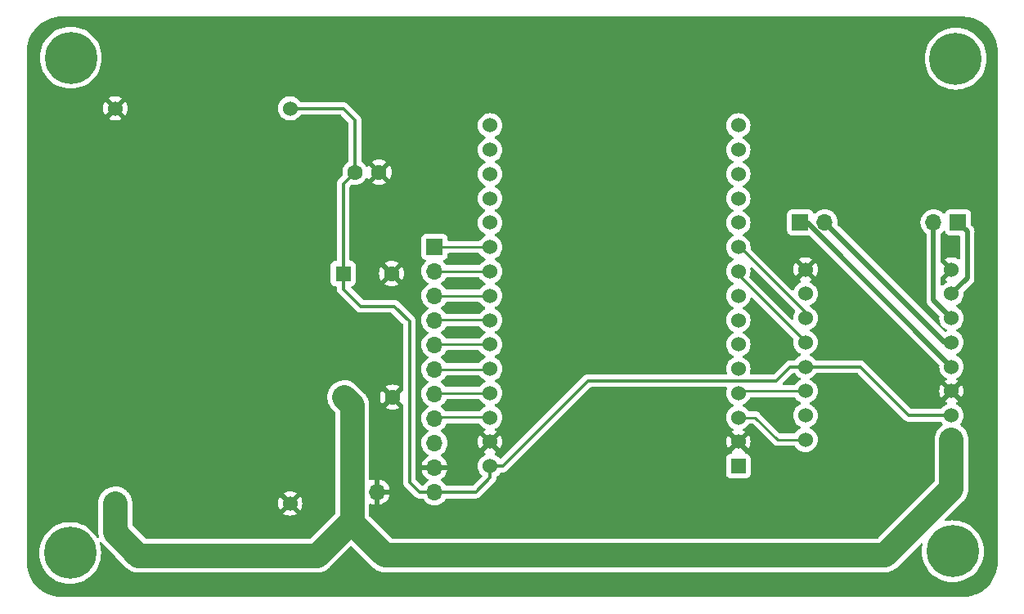
<source format=gtl>
G04 #@! TF.GenerationSoftware,KiCad,Pcbnew,7.0.7*
G04 #@! TF.CreationDate,2024-05-28T19:52:43+02:00*
G04 #@! TF.ProjectId,linefollower_pcb,6c696e65-666f-46c6-9c6f-7765725f7063,rev?*
G04 #@! TF.SameCoordinates,Original*
G04 #@! TF.FileFunction,Copper,L1,Top*
G04 #@! TF.FilePolarity,Positive*
%FSLAX46Y46*%
G04 Gerber Fmt 4.6, Leading zero omitted, Abs format (unit mm)*
G04 Created by KiCad (PCBNEW 7.0.7) date 2024-05-28 19:52:43*
%MOMM*%
%LPD*%
G01*
G04 APERTURE LIST*
G04 #@! TA.AperFunction,ComponentPad*
%ADD10R,1.700000X1.700000*%
G04 #@! TD*
G04 #@! TA.AperFunction,ComponentPad*
%ADD11O,1.700000X1.700000*%
G04 #@! TD*
G04 #@! TA.AperFunction,ComponentPad*
%ADD12C,0.800000*%
G04 #@! TD*
G04 #@! TA.AperFunction,ComponentPad*
%ADD13C,5.400000*%
G04 #@! TD*
G04 #@! TA.AperFunction,ComponentPad*
%ADD14R,1.600000X1.600000*%
G04 #@! TD*
G04 #@! TA.AperFunction,ComponentPad*
%ADD15C,1.600000*%
G04 #@! TD*
G04 #@! TA.AperFunction,ComponentPad*
%ADD16C,1.524000*%
G04 #@! TD*
G04 #@! TA.AperFunction,ComponentPad*
%ADD17R,1.530000X1.530000*%
G04 #@! TD*
G04 #@! TA.AperFunction,ComponentPad*
%ADD18C,1.530000*%
G04 #@! TD*
G04 #@! TA.AperFunction,ViaPad*
%ADD19C,0.800000*%
G04 #@! TD*
G04 #@! TA.AperFunction,Conductor*
%ADD20C,2.500000*%
G04 #@! TD*
G04 #@! TA.AperFunction,Conductor*
%ADD21C,0.250000*%
G04 #@! TD*
G04 #@! TA.AperFunction,Conductor*
%ADD22C,0.300000*%
G04 #@! TD*
G04 #@! TA.AperFunction,Conductor*
%ADD23C,0.500000*%
G04 #@! TD*
G04 APERTURE END LIST*
D10*
X105300000Y-89640000D03*
D11*
X105300000Y-92180000D03*
X105300000Y-94720000D03*
X105300000Y-97260000D03*
X105300000Y-99800000D03*
X105300000Y-102340000D03*
X105300000Y-104880000D03*
X105300000Y-107420000D03*
X105300000Y-109960000D03*
X105300000Y-112500000D03*
X105300000Y-115040000D03*
D12*
X65625000Y-70050000D03*
X66218109Y-68618109D03*
X66218109Y-71481891D03*
X67650000Y-68025000D03*
D13*
X67650000Y-70050000D03*
D12*
X67650000Y-72075000D03*
X69081891Y-68618109D03*
X69081891Y-71481891D03*
X69675000Y-70050000D03*
D14*
X95957349Y-105215000D03*
D15*
X100957349Y-105215000D03*
D16*
X158820000Y-102060000D03*
X158820000Y-91980000D03*
X158820000Y-99540000D03*
X158820000Y-97020000D03*
X158820000Y-104580000D03*
X158820000Y-94500000D03*
X143700000Y-94500000D03*
X143700000Y-97020000D03*
X143700000Y-99540000D03*
X143700000Y-91980000D03*
X143700000Y-102060000D03*
X158820000Y-107100000D03*
X143700000Y-104580000D03*
X143700000Y-107100000D03*
X143700000Y-109620000D03*
X158820000Y-109620000D03*
D10*
X143160000Y-87100000D03*
D11*
X145700000Y-87100000D03*
D14*
X95860000Y-92415000D03*
D15*
X100860000Y-92415000D03*
D17*
X136750000Y-112350000D03*
D18*
X111050000Y-77070000D03*
X111050000Y-79590000D03*
X111050000Y-82110000D03*
X111050000Y-84630000D03*
X111050000Y-87150000D03*
X111050000Y-89670000D03*
X111050000Y-92190000D03*
X111050000Y-94710000D03*
X111050000Y-97230000D03*
X111050000Y-99750000D03*
X111050000Y-102270000D03*
X111050000Y-104790000D03*
X111050000Y-109830000D03*
X111050000Y-107310000D03*
X111050000Y-112350000D03*
X136750000Y-107310000D03*
X136750000Y-104790000D03*
X136750000Y-102270000D03*
X136750000Y-94710000D03*
X136750000Y-92190000D03*
X136750000Y-89670000D03*
X136750000Y-109830000D03*
X136750000Y-87150000D03*
X136750000Y-99750000D03*
X136750000Y-97230000D03*
X136750000Y-79590000D03*
X136750000Y-77070000D03*
X136750000Y-82110000D03*
X136750000Y-84630000D03*
D16*
X90350000Y-116200000D03*
X72250000Y-116200000D03*
X90350000Y-75300000D03*
X72250000Y-75300000D03*
D15*
X97060000Y-81915000D03*
X99560000Y-81915000D03*
D12*
X157225000Y-70150000D03*
X157818109Y-68718109D03*
X157818109Y-71581891D03*
X159250000Y-68125000D03*
D13*
X159250000Y-70150000D03*
D12*
X159250000Y-72175000D03*
X160681891Y-68718109D03*
X160681891Y-71581891D03*
X161275000Y-70150000D03*
X156925000Y-121175000D03*
X157518109Y-119743109D03*
X157518109Y-122606891D03*
X158950000Y-119150000D03*
D13*
X158950000Y-121175000D03*
D12*
X158950000Y-123200000D03*
X160381891Y-119743109D03*
X160381891Y-122606891D03*
X160975000Y-121175000D03*
X65550000Y-121350000D03*
X66143109Y-119918109D03*
X66143109Y-122781891D03*
X67575000Y-119325000D03*
D13*
X67575000Y-121350000D03*
D12*
X67575000Y-123375000D03*
X69006891Y-119918109D03*
X69006891Y-122781891D03*
X69600000Y-121350000D03*
D10*
X159500000Y-87100000D03*
D11*
X156960000Y-87100000D03*
D10*
X96785000Y-115015000D03*
D11*
X99325000Y-115015000D03*
D19*
X154250000Y-84100000D03*
X108200000Y-95900000D03*
X147050000Y-108800000D03*
X138850000Y-93100000D03*
X155750000Y-108900000D03*
X142050000Y-84450000D03*
X108100000Y-91100000D03*
X108100000Y-103650000D03*
X140100000Y-106650000D03*
X108050000Y-100900000D03*
X93550000Y-113600000D03*
X133750000Y-78000000D03*
X108300000Y-112200000D03*
X142200000Y-103500000D03*
X77750000Y-85650000D03*
X151600000Y-98800000D03*
X118500000Y-114850000D03*
X108050000Y-93400000D03*
X152050000Y-70050000D03*
X139000000Y-97750000D03*
X140400000Y-70050000D03*
X128250000Y-124450000D03*
X98250000Y-85100000D03*
X147150000Y-93600000D03*
X122050000Y-78100000D03*
X101500000Y-124450000D03*
X94000000Y-99400000D03*
X78750000Y-113250000D03*
X78900000Y-69900000D03*
X113200000Y-69800000D03*
X114850000Y-99500000D03*
X142000000Y-124550000D03*
X86650000Y-124450000D03*
X141450000Y-114400000D03*
X128400000Y-70250000D03*
X115600000Y-85100000D03*
X66650000Y-77800000D03*
X151500000Y-114100000D03*
X108200000Y-98450000D03*
X141700000Y-95950000D03*
X148350000Y-77700000D03*
X161550000Y-78100000D03*
X78200000Y-99950000D03*
X87150000Y-92400000D03*
X108150000Y-106100000D03*
X140600000Y-101250000D03*
X85950000Y-77700000D03*
X129350000Y-85200000D03*
X87250000Y-108000000D03*
X68150000Y-92400000D03*
X114300000Y-107250000D03*
X153000000Y-124800000D03*
X97150000Y-69800000D03*
X105800000Y-77350000D03*
X114800000Y-124450000D03*
X154600000Y-92850000D03*
X123250000Y-108700000D03*
X129100000Y-98350000D03*
X122150000Y-92650000D03*
X131850000Y-114550000D03*
X67800000Y-107600000D03*
X101000000Y-109750000D03*
D20*
X151900000Y-121600000D02*
X158820000Y-114680000D01*
X96785000Y-118240000D02*
X99960000Y-121415000D01*
X99960000Y-121415000D02*
X99975000Y-121400000D01*
X96785000Y-115015000D02*
X96785000Y-118240000D01*
X72260000Y-116210000D02*
X72250000Y-116200000D01*
X99975000Y-121400000D02*
X100175000Y-121600000D01*
X158820000Y-114680000D02*
X158820000Y-109620000D01*
X96535000Y-118240000D02*
X93160000Y-121615000D01*
X96785000Y-118240000D02*
X96535000Y-118240000D01*
X93160000Y-121615000D02*
X74660000Y-121615000D01*
X100175000Y-121600000D02*
X151900000Y-121600000D01*
X74660000Y-121615000D02*
X72260000Y-119215000D01*
X96785000Y-106042651D02*
X95957349Y-105215000D01*
X96785000Y-115015000D02*
X96785000Y-106042651D01*
X72260000Y-119215000D02*
X72260000Y-116210000D01*
D21*
X105308500Y-89648500D02*
X105300000Y-89640000D01*
X111050000Y-89670000D02*
X111028500Y-89648500D01*
X111028500Y-89648500D02*
X105308500Y-89648500D01*
X105311500Y-92168500D02*
X105300000Y-92180000D01*
X111028500Y-92168500D02*
X105311500Y-92168500D01*
X111050000Y-92190000D02*
X111028500Y-92168500D01*
X105300000Y-94720000D02*
X111040000Y-94720000D01*
X111050000Y-94710000D02*
X111028500Y-94688500D01*
X111028500Y-94688500D02*
X111008500Y-94688500D01*
X111040000Y-94720000D02*
X111050000Y-94710000D01*
X105351500Y-97208500D02*
X105300000Y-97260000D01*
X111028500Y-97208500D02*
X105351500Y-97208500D01*
X111050000Y-97230000D02*
X111028500Y-97208500D01*
X105371500Y-99728500D02*
X105300000Y-99800000D01*
X111050000Y-99750000D02*
X111028500Y-99728500D01*
X111028500Y-99728500D02*
X105371500Y-99728500D01*
X111050000Y-102270000D02*
X111028500Y-102248500D01*
X111028500Y-102248500D02*
X111008500Y-102248500D01*
X110980000Y-102340000D02*
X111050000Y-102270000D01*
X105300000Y-102340000D02*
X110980000Y-102340000D01*
X111028500Y-104768500D02*
X105411500Y-104768500D01*
X111050000Y-104790000D02*
X111028500Y-104768500D01*
X105411500Y-104768500D02*
X105300000Y-104880000D01*
X111028500Y-107288500D02*
X105431500Y-107288500D01*
X105431500Y-107288500D02*
X105300000Y-107420000D01*
X111050000Y-107310000D02*
X111028500Y-107288500D01*
D22*
X95845000Y-75300000D02*
X90350000Y-75300000D01*
X142140000Y-102060000D02*
X143700000Y-102060000D01*
X105300000Y-115040000D02*
X109560000Y-115040000D01*
X103740000Y-115040000D02*
X105300000Y-115040000D01*
X112350000Y-112350000D02*
X121200000Y-103500000D01*
X97060000Y-81915000D02*
X97060000Y-76515000D01*
X149360000Y-102060000D02*
X143700000Y-102060000D01*
X121200000Y-103500000D02*
X140700000Y-103500000D01*
X109560000Y-115040000D02*
X111050000Y-113550000D01*
X95860000Y-92415000D02*
X95860000Y-94015000D01*
X102700000Y-97350000D02*
X102700000Y-114000000D01*
X95860000Y-92415000D02*
X95860000Y-83115000D01*
X140700000Y-103500000D02*
X142140000Y-102060000D01*
X102700000Y-114000000D02*
X103740000Y-115040000D01*
X101150000Y-95800000D02*
X102700000Y-97350000D01*
X154400000Y-107100000D02*
X149360000Y-102060000D01*
X111050000Y-113550000D02*
X111050000Y-112350000D01*
X95860000Y-83115000D02*
X97060000Y-81915000D01*
X95860000Y-94015000D02*
X97645000Y-95800000D01*
X158820000Y-107100000D02*
X154400000Y-107100000D01*
X111050000Y-112350000D02*
X112350000Y-112350000D01*
X97060000Y-76515000D02*
X95845000Y-75300000D01*
X97645000Y-95800000D02*
X101150000Y-95800000D01*
D21*
X143700000Y-109620000D02*
X140820000Y-109620000D01*
X136730000Y-107310000D02*
X136708500Y-107288500D01*
X138510000Y-107310000D02*
X136730000Y-107310000D01*
X140820000Y-109620000D02*
X138510000Y-107310000D01*
X143700000Y-104580000D02*
X136960000Y-104580000D01*
X136730000Y-104790000D02*
X136708500Y-104768500D01*
X136750000Y-104790000D02*
X136730000Y-104790000D01*
X136960000Y-104580000D02*
X136750000Y-104790000D01*
X136750000Y-92550000D02*
X143700000Y-99500000D01*
X143700000Y-99500000D02*
X143700000Y-99540000D01*
X136728500Y-92168500D02*
X136750000Y-92190000D01*
X136708500Y-92168500D02*
X136728500Y-92168500D01*
X136750000Y-92190000D02*
X136750000Y-92550000D01*
X143700000Y-97020000D02*
X143700000Y-96400000D01*
X143700000Y-96400000D02*
X136970000Y-89670000D01*
X136730000Y-89670000D02*
X136708500Y-89648500D01*
X136970000Y-89670000D02*
X136730000Y-89670000D01*
D23*
X143860000Y-87100000D02*
X158820000Y-102060000D01*
X143160000Y-87100000D02*
X143860000Y-87100000D01*
X145700000Y-87100000D02*
X158140000Y-99540000D01*
X158140000Y-99540000D02*
X158820000Y-99540000D01*
X160450000Y-88050000D02*
X160450000Y-92870000D01*
X160450000Y-92870000D02*
X158820000Y-94500000D01*
X159500000Y-87100000D02*
X160450000Y-88050000D01*
X156960000Y-87100000D02*
X156960000Y-95160000D01*
X156960000Y-95160000D02*
X158820000Y-97020000D01*
G04 #@! TA.AperFunction,Conductor*
G36*
X109930523Y-107933685D02*
G01*
X109965058Y-107966875D01*
X110076868Y-108126555D01*
X110233445Y-108283132D01*
X110414833Y-108410142D01*
X110517240Y-108457894D01*
X110569677Y-108504064D01*
X110588829Y-108571258D01*
X110568614Y-108638139D01*
X110517239Y-108682657D01*
X110415082Y-108730294D01*
X110349657Y-108776104D01*
X110783698Y-109210145D01*
X110817183Y-109271468D01*
X110812199Y-109341160D01*
X110777220Y-109391538D01*
X110660606Y-109492584D01*
X110660603Y-109492588D01*
X110625811Y-109546727D01*
X110573007Y-109592481D01*
X110503849Y-109602425D01*
X110440293Y-109573400D01*
X110433815Y-109567368D01*
X109996104Y-109129657D01*
X109950293Y-109195084D01*
X109856749Y-109395690D01*
X109856745Y-109395699D01*
X109799461Y-109609490D01*
X109799459Y-109609500D01*
X109780168Y-109829999D01*
X109780168Y-109830000D01*
X109799459Y-110050499D01*
X109799461Y-110050509D01*
X109856745Y-110264300D01*
X109856749Y-110264309D01*
X109950295Y-110464919D01*
X109996103Y-110530341D01*
X109996104Y-110530342D01*
X110433814Y-110092631D01*
X110495137Y-110059146D01*
X110564828Y-110064130D01*
X110620762Y-110106001D01*
X110625810Y-110113272D01*
X110660603Y-110167410D01*
X110660603Y-110167411D01*
X110660604Y-110167412D01*
X110660605Y-110167413D01*
X110756099Y-110250160D01*
X110777219Y-110268460D01*
X110814993Y-110327239D01*
X110814993Y-110397108D01*
X110783697Y-110449854D01*
X110349656Y-110883894D01*
X110415083Y-110929706D01*
X110415085Y-110929707D01*
X110517238Y-110977342D01*
X110569677Y-111023514D01*
X110588829Y-111090708D01*
X110568613Y-111157589D01*
X110517238Y-111202106D01*
X110414833Y-111249857D01*
X110233444Y-111376868D01*
X110076868Y-111533444D01*
X109949857Y-111714834D01*
X109949856Y-111714836D01*
X109856279Y-111915513D01*
X109856275Y-111915524D01*
X109798965Y-112129407D01*
X109798964Y-112129414D01*
X109779666Y-112349998D01*
X109779666Y-112350001D01*
X109798964Y-112570585D01*
X109798965Y-112570592D01*
X109856275Y-112784475D01*
X109856279Y-112784486D01*
X109940972Y-112966111D01*
X109949858Y-112985167D01*
X109961663Y-113002026D01*
X110076868Y-113166555D01*
X110207502Y-113297189D01*
X110240987Y-113358512D01*
X110236003Y-113428204D01*
X110207502Y-113472551D01*
X109326873Y-114353181D01*
X109265550Y-114386666D01*
X109239192Y-114389500D01*
X106557721Y-114389500D01*
X106490682Y-114369815D01*
X106456146Y-114336623D01*
X106441615Y-114315871D01*
X106338495Y-114168599D01*
X106338494Y-114168597D01*
X106171402Y-114001506D01*
X106171401Y-114001505D01*
X105985405Y-113871269D01*
X105941781Y-113816692D01*
X105934588Y-113747193D01*
X105966110Y-113684839D01*
X105985405Y-113668119D01*
X106171082Y-113538105D01*
X106338105Y-113371082D01*
X106473600Y-113177578D01*
X106573429Y-112963492D01*
X106573432Y-112963486D01*
X106630636Y-112750000D01*
X105913347Y-112750000D01*
X105846308Y-112730315D01*
X105800553Y-112677511D01*
X105790609Y-112608353D01*
X105794369Y-112591067D01*
X105800000Y-112571888D01*
X105800000Y-112428111D01*
X105794369Y-112408933D01*
X105794370Y-112339064D01*
X105832145Y-112280286D01*
X105895701Y-112251262D01*
X105913347Y-112250000D01*
X106630636Y-112250000D01*
X106630635Y-112249999D01*
X106573432Y-112036513D01*
X106573429Y-112036507D01*
X106473600Y-111822422D01*
X106473599Y-111822420D01*
X106338113Y-111628926D01*
X106338108Y-111628920D01*
X106171078Y-111461890D01*
X105985405Y-111331879D01*
X105941780Y-111277302D01*
X105934588Y-111207804D01*
X105966110Y-111145449D01*
X105985406Y-111128730D01*
X106039420Y-111090909D01*
X106171401Y-110998495D01*
X106338495Y-110831401D01*
X106474035Y-110637830D01*
X106573903Y-110423663D01*
X106635063Y-110195408D01*
X106655659Y-109960000D01*
X106635063Y-109724592D01*
X106573903Y-109496337D01*
X106474035Y-109282171D01*
X106423602Y-109210144D01*
X106338494Y-109088597D01*
X106171402Y-108921506D01*
X106171396Y-108921501D01*
X105985842Y-108791575D01*
X105942217Y-108736998D01*
X105935023Y-108667500D01*
X105966546Y-108605145D01*
X105985842Y-108588425D01*
X106080044Y-108522464D01*
X106171401Y-108458495D01*
X106338495Y-108291401D01*
X106474035Y-108097830D01*
X106497929Y-108046589D01*
X106526372Y-107985595D01*
X106572545Y-107933156D01*
X106638754Y-107914000D01*
X109863484Y-107914000D01*
X109930523Y-107933685D01*
G37*
G04 #@! TD.AperFunction*
G04 #@! TA.AperFunction,Conductor*
G36*
X142599239Y-105225185D02*
G01*
X142633775Y-105258376D01*
X142729174Y-105394620D01*
X142729175Y-105394621D01*
X142885378Y-105550824D01*
X142885384Y-105550829D01*
X143066333Y-105677531D01*
X143066335Y-105677532D01*
X143066338Y-105677534D01*
X143173150Y-105727341D01*
X143173744Y-105727618D01*
X143226183Y-105773790D01*
X143245335Y-105840984D01*
X143225119Y-105907865D01*
X143173744Y-105952382D01*
X143066340Y-106002465D01*
X143066338Y-106002466D01*
X142885377Y-106129175D01*
X142729175Y-106285377D01*
X142602466Y-106466338D01*
X142602465Y-106466340D01*
X142509107Y-106666548D01*
X142509104Y-106666554D01*
X142451930Y-106879929D01*
X142451929Y-106879937D01*
X142432677Y-107099997D01*
X142432677Y-107100002D01*
X142451929Y-107320062D01*
X142451930Y-107320070D01*
X142509104Y-107533445D01*
X142509105Y-107533447D01*
X142509106Y-107533450D01*
X142580345Y-107686223D01*
X142602466Y-107733662D01*
X142602468Y-107733666D01*
X142729170Y-107914615D01*
X142729175Y-107914621D01*
X142885378Y-108070824D01*
X142885384Y-108070829D01*
X143066333Y-108197531D01*
X143066335Y-108197532D01*
X143066338Y-108197534D01*
X143173628Y-108247564D01*
X143173744Y-108247618D01*
X143226183Y-108293790D01*
X143245335Y-108360984D01*
X143225119Y-108427865D01*
X143173744Y-108472382D01*
X143066340Y-108522465D01*
X143066338Y-108522466D01*
X142885377Y-108649175D01*
X142729175Y-108805377D01*
X142633776Y-108941623D01*
X142579199Y-108985248D01*
X142532201Y-108994500D01*
X141130453Y-108994500D01*
X141063414Y-108974815D01*
X141042772Y-108958181D01*
X139010803Y-106926212D01*
X139000980Y-106913950D01*
X139000759Y-106914134D01*
X138995786Y-106908123D01*
X138965771Y-106879937D01*
X138945364Y-106860773D01*
X138934919Y-106850328D01*
X138924475Y-106839883D01*
X138918986Y-106835625D01*
X138914561Y-106831847D01*
X138880582Y-106799938D01*
X138880580Y-106799936D01*
X138880577Y-106799935D01*
X138863029Y-106790288D01*
X138846763Y-106779604D01*
X138830936Y-106767327D01*
X138830935Y-106767326D01*
X138830933Y-106767325D01*
X138788168Y-106748818D01*
X138782922Y-106746248D01*
X138742093Y-106723803D01*
X138742092Y-106723802D01*
X138722693Y-106718822D01*
X138704281Y-106712518D01*
X138685898Y-106704562D01*
X138685892Y-106704560D01*
X138639874Y-106697272D01*
X138634152Y-106696087D01*
X138589021Y-106684500D01*
X138589019Y-106684500D01*
X138568984Y-106684500D01*
X138549586Y-106682973D01*
X138542162Y-106681797D01*
X138529805Y-106679840D01*
X138529804Y-106679840D01*
X138483416Y-106684225D01*
X138477578Y-106684500D01*
X137921461Y-106684500D01*
X137854422Y-106664815D01*
X137819887Y-106631625D01*
X137723132Y-106493445D01*
X137566555Y-106336868D01*
X137385167Y-106209858D01*
X137283352Y-106162381D01*
X137230913Y-106116210D01*
X137211761Y-106049017D01*
X137231976Y-105982136D01*
X137283353Y-105937618D01*
X137385167Y-105890142D01*
X137566555Y-105763132D01*
X137723132Y-105606555D01*
X137850142Y-105425167D01*
X137919187Y-105277096D01*
X137965360Y-105224656D01*
X138031570Y-105205500D01*
X142532200Y-105205500D01*
X142599239Y-105225185D01*
G37*
G04 #@! TD.AperFunction*
G04 #@! TA.AperFunction,Conductor*
G36*
X109930523Y-105413685D02*
G01*
X109965058Y-105446875D01*
X110076868Y-105606555D01*
X110233445Y-105763132D01*
X110414833Y-105890142D01*
X110455502Y-105909106D01*
X110516646Y-105937618D01*
X110569086Y-105983790D01*
X110588238Y-106050983D01*
X110568023Y-106117865D01*
X110516646Y-106162382D01*
X110414836Y-106209856D01*
X110414834Y-106209857D01*
X110233444Y-106336868D01*
X110076872Y-106493440D01*
X110076869Y-106493443D01*
X110076868Y-106493445D01*
X109995167Y-106610125D01*
X109940591Y-106653749D01*
X109893594Y-106663000D01*
X106483150Y-106663000D01*
X106416111Y-106643315D01*
X106381575Y-106610123D01*
X106338494Y-106548597D01*
X106171402Y-106381506D01*
X106171401Y-106381505D01*
X106034122Y-106285381D01*
X105985841Y-106251574D01*
X105942216Y-106196997D01*
X105935024Y-106127498D01*
X105966546Y-106065144D01*
X105985836Y-106048428D01*
X106171401Y-105918495D01*
X106338495Y-105751401D01*
X106474035Y-105557830D01*
X106517044Y-105465595D01*
X106563218Y-105413156D01*
X106629427Y-105394000D01*
X109863484Y-105394000D01*
X109930523Y-105413685D01*
G37*
G04 #@! TD.AperFunction*
G04 #@! TA.AperFunction,Conductor*
G36*
X109994593Y-102985185D02*
G01*
X110029128Y-103018376D01*
X110037846Y-103030826D01*
X110076868Y-103086555D01*
X110233445Y-103243132D01*
X110414833Y-103370142D01*
X110455502Y-103389106D01*
X110516646Y-103417618D01*
X110569086Y-103463790D01*
X110588238Y-103530983D01*
X110568023Y-103597865D01*
X110516646Y-103642382D01*
X110414836Y-103689856D01*
X110414834Y-103689857D01*
X110233444Y-103816868D01*
X110076872Y-103973440D01*
X110076869Y-103973443D01*
X110076868Y-103973445D01*
X109995167Y-104090125D01*
X109940591Y-104133749D01*
X109893594Y-104143000D01*
X106497154Y-104143000D01*
X106430115Y-104123315D01*
X106395579Y-104090123D01*
X106338494Y-104008597D01*
X106171402Y-103841506D01*
X106171396Y-103841501D01*
X105985842Y-103711575D01*
X105942217Y-103656998D01*
X105935023Y-103587500D01*
X105966546Y-103525145D01*
X105985842Y-103508425D01*
X106053830Y-103460819D01*
X106171401Y-103378495D01*
X106338495Y-103211401D01*
X106473653Y-103018376D01*
X106528229Y-102974752D01*
X106575227Y-102965500D01*
X109927554Y-102965500D01*
X109994593Y-102985185D01*
G37*
G04 #@! TD.AperFunction*
G04 #@! TA.AperFunction,Conductor*
G36*
X142616745Y-102730185D02*
G01*
X142651280Y-102763376D01*
X142668885Y-102788519D01*
X142729170Y-102874615D01*
X142729175Y-102874621D01*
X142885378Y-103030824D01*
X142885384Y-103030829D01*
X143066333Y-103157531D01*
X143066335Y-103157532D01*
X143066338Y-103157534D01*
X143173744Y-103207618D01*
X143226183Y-103253790D01*
X143245335Y-103320984D01*
X143225119Y-103387865D01*
X143173744Y-103432382D01*
X143066340Y-103482465D01*
X143066338Y-103482466D01*
X142885377Y-103609175D01*
X142729175Y-103765377D01*
X142633776Y-103901623D01*
X142579199Y-103945248D01*
X142532201Y-103954500D01*
X141464807Y-103954500D01*
X141397768Y-103934815D01*
X141352013Y-103882011D01*
X141342069Y-103812853D01*
X141371094Y-103749297D01*
X141377126Y-103742819D01*
X141798686Y-103321260D01*
X142373126Y-102746819D01*
X142434450Y-102713334D01*
X142460808Y-102710500D01*
X142549706Y-102710500D01*
X142616745Y-102730185D01*
G37*
G04 #@! TD.AperFunction*
G04 #@! TA.AperFunction,Conductor*
G36*
X138165801Y-94862953D02*
G01*
X138204669Y-94889259D01*
X140324816Y-97009407D01*
X142440066Y-99124657D01*
X142473551Y-99185980D01*
X142472160Y-99244431D01*
X142451930Y-99319929D01*
X142451930Y-99319933D01*
X142432677Y-99539997D01*
X142432677Y-99540002D01*
X142451929Y-99760062D01*
X142451930Y-99760070D01*
X142509104Y-99973445D01*
X142509105Y-99973447D01*
X142509106Y-99973450D01*
X142538000Y-100035413D01*
X142602466Y-100173662D01*
X142602468Y-100173666D01*
X142729170Y-100354615D01*
X142729175Y-100354621D01*
X142885378Y-100510824D01*
X142885384Y-100510829D01*
X143066333Y-100637531D01*
X143066335Y-100637532D01*
X143066338Y-100637534D01*
X143173744Y-100687618D01*
X143226183Y-100733790D01*
X143245335Y-100800984D01*
X143225119Y-100867865D01*
X143173744Y-100912382D01*
X143066340Y-100962465D01*
X143066338Y-100962466D01*
X142885377Y-101089175D01*
X142729175Y-101245377D01*
X142651281Y-101356623D01*
X142596704Y-101400248D01*
X142549706Y-101409500D01*
X142225506Y-101409500D01*
X142209495Y-101407732D01*
X142209473Y-101407974D01*
X142201706Y-101407239D01*
X142129783Y-101409500D01*
X142099075Y-101409500D01*
X142099071Y-101409500D01*
X142099060Y-101409501D01*
X142091804Y-101410417D01*
X142085986Y-101410875D01*
X142037433Y-101412401D01*
X142022873Y-101416630D01*
X142017040Y-101418325D01*
X141997996Y-101422269D01*
X141976942Y-101424929D01*
X141976940Y-101424929D01*
X141931781Y-101442808D01*
X141926255Y-101444700D01*
X141879601Y-101458254D01*
X141861325Y-101469063D01*
X141843860Y-101477619D01*
X141824124Y-101485433D01*
X141784824Y-101513986D01*
X141779942Y-101517193D01*
X141738136Y-101541917D01*
X141723124Y-101556929D01*
X141708336Y-101569558D01*
X141691167Y-101582032D01*
X141691165Y-101582034D01*
X141660194Y-101619470D01*
X141656262Y-101623791D01*
X140466873Y-102813181D01*
X140405550Y-102846666D01*
X140379192Y-102849500D01*
X138066465Y-102849500D01*
X137999426Y-102829815D01*
X137953671Y-102777011D01*
X137943727Y-102707853D01*
X137946690Y-102693406D01*
X138001035Y-102490591D01*
X138020334Y-102270000D01*
X138001035Y-102049409D01*
X137943723Y-101835520D01*
X137850142Y-101634833D01*
X137723132Y-101453445D01*
X137566555Y-101296868D01*
X137385167Y-101169858D01*
X137376818Y-101165965D01*
X137283353Y-101122382D01*
X137230913Y-101076210D01*
X137211761Y-101009017D01*
X137231976Y-100942136D01*
X137283353Y-100897618D01*
X137385167Y-100850142D01*
X137566555Y-100723132D01*
X137723132Y-100566555D01*
X137850142Y-100385167D01*
X137943723Y-100184480D01*
X138001035Y-99970591D01*
X138020334Y-99750000D01*
X138001035Y-99529409D01*
X137943723Y-99315520D01*
X137850142Y-99114833D01*
X137723132Y-98933445D01*
X137566555Y-98776868D01*
X137385167Y-98649858D01*
X137283352Y-98602381D01*
X137230913Y-98556210D01*
X137211761Y-98489017D01*
X137231976Y-98422136D01*
X137283353Y-98377618D01*
X137385167Y-98330142D01*
X137566555Y-98203132D01*
X137723132Y-98046555D01*
X137850142Y-97865167D01*
X137943723Y-97664480D01*
X138001035Y-97450591D01*
X138020334Y-97230000D01*
X138020076Y-97227055D01*
X138014108Y-97158836D01*
X138001035Y-97009409D01*
X137943723Y-96795520D01*
X137850142Y-96594833D01*
X137723132Y-96413445D01*
X137566555Y-96256868D01*
X137385167Y-96129858D01*
X137283352Y-96082381D01*
X137230913Y-96036210D01*
X137211761Y-95969017D01*
X137231976Y-95902136D01*
X137283353Y-95857618D01*
X137385167Y-95810142D01*
X137566555Y-95683132D01*
X137723132Y-95526555D01*
X137850142Y-95345167D01*
X137943723Y-95144480D01*
X137997215Y-94944845D01*
X138033579Y-94885187D01*
X138096426Y-94854658D01*
X138165801Y-94862953D01*
G37*
G04 #@! TD.AperFunction*
G04 #@! TA.AperFunction,Conductor*
G36*
X109930523Y-100373685D02*
G01*
X109965058Y-100406875D01*
X110076868Y-100566555D01*
X110233445Y-100723132D01*
X110414833Y-100850142D01*
X110455502Y-100869106D01*
X110516646Y-100897618D01*
X110569086Y-100943790D01*
X110588238Y-101010983D01*
X110568023Y-101077865D01*
X110516646Y-101122382D01*
X110414836Y-101169856D01*
X110414834Y-101169857D01*
X110233444Y-101296868D01*
X110076868Y-101453444D01*
X109949857Y-101634834D01*
X109946093Y-101642907D01*
X109899920Y-101695345D01*
X109833712Y-101714500D01*
X106575227Y-101714500D01*
X106508188Y-101694815D01*
X106473652Y-101661623D01*
X106338494Y-101468597D01*
X106171402Y-101301506D01*
X106171401Y-101301505D01*
X105985842Y-101171575D01*
X105985841Y-101171574D01*
X105942216Y-101116997D01*
X105935024Y-101047498D01*
X105966546Y-100985144D01*
X105985836Y-100968428D01*
X106171401Y-100838495D01*
X106338495Y-100671401D01*
X106474035Y-100477830D01*
X106498392Y-100425595D01*
X106544564Y-100373156D01*
X106610774Y-100354000D01*
X109863484Y-100354000D01*
X109930523Y-100373685D01*
G37*
G04 #@! TD.AperFunction*
G04 #@! TA.AperFunction,Conductor*
G36*
X109930523Y-97853685D02*
G01*
X109965058Y-97886875D01*
X110076868Y-98046555D01*
X110233445Y-98203132D01*
X110414833Y-98330142D01*
X110455502Y-98349106D01*
X110516646Y-98377618D01*
X110569086Y-98423790D01*
X110588238Y-98490983D01*
X110568023Y-98557865D01*
X110516646Y-98602382D01*
X110414836Y-98649856D01*
X110414834Y-98649857D01*
X110233444Y-98776868D01*
X110076872Y-98933440D01*
X110076869Y-98933443D01*
X110076868Y-98933445D01*
X109995167Y-99050125D01*
X109940591Y-99093749D01*
X109893594Y-99103000D01*
X106525162Y-99103000D01*
X106458123Y-99083315D01*
X106423587Y-99050123D01*
X106338494Y-98928597D01*
X106171402Y-98761506D01*
X106171396Y-98761501D01*
X105985842Y-98631575D01*
X105942217Y-98576998D01*
X105935023Y-98507500D01*
X105966546Y-98445145D01*
X105985842Y-98428425D01*
X106015999Y-98407309D01*
X106171401Y-98298495D01*
X106338495Y-98131401D01*
X106474035Y-97937830D01*
X106489066Y-97905594D01*
X106535240Y-97853155D01*
X106601449Y-97834000D01*
X109863484Y-97834000D01*
X109930523Y-97853685D01*
G37*
G04 #@! TD.AperFunction*
G04 #@! TA.AperFunction,Conductor*
G36*
X138154290Y-91748524D02*
G01*
X138187789Y-91772379D01*
X140440612Y-94025203D01*
X142610964Y-96195555D01*
X142644449Y-96256878D01*
X142639465Y-96326570D01*
X142624859Y-96354357D01*
X142602469Y-96386334D01*
X142602465Y-96386340D01*
X142509107Y-96586548D01*
X142509104Y-96586554D01*
X142451930Y-96799929D01*
X142451929Y-96799937D01*
X142432677Y-97019997D01*
X142432677Y-97020007D01*
X142434439Y-97040155D01*
X142420671Y-97108654D01*
X142372054Y-97158836D01*
X142304025Y-97174767D01*
X142238182Y-97151389D01*
X142223230Y-97138639D01*
X137930495Y-92845904D01*
X137897010Y-92784581D01*
X137901994Y-92714889D01*
X137905794Y-92705818D01*
X137918679Y-92678186D01*
X137943723Y-92624480D01*
X138001035Y-92410591D01*
X138020334Y-92190000D01*
X138019692Y-92182666D01*
X138013813Y-92115464D01*
X138001035Y-91969409D01*
X137980334Y-91892152D01*
X137981997Y-91822305D01*
X138021159Y-91764443D01*
X138085387Y-91736938D01*
X138154290Y-91748524D01*
G37*
G04 #@! TD.AperFunction*
G04 #@! TA.AperFunction,Conductor*
G36*
X109952580Y-95365185D02*
G01*
X109987114Y-95398374D01*
X110076868Y-95526555D01*
X110233445Y-95683132D01*
X110414833Y-95810142D01*
X110455502Y-95829106D01*
X110516646Y-95857618D01*
X110569086Y-95903790D01*
X110588238Y-95970983D01*
X110568023Y-96037865D01*
X110516646Y-96082382D01*
X110414836Y-96129856D01*
X110414834Y-96129857D01*
X110233444Y-96256868D01*
X110076872Y-96413440D01*
X110076869Y-96413443D01*
X110076868Y-96413445D01*
X109995167Y-96530125D01*
X109940591Y-96573749D01*
X109893594Y-96583000D01*
X106539166Y-96583000D01*
X106472127Y-96563315D01*
X106437591Y-96530123D01*
X106338494Y-96388597D01*
X106171402Y-96221506D01*
X106171401Y-96221505D01*
X105985842Y-96091575D01*
X105985841Y-96091574D01*
X105942216Y-96036997D01*
X105935024Y-95967498D01*
X105966546Y-95905144D01*
X105985836Y-95888428D01*
X106171401Y-95758495D01*
X106338495Y-95591401D01*
X106473653Y-95398376D01*
X106528229Y-95354752D01*
X106575227Y-95345500D01*
X109885541Y-95345500D01*
X109952580Y-95365185D01*
G37*
G04 #@! TD.AperFunction*
G04 #@! TA.AperFunction,Conductor*
G36*
X109930523Y-92813685D02*
G01*
X109965058Y-92846875D01*
X110076868Y-93006555D01*
X110233445Y-93163132D01*
X110414833Y-93290142D01*
X110452249Y-93307589D01*
X110516646Y-93337618D01*
X110569086Y-93383790D01*
X110588238Y-93450983D01*
X110568023Y-93517865D01*
X110516646Y-93562382D01*
X110414836Y-93609856D01*
X110414834Y-93609857D01*
X110233444Y-93736868D01*
X110076868Y-93893444D01*
X110023831Y-93969188D01*
X109973110Y-94041625D01*
X109918535Y-94085248D01*
X109871537Y-94094500D01*
X106575227Y-94094500D01*
X106508188Y-94074815D01*
X106473652Y-94041623D01*
X106338494Y-93848597D01*
X106171402Y-93681506D01*
X106171396Y-93681501D01*
X105985842Y-93551575D01*
X105942217Y-93496998D01*
X105935023Y-93427500D01*
X105966546Y-93365145D01*
X105985842Y-93348425D01*
X106069077Y-93290143D01*
X106171401Y-93218495D01*
X106338495Y-93051401D01*
X106474035Y-92857830D01*
X106474035Y-92857829D01*
X106474037Y-92857827D01*
X106475094Y-92855997D01*
X106475770Y-92855352D01*
X106477140Y-92853396D01*
X106477533Y-92853671D01*
X106525662Y-92807783D01*
X106582479Y-92794000D01*
X109863484Y-92794000D01*
X109930523Y-92813685D01*
G37*
G04 #@! TD.AperFunction*
G04 #@! TA.AperFunction,Conductor*
G36*
X158428064Y-92120894D02*
G01*
X158483998Y-92162765D01*
X158488539Y-92169254D01*
X158535813Y-92241612D01*
X158636157Y-92319713D01*
X158636160Y-92319714D01*
X158636511Y-92319987D01*
X158677324Y-92376697D01*
X158680999Y-92446470D01*
X158648030Y-92505522D01*
X158121811Y-93031741D01*
X158186582Y-93077094D01*
X158186588Y-93077098D01*
X158294336Y-93127342D01*
X158346775Y-93173514D01*
X158365927Y-93240708D01*
X158345711Y-93307589D01*
X158294336Y-93352106D01*
X158186340Y-93402465D01*
X158186338Y-93402466D01*
X158005381Y-93529172D01*
X157922181Y-93612372D01*
X157860857Y-93645856D01*
X157791166Y-93640872D01*
X157735232Y-93599000D01*
X157710816Y-93533535D01*
X157710500Y-93524690D01*
X157710500Y-92787308D01*
X157730185Y-92720269D01*
X157746819Y-92699627D01*
X158297050Y-92149395D01*
X158358373Y-92115910D01*
X158428064Y-92120894D01*
G37*
G04 #@! TD.AperFunction*
G04 #@! TA.AperFunction,Conductor*
G36*
X158084340Y-87988068D02*
G01*
X158140274Y-88029939D01*
X158157189Y-88060917D01*
X158206202Y-88192328D01*
X158206206Y-88192335D01*
X158292452Y-88307544D01*
X158292455Y-88307547D01*
X158407664Y-88393793D01*
X158407671Y-88393797D01*
X158542517Y-88444091D01*
X158542516Y-88444091D01*
X158549444Y-88444835D01*
X158602127Y-88450500D01*
X159575500Y-88450499D01*
X159642539Y-88470183D01*
X159688294Y-88522987D01*
X159699500Y-88574499D01*
X159699500Y-90817012D01*
X159679815Y-90884051D01*
X159627011Y-90929806D01*
X159557853Y-90939750D01*
X159504377Y-90918587D01*
X159453415Y-90882904D01*
X159453407Y-90882899D01*
X159253284Y-90789580D01*
X159253270Y-90789575D01*
X159039986Y-90732426D01*
X159039976Y-90732424D01*
X158820001Y-90713179D01*
X158819999Y-90713179D01*
X158600023Y-90732424D01*
X158600013Y-90732426D01*
X158386729Y-90789575D01*
X158386720Y-90789579D01*
X158186586Y-90882903D01*
X158121812Y-90928257D01*
X158121811Y-90928258D01*
X158650723Y-91457170D01*
X158684208Y-91518493D01*
X158679224Y-91588185D01*
X158637352Y-91644118D01*
X158622059Y-91653906D01*
X158582749Y-91675179D01*
X158582748Y-91675179D01*
X158496626Y-91768733D01*
X158496626Y-91768734D01*
X158495911Y-91770365D01*
X158494340Y-91772233D01*
X158491008Y-91777334D01*
X158490391Y-91776931D01*
X158450952Y-91823849D01*
X158384215Y-91844535D01*
X158316888Y-91825857D01*
X158294677Y-91808230D01*
X157746819Y-91260372D01*
X157713334Y-91199049D01*
X157710500Y-91172691D01*
X157710500Y-88287700D01*
X157730185Y-88220661D01*
X157763375Y-88186126D01*
X157831401Y-88138495D01*
X157953329Y-88016566D01*
X158014648Y-87983084D01*
X158084340Y-87988068D01*
G37*
G04 #@! TD.AperFunction*
G04 #@! TA.AperFunction,Conductor*
G36*
X109930523Y-90293685D02*
G01*
X109965058Y-90326875D01*
X110076868Y-90486555D01*
X110233445Y-90643132D01*
X110414833Y-90770142D01*
X110475790Y-90798566D01*
X110516646Y-90817618D01*
X110569086Y-90863790D01*
X110588238Y-90930983D01*
X110568023Y-90997865D01*
X110516646Y-91042382D01*
X110414836Y-91089856D01*
X110414834Y-91089857D01*
X110233444Y-91216868D01*
X110076872Y-91373440D01*
X110076869Y-91373443D01*
X110076868Y-91373445D01*
X109995167Y-91490125D01*
X109940591Y-91533749D01*
X109893594Y-91543000D01*
X106567174Y-91543000D01*
X106500135Y-91523315D01*
X106465599Y-91490123D01*
X106338496Y-91308600D01*
X106287348Y-91257452D01*
X106216567Y-91186671D01*
X106183084Y-91125351D01*
X106188068Y-91055659D01*
X106229939Y-90999725D01*
X106260915Y-90982810D01*
X106392331Y-90933796D01*
X106507546Y-90847546D01*
X106593796Y-90732331D01*
X106644091Y-90597483D01*
X106650500Y-90537873D01*
X106650500Y-90397999D01*
X106670185Y-90330961D01*
X106722989Y-90285206D01*
X106774500Y-90274000D01*
X109863484Y-90274000D01*
X109930523Y-90293685D01*
G37*
G04 #@! TD.AperFunction*
G04 #@! TA.AperFunction,Conductor*
G36*
X159948141Y-65800496D02*
G01*
X159948154Y-65800500D01*
X159998471Y-65800500D01*
X160001513Y-65800575D01*
X160091261Y-65804983D01*
X160152484Y-65807991D01*
X160356750Y-65818696D01*
X160362536Y-65819275D01*
X160535178Y-65844883D01*
X160717787Y-65873807D01*
X160723094Y-65874889D01*
X160896244Y-65918261D01*
X161071342Y-65965179D01*
X161076119Y-65966670D01*
X161245918Y-66027426D01*
X161413761Y-66091854D01*
X161418034Y-66093682D01*
X161581990Y-66171226D01*
X161741621Y-66252564D01*
X161745327Y-66254614D01*
X161901453Y-66348193D01*
X162051516Y-66445645D01*
X162054643Y-66447818D01*
X162201214Y-66556523D01*
X162261991Y-66605738D01*
X162340243Y-66669105D01*
X162342811Y-66671306D01*
X162477155Y-66793068D01*
X162479349Y-66795158D01*
X162604840Y-66920649D01*
X162606933Y-66922847D01*
X162728687Y-67057182D01*
X162730899Y-67059763D01*
X162775672Y-67115053D01*
X162843476Y-67198785D01*
X162952180Y-67345355D01*
X162954379Y-67348521D01*
X163051811Y-67498554D01*
X163145371Y-67654649D01*
X163147434Y-67658376D01*
X163228776Y-67818016D01*
X163306312Y-67981954D01*
X163308147Y-67986245D01*
X163372573Y-68154081D01*
X163402372Y-68237362D01*
X163433318Y-68323850D01*
X163434826Y-68328679D01*
X163481741Y-68503766D01*
X163525102Y-68676873D01*
X163526197Y-68682242D01*
X163555128Y-68864904D01*
X163580719Y-69037425D01*
X163581305Y-69043281D01*
X163592009Y-69247531D01*
X163599425Y-69398487D01*
X163599500Y-69401530D01*
X163599500Y-122298469D01*
X163599425Y-122301512D01*
X163592009Y-122452468D01*
X163581305Y-122656717D01*
X163580719Y-122662573D01*
X163555128Y-122835095D01*
X163526197Y-123017756D01*
X163525102Y-123023125D01*
X163481741Y-123196233D01*
X163434826Y-123371319D01*
X163433314Y-123376162D01*
X163372573Y-123545918D01*
X163308147Y-123713753D01*
X163306312Y-123718044D01*
X163228776Y-123881983D01*
X163147434Y-124041622D01*
X163145371Y-124045349D01*
X163051811Y-124201445D01*
X162954379Y-124351477D01*
X162952180Y-124354643D01*
X162843476Y-124501214D01*
X162730911Y-124640221D01*
X162728666Y-124642841D01*
X162606939Y-124777145D01*
X162604840Y-124779349D01*
X162479349Y-124904840D01*
X162477145Y-124906939D01*
X162342841Y-125028666D01*
X162340221Y-125030911D01*
X162201214Y-125143476D01*
X162054643Y-125252180D01*
X162051477Y-125254379D01*
X161901445Y-125351811D01*
X161745349Y-125445371D01*
X161741622Y-125447434D01*
X161581983Y-125528776D01*
X161418044Y-125606312D01*
X161413753Y-125608147D01*
X161245918Y-125672573D01*
X161076162Y-125733314D01*
X161071319Y-125734826D01*
X160896233Y-125781741D01*
X160723125Y-125825102D01*
X160717756Y-125826197D01*
X160535095Y-125855128D01*
X160362573Y-125880719D01*
X160356717Y-125881305D01*
X160152468Y-125892009D01*
X160001513Y-125899425D01*
X159998470Y-125899500D01*
X66701530Y-125899500D01*
X66698487Y-125899425D01*
X66547531Y-125892009D01*
X66343281Y-125881305D01*
X66337425Y-125880719D01*
X66164904Y-125855128D01*
X65982242Y-125826197D01*
X65976873Y-125825102D01*
X65803766Y-125781741D01*
X65628679Y-125734826D01*
X65623850Y-125733318D01*
X65537362Y-125702372D01*
X65454081Y-125672573D01*
X65286245Y-125608147D01*
X65281954Y-125606312D01*
X65118016Y-125528776D01*
X64958376Y-125447434D01*
X64954649Y-125445371D01*
X64798554Y-125351811D01*
X64648521Y-125254379D01*
X64645355Y-125252180D01*
X64498785Y-125143476D01*
X64415053Y-125075672D01*
X64359763Y-125030899D01*
X64357182Y-125028687D01*
X64222847Y-124906933D01*
X64220649Y-124904840D01*
X64095158Y-124779349D01*
X64093059Y-124777145D01*
X63971306Y-124642811D01*
X63969105Y-124640243D01*
X63884195Y-124535387D01*
X63856523Y-124501214D01*
X63747818Y-124354643D01*
X63745645Y-124351516D01*
X63648187Y-124201444D01*
X63554614Y-124045327D01*
X63552564Y-124041621D01*
X63471223Y-123881983D01*
X63393686Y-123718044D01*
X63391851Y-123713753D01*
X63327426Y-123545918D01*
X63316161Y-123514435D01*
X63266670Y-123376119D01*
X63265179Y-123371342D01*
X63218259Y-123196233D01*
X63174889Y-123023094D01*
X63173807Y-123017787D01*
X63144883Y-122835178D01*
X63119275Y-122662536D01*
X63118696Y-122656750D01*
X63107990Y-122452468D01*
X63100573Y-122301501D01*
X63100499Y-122298511D01*
X63100420Y-121349999D01*
X64369457Y-121349999D01*
X64389612Y-121708902D01*
X64389614Y-121708914D01*
X64449826Y-122063296D01*
X64449828Y-122063305D01*
X64518454Y-122301512D01*
X64549341Y-122408724D01*
X64686906Y-122740833D01*
X64738972Y-122835040D01*
X64860790Y-123055454D01*
X65064928Y-123343158D01*
X65068806Y-123348623D01*
X65308339Y-123616661D01*
X65421787Y-123718044D01*
X65576377Y-123856194D01*
X65842964Y-124045349D01*
X65869548Y-124064211D01*
X66184167Y-124238094D01*
X66516276Y-124375659D01*
X66861700Y-124475173D01*
X67216093Y-124535387D01*
X67575000Y-124555543D01*
X67933907Y-124535387D01*
X68288300Y-124475173D01*
X68633724Y-124375659D01*
X68965833Y-124238094D01*
X69280452Y-124064211D01*
X69573623Y-123856194D01*
X69841661Y-123616661D01*
X70081194Y-123348623D01*
X70289211Y-123055452D01*
X70463094Y-122740833D01*
X70600659Y-122408724D01*
X70700173Y-122063300D01*
X70760387Y-121708907D01*
X70780543Y-121350000D01*
X70760387Y-120991093D01*
X70700173Y-120636700D01*
X70616695Y-120346938D01*
X70617052Y-120277071D01*
X70655125Y-120218486D01*
X70718828Y-120189786D01*
X70787935Y-120200082D01*
X70840505Y-120246106D01*
X70840842Y-120246639D01*
X70847602Y-120257397D01*
X70911821Y-120332020D01*
X70973200Y-120408987D01*
X70973202Y-120408988D01*
X70997409Y-120431448D01*
X71045348Y-120475929D01*
X72278321Y-121708902D01*
X73399070Y-122829651D01*
X73466017Y-122901804D01*
X73542979Y-122963178D01*
X73617600Y-123027396D01*
X73617607Y-123027401D01*
X73642493Y-123043037D01*
X73648170Y-123047065D01*
X73652336Y-123050387D01*
X73671143Y-123065386D01*
X73756393Y-123114605D01*
X73839580Y-123166875D01*
X73839754Y-123166984D01*
X73866697Y-123178739D01*
X73872898Y-123181869D01*
X73898357Y-123196568D01*
X73989987Y-123232530D01*
X74080226Y-123271901D01*
X74080227Y-123271901D01*
X74080229Y-123271902D01*
X74108622Y-123279509D01*
X74115230Y-123281683D01*
X74127429Y-123286471D01*
X74142570Y-123292415D01*
X74142574Y-123292416D01*
X74142584Y-123292420D01*
X74238546Y-123314323D01*
X74333650Y-123339806D01*
X74362867Y-123343097D01*
X74369707Y-123344259D01*
X74398370Y-123350802D01*
X74398376Y-123350802D01*
X74398379Y-123350803D01*
X74496528Y-123358157D01*
X74496529Y-123358157D01*
X74594364Y-123369181D01*
X74692741Y-123365500D01*
X93127269Y-123365500D01*
X93225635Y-123369181D01*
X93225635Y-123369180D01*
X93225636Y-123369181D01*
X93323460Y-123358158D01*
X93323473Y-123358157D01*
X93421617Y-123350803D01*
X93421618Y-123350802D01*
X93421630Y-123350802D01*
X93437667Y-123347141D01*
X93450287Y-123344261D01*
X93457147Y-123343095D01*
X93460042Y-123342768D01*
X93486350Y-123339805D01*
X93549736Y-123322820D01*
X93581431Y-123314328D01*
X93677408Y-123292422D01*
X93677409Y-123292421D01*
X93677416Y-123292420D01*
X93704790Y-123281675D01*
X93711372Y-123279509D01*
X93739775Y-123271900D01*
X93829999Y-123232535D01*
X93921643Y-123196568D01*
X93947119Y-123181857D01*
X93953287Y-123178744D01*
X93980247Y-123166983D01*
X94063602Y-123114607D01*
X94148857Y-123065386D01*
X94171845Y-123047052D01*
X94177492Y-123043045D01*
X94202397Y-123027398D01*
X94277020Y-122963178D01*
X94295830Y-122948178D01*
X94353969Y-122901815D01*
X94353971Y-122901812D01*
X94353981Y-122901805D01*
X94420929Y-122829651D01*
X96572322Y-120678258D01*
X96633641Y-120644776D01*
X96703333Y-120649760D01*
X96747679Y-120678261D01*
X98629450Y-122560031D01*
X98814969Y-122745550D01*
X98865948Y-122783174D01*
X98869569Y-122786061D01*
X98917603Y-122827398D01*
X98917604Y-122827399D01*
X98923672Y-122831212D01*
X98948598Y-122851864D01*
X98981014Y-122886801D01*
X99057979Y-122948178D01*
X99132600Y-123012396D01*
X99132607Y-123012401D01*
X99157493Y-123028037D01*
X99163170Y-123032065D01*
X99186143Y-123050386D01*
X99271393Y-123099605D01*
X99354754Y-123151984D01*
X99381697Y-123163739D01*
X99387898Y-123166869D01*
X99413357Y-123181568D01*
X99504987Y-123217530D01*
X99595226Y-123256901D01*
X99623620Y-123264508D01*
X99630218Y-123266679D01*
X99657584Y-123277420D01*
X99657590Y-123277421D01*
X99657592Y-123277422D01*
X99723282Y-123292415D01*
X99753562Y-123299326D01*
X99848650Y-123324805D01*
X99877856Y-123328095D01*
X99884701Y-123329258D01*
X99913370Y-123335802D01*
X99913375Y-123335802D01*
X99913378Y-123335803D01*
X100010698Y-123343095D01*
X100011539Y-123343158D01*
X100109364Y-123354181D01*
X100207731Y-123350500D01*
X151867269Y-123350500D01*
X151965635Y-123354181D01*
X151965635Y-123354180D01*
X151965636Y-123354181D01*
X152063460Y-123343158D01*
X152064301Y-123343095D01*
X152161617Y-123335803D01*
X152161618Y-123335802D01*
X152161630Y-123335802D01*
X152177667Y-123332141D01*
X152190287Y-123329261D01*
X152197147Y-123328095D01*
X152200042Y-123327768D01*
X152226350Y-123324805D01*
X152289736Y-123307820D01*
X152321431Y-123299328D01*
X152417408Y-123277422D01*
X152417409Y-123277421D01*
X152417416Y-123277420D01*
X152444790Y-123266675D01*
X152451372Y-123264509D01*
X152479775Y-123256900D01*
X152569999Y-123217535D01*
X152661643Y-123181568D01*
X152687119Y-123166857D01*
X152693287Y-123163744D01*
X152720247Y-123151983D01*
X152803602Y-123099607D01*
X152888857Y-123050386D01*
X152911845Y-123032052D01*
X152917492Y-123028045D01*
X152942397Y-123012398D01*
X153017020Y-122948178D01*
X153075159Y-122901815D01*
X153093969Y-122886815D01*
X153093971Y-122886812D01*
X153093981Y-122886805D01*
X153160929Y-122814651D01*
X155613378Y-120362201D01*
X155674699Y-120328718D01*
X155744391Y-120333702D01*
X155800324Y-120375574D01*
X155824741Y-120441038D01*
X155823305Y-120470655D01*
X155764614Y-120816085D01*
X155764612Y-120816097D01*
X155744457Y-121174999D01*
X155764612Y-121533902D01*
X155764614Y-121533914D01*
X155824826Y-121888296D01*
X155824828Y-121888305D01*
X155924339Y-122233718D01*
X155924341Y-122233724D01*
X155996829Y-122408724D01*
X156061905Y-122565831D01*
X156235790Y-122880454D01*
X156439095Y-123166984D01*
X156443806Y-123173623D01*
X156683339Y-123441661D01*
X156951377Y-123681194D01*
X157244548Y-123889211D01*
X157559167Y-124063094D01*
X157891276Y-124200659D01*
X158236700Y-124300173D01*
X158591093Y-124360387D01*
X158950000Y-124380543D01*
X159308907Y-124360387D01*
X159663300Y-124300173D01*
X160008724Y-124200659D01*
X160340833Y-124063094D01*
X160655452Y-123889211D01*
X160948623Y-123681194D01*
X161216661Y-123441661D01*
X161456194Y-123173623D01*
X161664211Y-122880452D01*
X161838094Y-122565833D01*
X161975659Y-122233724D01*
X162075173Y-121888300D01*
X162135387Y-121533907D01*
X162155543Y-121175000D01*
X162135387Y-120816093D01*
X162075173Y-120461700D01*
X161975659Y-120116276D01*
X161838094Y-119784167D01*
X161664211Y-119469548D01*
X161456194Y-119176377D01*
X161216661Y-118908339D01*
X160948623Y-118668806D01*
X160902092Y-118635790D01*
X160655454Y-118460790D01*
X160340831Y-118286905D01*
X160190962Y-118224827D01*
X160008724Y-118149341D01*
X160008720Y-118149339D01*
X160008718Y-118149339D01*
X159663305Y-118049828D01*
X159663296Y-118049826D01*
X159308914Y-117989614D01*
X159308902Y-117989612D01*
X158975994Y-117970916D01*
X158950000Y-117969457D01*
X158949999Y-117969457D01*
X158591097Y-117989612D01*
X158591085Y-117989614D01*
X158245655Y-118048305D01*
X158176265Y-118040128D01*
X158122312Y-117995734D01*
X158100924Y-117929219D01*
X158118893Y-117861699D01*
X158137199Y-117838380D01*
X160034651Y-115940929D01*
X160106805Y-115873981D01*
X160114671Y-115864118D01*
X160168178Y-115797020D01*
X160194246Y-115766729D01*
X160232398Y-115722397D01*
X160248045Y-115697493D01*
X160252058Y-115691837D01*
X160270386Y-115668857D01*
X160319600Y-115583614D01*
X160371984Y-115500247D01*
X160383742Y-115473295D01*
X160386866Y-115467106D01*
X160401568Y-115441643D01*
X160437534Y-115350001D01*
X160476900Y-115259774D01*
X160484505Y-115231389D01*
X160486682Y-115224774D01*
X160497420Y-115197416D01*
X160519328Y-115101428D01*
X160544804Y-115006354D01*
X160544805Y-115006350D01*
X160548095Y-114977147D01*
X160549261Y-114970287D01*
X160554004Y-114949506D01*
X160555802Y-114941630D01*
X160563158Y-114843460D01*
X160574181Y-114745636D01*
X160570500Y-114647268D01*
X160570500Y-109554506D01*
X160569917Y-109546727D01*
X160555803Y-109358379D01*
X160555802Y-109358374D01*
X160555802Y-109358370D01*
X160497420Y-109102584D01*
X160401568Y-108858357D01*
X160270386Y-108631143D01*
X160106805Y-108426019D01*
X160106804Y-108426018D01*
X160106801Y-108426014D01*
X159982890Y-108311042D01*
X159914479Y-108247567D01*
X159841096Y-108197535D01*
X159766638Y-108146770D01*
X159722336Y-108092742D01*
X159714278Y-108023338D01*
X159745020Y-107960595D01*
X159748793Y-107956651D01*
X159790826Y-107914620D01*
X159917534Y-107733662D01*
X160010894Y-107533450D01*
X160068070Y-107320068D01*
X160087323Y-107100000D01*
X160086396Y-107089409D01*
X160068070Y-106879937D01*
X160068070Y-106879932D01*
X160010894Y-106666550D01*
X159917534Y-106466339D01*
X159796880Y-106294026D01*
X159790827Y-106285381D01*
X159715302Y-106209856D01*
X159634620Y-106129174D01*
X159634616Y-106129171D01*
X159634615Y-106129170D01*
X159453666Y-106002468D01*
X159453658Y-106002464D01*
X159345664Y-105952106D01*
X159293224Y-105905934D01*
X159274072Y-105838741D01*
X159294287Y-105771859D01*
X159345664Y-105727341D01*
X159453417Y-105677095D01*
X159453420Y-105677093D01*
X159518186Y-105631742D01*
X159518187Y-105631740D01*
X158989276Y-105102829D01*
X158955791Y-105041506D01*
X158960775Y-104971814D01*
X159002647Y-104915881D01*
X159017933Y-104906097D01*
X159057251Y-104884820D01*
X159143371Y-104791269D01*
X159144083Y-104789643D01*
X159145652Y-104787777D01*
X159148992Y-104782666D01*
X159149609Y-104783069D01*
X159189036Y-104736158D01*
X159255770Y-104715464D01*
X159323099Y-104734135D01*
X159345322Y-104751769D01*
X159871740Y-105278187D01*
X159871742Y-105278186D01*
X159917093Y-105213420D01*
X159917100Y-105213408D01*
X160010419Y-105013284D01*
X160010424Y-105013270D01*
X160067573Y-104799986D01*
X160067575Y-104799976D01*
X160086821Y-104580000D01*
X160086821Y-104579999D01*
X160067575Y-104360023D01*
X160067573Y-104360013D01*
X160010424Y-104146729D01*
X160010420Y-104146720D01*
X159917098Y-103946590D01*
X159871740Y-103881811D01*
X159342949Y-104410602D01*
X159281626Y-104444087D01*
X159211934Y-104439103D01*
X159156001Y-104397231D01*
X159151460Y-104390743D01*
X159104189Y-104318391D01*
X159104187Y-104318388D01*
X159104186Y-104318388D01*
X159003843Y-104240287D01*
X159003840Y-104240285D01*
X159003488Y-104240012D01*
X158962675Y-104183301D01*
X158959000Y-104113529D01*
X158991969Y-104054477D01*
X159518187Y-103528258D01*
X159453409Y-103482900D01*
X159453407Y-103482899D01*
X159345664Y-103432658D01*
X159293224Y-103386486D01*
X159274072Y-103319293D01*
X159294287Y-103252411D01*
X159345664Y-103207894D01*
X159346256Y-103207618D01*
X159453662Y-103157534D01*
X159634620Y-103030826D01*
X159790826Y-102874620D01*
X159917534Y-102693662D01*
X160010894Y-102493450D01*
X160068070Y-102280068D01*
X160087323Y-102060000D01*
X160086396Y-102049409D01*
X160072542Y-101891049D01*
X160068070Y-101839932D01*
X160010894Y-101626550D01*
X159917534Y-101426339D01*
X159790826Y-101245380D01*
X159634620Y-101089174D01*
X159634616Y-101089171D01*
X159634615Y-101089170D01*
X159453666Y-100962468D01*
X159453658Y-100962464D01*
X159346256Y-100912382D01*
X159293816Y-100866210D01*
X159274664Y-100799017D01*
X159294879Y-100732135D01*
X159346256Y-100687618D01*
X159453662Y-100637534D01*
X159634620Y-100510826D01*
X159790826Y-100354620D01*
X159917534Y-100173662D01*
X160010894Y-99973450D01*
X160068070Y-99760068D01*
X160087323Y-99540000D01*
X160086396Y-99529409D01*
X160080103Y-99457474D01*
X160068070Y-99319932D01*
X160010894Y-99106550D01*
X159917534Y-98906339D01*
X159790826Y-98725380D01*
X159634620Y-98569174D01*
X159634616Y-98569171D01*
X159634615Y-98569170D01*
X159453666Y-98442468D01*
X159453658Y-98442464D01*
X159346256Y-98392382D01*
X159293816Y-98346210D01*
X159274664Y-98279017D01*
X159294879Y-98212135D01*
X159346256Y-98167618D01*
X159453662Y-98117534D01*
X159634620Y-97990826D01*
X159790826Y-97834620D01*
X159917534Y-97653662D01*
X160010894Y-97453450D01*
X160068070Y-97240068D01*
X160086922Y-97024586D01*
X160087323Y-97020002D01*
X160087323Y-97019997D01*
X160068070Y-96799937D01*
X160068070Y-96799932D01*
X160010894Y-96586550D01*
X159917534Y-96386339D01*
X159826878Y-96256868D01*
X159790827Y-96205381D01*
X159715302Y-96129856D01*
X159634620Y-96049174D01*
X159634616Y-96049171D01*
X159634615Y-96049170D01*
X159453666Y-95922468D01*
X159453658Y-95922464D01*
X159346256Y-95872382D01*
X159293816Y-95826210D01*
X159274664Y-95759017D01*
X159294879Y-95692135D01*
X159346256Y-95647618D01*
X159350378Y-95645696D01*
X159453662Y-95597534D01*
X159634620Y-95470826D01*
X159790826Y-95314620D01*
X159917534Y-95133662D01*
X160010894Y-94933450D01*
X160068070Y-94720068D01*
X160087323Y-94500000D01*
X160075793Y-94368213D01*
X160089559Y-94299715D01*
X160111637Y-94269729D01*
X160935638Y-93445727D01*
X160949267Y-93433950D01*
X160957931Y-93427500D01*
X160968530Y-93419610D01*
X160968532Y-93419606D01*
X160968534Y-93419606D01*
X160986663Y-93397999D01*
X161002113Y-93379585D01*
X161005767Y-93375599D01*
X161011589Y-93369778D01*
X161031928Y-93344054D01*
X161037328Y-93337618D01*
X161081302Y-93285214D01*
X161081304Y-93285209D01*
X161085272Y-93279179D01*
X161085323Y-93279212D01*
X161089372Y-93272856D01*
X161089320Y-93272824D01*
X161093112Y-93266675D01*
X161125575Y-93197058D01*
X161143116Y-93162128D01*
X161160040Y-93128433D01*
X161160042Y-93128421D01*
X161162509Y-93121646D01*
X161162567Y-93121667D01*
X161165043Y-93114546D01*
X161164986Y-93114527D01*
X161167255Y-93107678D01*
X161167255Y-93107676D01*
X161167257Y-93107673D01*
X161182788Y-93032449D01*
X161200500Y-92957721D01*
X161200500Y-92957718D01*
X161201339Y-92950548D01*
X161201397Y-92950554D01*
X161202164Y-92943056D01*
X161202104Y-92943051D01*
X161202733Y-92935860D01*
X161200500Y-92859103D01*
X161200500Y-88113705D01*
X161201809Y-88095735D01*
X161202129Y-88093547D01*
X161205289Y-88071977D01*
X161204321Y-88060917D01*
X161200736Y-88019934D01*
X161200500Y-88014528D01*
X161200500Y-88006297D01*
X161200500Y-88006291D01*
X161196693Y-87973724D01*
X161189999Y-87897203D01*
X161189999Y-87897201D01*
X161188539Y-87890129D01*
X161188597Y-87890116D01*
X161186965Y-87882757D01*
X161186906Y-87882772D01*
X161185242Y-87875753D01*
X161185241Y-87875745D01*
X161158974Y-87803576D01*
X161134814Y-87730666D01*
X161134809Y-87730659D01*
X161131760Y-87724118D01*
X161131815Y-87724091D01*
X161128533Y-87717313D01*
X161128480Y-87717340D01*
X161125235Y-87710880D01*
X161083028Y-87646708D01*
X161044646Y-87584480D01*
X161042712Y-87581345D01*
X161042711Y-87581344D01*
X161042710Y-87581342D01*
X161038234Y-87575682D01*
X161038281Y-87575644D01*
X161033519Y-87569799D01*
X161033474Y-87569838D01*
X161028834Y-87564309D01*
X161028832Y-87564307D01*
X161028830Y-87564304D01*
X160998061Y-87535275D01*
X160972965Y-87511597D01*
X160886818Y-87425450D01*
X160853333Y-87364127D01*
X160850499Y-87337769D01*
X160850499Y-86202129D01*
X160850498Y-86202123D01*
X160850497Y-86202116D01*
X160844091Y-86142517D01*
X160842810Y-86139083D01*
X160793797Y-86007671D01*
X160793793Y-86007664D01*
X160707547Y-85892455D01*
X160707544Y-85892452D01*
X160592335Y-85806206D01*
X160592328Y-85806202D01*
X160457482Y-85755908D01*
X160457483Y-85755908D01*
X160397883Y-85749501D01*
X160397881Y-85749500D01*
X160397873Y-85749500D01*
X160397864Y-85749500D01*
X158602129Y-85749500D01*
X158602123Y-85749501D01*
X158542516Y-85755908D01*
X158407671Y-85806202D01*
X158407664Y-85806206D01*
X158292455Y-85892452D01*
X158292452Y-85892455D01*
X158206206Y-86007664D01*
X158206203Y-86007669D01*
X158157189Y-86139083D01*
X158115317Y-86195016D01*
X158049853Y-86219433D01*
X157981580Y-86204581D01*
X157953326Y-86183430D01*
X157831402Y-86061506D01*
X157831395Y-86061501D01*
X157814764Y-86049856D01*
X157754518Y-86007671D01*
X157637834Y-85925967D01*
X157637830Y-85925965D01*
X157579928Y-85898965D01*
X157423663Y-85826097D01*
X157423659Y-85826096D01*
X157423655Y-85826094D01*
X157195413Y-85764938D01*
X157195403Y-85764936D01*
X156960001Y-85744341D01*
X156959999Y-85744341D01*
X156724596Y-85764936D01*
X156724586Y-85764938D01*
X156496344Y-85826094D01*
X156496335Y-85826098D01*
X156282171Y-85925964D01*
X156282169Y-85925965D01*
X156088597Y-86061505D01*
X155921505Y-86228597D01*
X155785965Y-86422169D01*
X155785964Y-86422171D01*
X155686098Y-86636335D01*
X155686094Y-86636344D01*
X155624938Y-86864586D01*
X155624936Y-86864596D01*
X155604341Y-87099999D01*
X155604341Y-87100000D01*
X155624936Y-87335403D01*
X155624938Y-87335413D01*
X155686094Y-87563655D01*
X155686096Y-87563659D01*
X155686097Y-87563663D01*
X155757758Y-87717340D01*
X155785965Y-87777830D01*
X155785967Y-87777834D01*
X155921501Y-87971395D01*
X155921506Y-87971402D01*
X156088595Y-88138492D01*
X156088598Y-88138494D01*
X156088599Y-88138495D01*
X156156623Y-88186125D01*
X156200248Y-88240701D01*
X156209500Y-88287700D01*
X156209500Y-95096294D01*
X156208191Y-95114263D01*
X156204710Y-95138025D01*
X156209264Y-95190064D01*
X156209500Y-95195470D01*
X156209500Y-95203709D01*
X156213231Y-95235637D01*
X156213306Y-95236274D01*
X156220000Y-95312791D01*
X156221461Y-95319867D01*
X156221403Y-95319878D01*
X156223034Y-95327237D01*
X156223092Y-95327224D01*
X156224757Y-95334250D01*
X156251025Y-95406424D01*
X156275185Y-95479331D01*
X156278236Y-95485874D01*
X156278182Y-95485898D01*
X156281470Y-95492688D01*
X156281521Y-95492663D01*
X156284761Y-95499113D01*
X156284762Y-95499114D01*
X156284763Y-95499117D01*
X156302809Y-95526555D01*
X156326965Y-95563283D01*
X156367287Y-95628655D01*
X156371766Y-95634319D01*
X156371719Y-95634356D01*
X156376482Y-95640202D01*
X156376528Y-95640164D01*
X156381173Y-95645700D01*
X156437018Y-95698386D01*
X157528358Y-96789726D01*
X157561843Y-96851049D01*
X157564205Y-96888213D01*
X157552677Y-97019997D01*
X157552677Y-97020002D01*
X157571929Y-97240062D01*
X157571930Y-97240070D01*
X157629104Y-97453445D01*
X157629105Y-97453447D01*
X157629106Y-97453450D01*
X157718170Y-97644449D01*
X157722466Y-97653662D01*
X157722468Y-97653666D01*
X157849170Y-97834615D01*
X157849175Y-97834621D01*
X158005378Y-97990824D01*
X158005384Y-97990829D01*
X158186333Y-98117531D01*
X158186335Y-98117532D01*
X158186338Y-98117534D01*
X158293744Y-98167618D01*
X158346183Y-98213790D01*
X158365335Y-98280984D01*
X158345119Y-98347865D01*
X158293744Y-98392382D01*
X158208762Y-98432010D01*
X158139685Y-98442502D01*
X158075900Y-98413982D01*
X158068676Y-98407309D01*
X147072869Y-87411501D01*
X147039384Y-87350178D01*
X147037022Y-87313012D01*
X147055659Y-87100000D01*
X147055659Y-87099999D01*
X147040734Y-86929409D01*
X147035063Y-86864592D01*
X146973903Y-86636337D01*
X146874035Y-86422171D01*
X146738495Y-86228599D01*
X146738494Y-86228597D01*
X146571402Y-86061506D01*
X146571395Y-86061501D01*
X146554764Y-86049856D01*
X146494518Y-86007671D01*
X146377834Y-85925967D01*
X146377830Y-85925965D01*
X146319928Y-85898965D01*
X146163663Y-85826097D01*
X146163659Y-85826096D01*
X146163655Y-85826094D01*
X145935413Y-85764938D01*
X145935403Y-85764936D01*
X145700001Y-85744341D01*
X145699999Y-85744341D01*
X145464596Y-85764936D01*
X145464586Y-85764938D01*
X145236344Y-85826094D01*
X145236335Y-85826098D01*
X145022171Y-85925964D01*
X145022169Y-85925965D01*
X144828600Y-86061503D01*
X144706673Y-86183430D01*
X144645350Y-86216914D01*
X144575658Y-86211930D01*
X144519725Y-86170058D01*
X144502810Y-86139081D01*
X144453797Y-86007671D01*
X144453793Y-86007664D01*
X144367547Y-85892455D01*
X144367544Y-85892452D01*
X144252335Y-85806206D01*
X144252328Y-85806202D01*
X144117482Y-85755908D01*
X144117483Y-85755908D01*
X144057883Y-85749501D01*
X144057881Y-85749500D01*
X144057873Y-85749500D01*
X144057864Y-85749500D01*
X142262129Y-85749500D01*
X142262123Y-85749501D01*
X142202516Y-85755908D01*
X142067671Y-85806202D01*
X142067664Y-85806206D01*
X141952455Y-85892452D01*
X141952452Y-85892455D01*
X141866206Y-86007664D01*
X141866202Y-86007671D01*
X141815908Y-86142517D01*
X141809501Y-86202116D01*
X141809501Y-86202123D01*
X141809500Y-86202135D01*
X141809500Y-87997870D01*
X141809501Y-87997876D01*
X141815908Y-88057483D01*
X141866202Y-88192328D01*
X141866206Y-88192335D01*
X141952452Y-88307544D01*
X141952455Y-88307547D01*
X142067664Y-88393793D01*
X142067671Y-88393797D01*
X142202517Y-88444091D01*
X142202516Y-88444091D01*
X142209444Y-88444835D01*
X142262127Y-88450500D01*
X144057872Y-88450499D01*
X144057878Y-88450498D01*
X144057882Y-88450498D01*
X144061661Y-88450091D01*
X144081284Y-88447982D01*
X144150043Y-88460386D01*
X144182222Y-88483590D01*
X157528358Y-101829726D01*
X157561843Y-101891049D01*
X157564205Y-101928213D01*
X157552677Y-102059997D01*
X157552677Y-102060002D01*
X157571929Y-102280062D01*
X157571930Y-102280070D01*
X157629104Y-102493445D01*
X157629105Y-102493447D01*
X157629106Y-102493450D01*
X157667326Y-102575413D01*
X157722466Y-102693662D01*
X157722468Y-102693666D01*
X157849170Y-102874615D01*
X157849175Y-102874621D01*
X158005378Y-103030824D01*
X158005384Y-103030829D01*
X158186333Y-103157531D01*
X158186335Y-103157532D01*
X158186338Y-103157534D01*
X158293744Y-103207618D01*
X158294336Y-103207894D01*
X158346775Y-103254066D01*
X158365927Y-103321260D01*
X158345711Y-103388141D01*
X158294336Y-103432658D01*
X158186586Y-103482903D01*
X158121812Y-103528257D01*
X158121811Y-103528258D01*
X158650723Y-104057170D01*
X158684208Y-104118493D01*
X158679224Y-104188185D01*
X158637352Y-104244118D01*
X158622059Y-104253906D01*
X158582749Y-104275179D01*
X158582748Y-104275179D01*
X158496626Y-104368733D01*
X158496626Y-104368734D01*
X158495911Y-104370365D01*
X158494340Y-104372233D01*
X158491008Y-104377334D01*
X158490391Y-104376931D01*
X158450952Y-104423849D01*
X158384215Y-104444535D01*
X158316888Y-104425857D01*
X158294677Y-104408230D01*
X157768258Y-103881811D01*
X157768257Y-103881812D01*
X157722903Y-103946586D01*
X157629579Y-104146720D01*
X157629575Y-104146729D01*
X157572426Y-104360013D01*
X157572424Y-104360023D01*
X157553179Y-104579999D01*
X157553179Y-104580000D01*
X157572424Y-104799976D01*
X157572426Y-104799986D01*
X157629575Y-105013270D01*
X157629580Y-105013284D01*
X157722899Y-105213407D01*
X157722900Y-105213409D01*
X157768258Y-105278187D01*
X158297050Y-104749395D01*
X158358373Y-104715910D01*
X158428064Y-104720894D01*
X158483998Y-104762765D01*
X158488539Y-104769254D01*
X158535813Y-104841612D01*
X158636157Y-104919713D01*
X158636160Y-104919714D01*
X158636511Y-104919987D01*
X158677324Y-104976697D01*
X158680999Y-105046470D01*
X158648030Y-105105522D01*
X158121811Y-105631741D01*
X158186582Y-105677094D01*
X158186588Y-105677098D01*
X158294336Y-105727342D01*
X158346775Y-105773514D01*
X158365927Y-105840708D01*
X158345711Y-105907589D01*
X158294336Y-105952106D01*
X158186340Y-106002465D01*
X158186338Y-106002466D01*
X158005377Y-106129175D01*
X157849175Y-106285377D01*
X157771281Y-106396623D01*
X157716704Y-106440248D01*
X157669706Y-106449500D01*
X154720808Y-106449500D01*
X154653769Y-106429815D01*
X154633127Y-106413181D01*
X149880434Y-101660488D01*
X149870361Y-101647914D01*
X149870174Y-101648070D01*
X149865201Y-101642059D01*
X149812756Y-101592810D01*
X149791035Y-101571089D01*
X149785240Y-101566594D01*
X149780798Y-101562799D01*
X149745396Y-101529554D01*
X149745388Y-101529548D01*
X149726792Y-101519325D01*
X149710531Y-101508644D01*
X149693763Y-101495637D01*
X149670180Y-101485432D01*
X149649178Y-101476343D01*
X149643956Y-101473786D01*
X149601368Y-101450373D01*
X149601365Y-101450372D01*
X149580801Y-101445092D01*
X149562396Y-101438790D01*
X149542927Y-101430365D01*
X149542921Y-101430363D01*
X149494951Y-101422766D01*
X149489236Y-101421582D01*
X149472772Y-101417355D01*
X149442180Y-101409500D01*
X149442177Y-101409500D01*
X149420955Y-101409500D01*
X149401555Y-101407973D01*
X149380596Y-101404653D01*
X149380595Y-101404653D01*
X149356786Y-101406903D01*
X149332230Y-101409225D01*
X149326392Y-101409500D01*
X144850294Y-101409500D01*
X144783255Y-101389815D01*
X144748719Y-101356623D01*
X144670827Y-101245381D01*
X144595302Y-101169856D01*
X144514620Y-101089174D01*
X144514616Y-101089171D01*
X144514615Y-101089170D01*
X144333666Y-100962468D01*
X144333658Y-100962464D01*
X144226256Y-100912382D01*
X144173816Y-100866210D01*
X144154664Y-100799017D01*
X144174879Y-100732135D01*
X144226256Y-100687618D01*
X144333662Y-100637534D01*
X144514620Y-100510826D01*
X144670826Y-100354620D01*
X144797534Y-100173662D01*
X144890894Y-99973450D01*
X144948070Y-99760068D01*
X144967323Y-99540000D01*
X144966396Y-99529409D01*
X144960103Y-99457474D01*
X144948070Y-99319932D01*
X144890894Y-99106550D01*
X144797534Y-98906339D01*
X144670826Y-98725380D01*
X144514620Y-98569174D01*
X144514616Y-98569171D01*
X144514615Y-98569170D01*
X144333666Y-98442468D01*
X144333658Y-98442464D01*
X144226256Y-98392382D01*
X144173816Y-98346210D01*
X144154664Y-98279017D01*
X144174879Y-98212135D01*
X144226256Y-98167618D01*
X144333662Y-98117534D01*
X144514620Y-97990826D01*
X144670826Y-97834620D01*
X144797534Y-97653662D01*
X144890894Y-97453450D01*
X144948070Y-97240068D01*
X144966922Y-97024586D01*
X144967323Y-97020002D01*
X144967323Y-97019997D01*
X144948070Y-96799937D01*
X144948070Y-96799932D01*
X144890894Y-96586550D01*
X144797534Y-96386339D01*
X144706878Y-96256868D01*
X144670827Y-96205381D01*
X144595302Y-96129856D01*
X144514620Y-96049174D01*
X144514616Y-96049171D01*
X144514615Y-96049170D01*
X144333666Y-95922468D01*
X144333658Y-95922464D01*
X144226256Y-95872382D01*
X144173816Y-95826210D01*
X144154664Y-95759017D01*
X144174879Y-95692135D01*
X144226256Y-95647618D01*
X144230378Y-95645696D01*
X144333662Y-95597534D01*
X144514620Y-95470826D01*
X144670826Y-95314620D01*
X144797534Y-95133662D01*
X144890894Y-94933450D01*
X144948070Y-94720068D01*
X144967323Y-94500000D01*
X144966396Y-94489409D01*
X144956171Y-94372534D01*
X144948070Y-94279932D01*
X144890894Y-94066550D01*
X144797534Y-93866339D01*
X144691916Y-93715500D01*
X144670827Y-93685381D01*
X144595302Y-93609856D01*
X144514620Y-93529174D01*
X144514616Y-93529171D01*
X144514615Y-93529170D01*
X144333666Y-93402468D01*
X144333658Y-93402464D01*
X144263560Y-93369777D01*
X144225663Y-93352105D01*
X144173224Y-93305934D01*
X144154072Y-93238741D01*
X144174287Y-93171859D01*
X144225664Y-93127341D01*
X144333417Y-93077095D01*
X144333420Y-93077093D01*
X144398186Y-93031742D01*
X144398187Y-93031740D01*
X143869276Y-92502829D01*
X143835791Y-92441506D01*
X143840775Y-92371814D01*
X143882647Y-92315881D01*
X143897933Y-92306097D01*
X143937251Y-92284820D01*
X144023371Y-92191269D01*
X144024083Y-92189643D01*
X144025652Y-92187777D01*
X144028992Y-92182666D01*
X144029609Y-92183069D01*
X144069036Y-92136158D01*
X144135770Y-92115464D01*
X144203099Y-92134135D01*
X144225322Y-92151769D01*
X144751740Y-92678187D01*
X144751742Y-92678186D01*
X144797093Y-92613420D01*
X144797100Y-92613408D01*
X144890419Y-92413284D01*
X144890424Y-92413270D01*
X144947573Y-92199986D01*
X144947575Y-92199976D01*
X144966821Y-91980000D01*
X144966821Y-91979999D01*
X144947575Y-91760023D01*
X144947573Y-91760013D01*
X144890424Y-91546729D01*
X144890420Y-91546720D01*
X144797098Y-91346590D01*
X144751740Y-91281811D01*
X144222949Y-91810602D01*
X144161626Y-91844087D01*
X144091934Y-91839103D01*
X144036001Y-91797231D01*
X144031460Y-91790743D01*
X143984189Y-91718391D01*
X143984187Y-91718388D01*
X143928673Y-91675180D01*
X143883843Y-91640287D01*
X143883840Y-91640285D01*
X143883488Y-91640012D01*
X143842675Y-91583301D01*
X143839000Y-91513529D01*
X143871969Y-91454477D01*
X144398187Y-90928258D01*
X144333409Y-90882900D01*
X144333407Y-90882899D01*
X144133284Y-90789580D01*
X144133270Y-90789575D01*
X143919986Y-90732426D01*
X143919976Y-90732424D01*
X143700001Y-90713179D01*
X143699999Y-90713179D01*
X143480023Y-90732424D01*
X143480013Y-90732426D01*
X143266729Y-90789575D01*
X143266720Y-90789579D01*
X143066586Y-90882903D01*
X143001812Y-90928257D01*
X143001811Y-90928258D01*
X143530723Y-91457170D01*
X143564208Y-91518493D01*
X143559224Y-91588185D01*
X143517352Y-91644118D01*
X143502059Y-91653906D01*
X143462749Y-91675179D01*
X143462748Y-91675179D01*
X143376626Y-91768733D01*
X143376626Y-91768734D01*
X143375911Y-91770365D01*
X143374340Y-91772233D01*
X143371008Y-91777334D01*
X143370391Y-91776931D01*
X143330952Y-91823849D01*
X143264215Y-91844535D01*
X143196888Y-91825857D01*
X143174677Y-91808230D01*
X142648258Y-91281811D01*
X142648257Y-91281812D01*
X142602903Y-91346586D01*
X142509579Y-91546720D01*
X142509575Y-91546729D01*
X142452426Y-91760013D01*
X142452424Y-91760023D01*
X142433179Y-91979999D01*
X142433179Y-91980000D01*
X142452424Y-92199976D01*
X142452426Y-92199986D01*
X142509575Y-92413270D01*
X142509580Y-92413284D01*
X142602899Y-92613407D01*
X142602900Y-92613409D01*
X142648258Y-92678187D01*
X143177050Y-92149395D01*
X143238373Y-92115910D01*
X143308064Y-92120894D01*
X143363998Y-92162765D01*
X143368539Y-92169254D01*
X143415813Y-92241612D01*
X143516157Y-92319713D01*
X143516160Y-92319714D01*
X143516511Y-92319987D01*
X143557324Y-92376697D01*
X143560999Y-92446470D01*
X143528030Y-92505522D01*
X143001811Y-93031741D01*
X143066582Y-93077094D01*
X143066588Y-93077098D01*
X143174336Y-93127342D01*
X143226775Y-93173514D01*
X143245927Y-93240708D01*
X143225711Y-93307589D01*
X143174336Y-93352106D01*
X143066340Y-93402465D01*
X143066338Y-93402466D01*
X142885377Y-93529175D01*
X142729175Y-93685377D01*
X142602466Y-93866338D01*
X142602465Y-93866340D01*
X142509104Y-94066553D01*
X142507256Y-94071633D01*
X142505133Y-94070860D01*
X142473742Y-94122270D01*
X142410871Y-94152750D01*
X142341502Y-94144401D01*
X142302723Y-94118132D01*
X138047886Y-89863295D01*
X138014401Y-89801972D01*
X138012039Y-89764809D01*
X138020334Y-89670000D01*
X138001035Y-89449409D01*
X137943723Y-89235520D01*
X137850142Y-89034833D01*
X137723132Y-88853445D01*
X137566555Y-88696868D01*
X137385167Y-88569858D01*
X137283352Y-88522381D01*
X137230913Y-88476210D01*
X137211761Y-88409017D01*
X137231976Y-88342136D01*
X137283353Y-88297618D01*
X137287018Y-88295909D01*
X137385167Y-88250142D01*
X137566555Y-88123132D01*
X137723132Y-87966555D01*
X137850142Y-87785167D01*
X137943723Y-87584480D01*
X138001035Y-87370591D01*
X138020334Y-87150000D01*
X138001035Y-86929409D01*
X137943723Y-86715520D01*
X137850142Y-86514833D01*
X137723132Y-86333445D01*
X137566555Y-86176868D01*
X137385167Y-86049858D01*
X137283352Y-86002381D01*
X137230913Y-85956210D01*
X137211761Y-85889017D01*
X137231976Y-85822136D01*
X137283353Y-85777618D01*
X137385167Y-85730142D01*
X137566555Y-85603132D01*
X137723132Y-85446555D01*
X137850142Y-85265167D01*
X137943723Y-85064480D01*
X138001035Y-84850591D01*
X138020334Y-84630000D01*
X138001035Y-84409409D01*
X137943723Y-84195520D01*
X137850142Y-83994833D01*
X137723132Y-83813445D01*
X137566555Y-83656868D01*
X137385167Y-83529858D01*
X137283352Y-83482381D01*
X137230913Y-83436210D01*
X137211761Y-83369017D01*
X137231976Y-83302136D01*
X137283353Y-83257618D01*
X137385167Y-83210142D01*
X137566555Y-83083132D01*
X137723132Y-82926555D01*
X137850142Y-82745167D01*
X137943723Y-82544480D01*
X138001035Y-82330591D01*
X138018562Y-82130252D01*
X138020334Y-82110001D01*
X138020334Y-82109998D01*
X138003274Y-81915000D01*
X138001035Y-81889409D01*
X137943723Y-81675520D01*
X137850142Y-81474833D01*
X137723132Y-81293445D01*
X137566555Y-81136868D01*
X137385167Y-81009858D01*
X137283352Y-80962381D01*
X137230913Y-80916210D01*
X137211761Y-80849017D01*
X137231976Y-80782136D01*
X137283353Y-80737618D01*
X137385167Y-80690142D01*
X137566555Y-80563132D01*
X137723132Y-80406555D01*
X137850142Y-80225167D01*
X137943723Y-80024480D01*
X138001035Y-79810591D01*
X138020334Y-79590000D01*
X138001035Y-79369409D01*
X137943723Y-79155520D01*
X137850142Y-78954833D01*
X137723132Y-78773445D01*
X137566555Y-78616868D01*
X137385167Y-78489858D01*
X137283352Y-78442381D01*
X137230913Y-78396210D01*
X137211761Y-78329017D01*
X137231976Y-78262136D01*
X137283353Y-78217618D01*
X137385167Y-78170142D01*
X137566555Y-78043132D01*
X137723132Y-77886555D01*
X137850142Y-77705167D01*
X137943723Y-77504480D01*
X138001035Y-77290591D01*
X138020334Y-77070000D01*
X138001035Y-76849409D01*
X137943723Y-76635520D01*
X137916296Y-76576703D01*
X137902713Y-76547573D01*
X137850142Y-76434833D01*
X137723132Y-76253445D01*
X137566555Y-76096868D01*
X137385167Y-75969858D01*
X137385163Y-75969856D01*
X137184486Y-75876279D01*
X137184475Y-75876275D01*
X136970592Y-75818965D01*
X136970585Y-75818964D01*
X136750002Y-75799666D01*
X136749998Y-75799666D01*
X136529414Y-75818964D01*
X136529407Y-75818965D01*
X136315524Y-75876275D01*
X136315513Y-75876279D01*
X136114836Y-75969856D01*
X136114834Y-75969857D01*
X135933444Y-76096868D01*
X135776868Y-76253444D01*
X135649857Y-76434834D01*
X135649856Y-76434836D01*
X135556279Y-76635513D01*
X135556275Y-76635524D01*
X135498965Y-76849407D01*
X135498964Y-76849414D01*
X135479666Y-77069998D01*
X135479666Y-77070001D01*
X135498964Y-77290585D01*
X135498965Y-77290592D01*
X135556275Y-77504475D01*
X135556279Y-77504486D01*
X135649856Y-77705163D01*
X135649858Y-77705167D01*
X135776868Y-77886555D01*
X135933445Y-78043132D01*
X136114833Y-78170142D01*
X136175790Y-78198566D01*
X136216646Y-78217618D01*
X136269086Y-78263790D01*
X136288238Y-78330983D01*
X136268023Y-78397865D01*
X136216646Y-78442382D01*
X136114836Y-78489856D01*
X136114834Y-78489857D01*
X135933444Y-78616868D01*
X135776868Y-78773444D01*
X135649857Y-78954834D01*
X135649856Y-78954836D01*
X135556279Y-79155513D01*
X135556275Y-79155524D01*
X135498965Y-79369407D01*
X135498964Y-79369414D01*
X135479666Y-79589998D01*
X135479666Y-79590001D01*
X135498964Y-79810585D01*
X135498965Y-79810592D01*
X135556275Y-80024475D01*
X135556279Y-80024486D01*
X135649856Y-80225163D01*
X135649858Y-80225167D01*
X135776868Y-80406555D01*
X135933445Y-80563132D01*
X136114833Y-80690142D01*
X136175253Y-80718316D01*
X136216646Y-80737618D01*
X136269086Y-80783790D01*
X136288238Y-80850983D01*
X136268023Y-80917865D01*
X136216646Y-80962382D01*
X136114836Y-81009856D01*
X136114834Y-81009857D01*
X135933444Y-81136868D01*
X135776868Y-81293444D01*
X135649857Y-81474834D01*
X135649856Y-81474836D01*
X135556279Y-81675513D01*
X135556275Y-81675524D01*
X135498965Y-81889407D01*
X135498964Y-81889414D01*
X135479666Y-82109998D01*
X135479666Y-82110001D01*
X135498964Y-82330585D01*
X135498965Y-82330592D01*
X135556275Y-82544475D01*
X135556279Y-82544486D01*
X135642602Y-82729606D01*
X135649858Y-82745167D01*
X135776868Y-82926555D01*
X135933445Y-83083132D01*
X136114833Y-83210142D01*
X136175790Y-83238566D01*
X136216646Y-83257618D01*
X136269086Y-83303790D01*
X136288238Y-83370983D01*
X136268023Y-83437865D01*
X136216646Y-83482382D01*
X136114836Y-83529856D01*
X136114834Y-83529857D01*
X135933444Y-83656868D01*
X135776868Y-83813444D01*
X135649857Y-83994834D01*
X135649856Y-83994836D01*
X135556279Y-84195513D01*
X135556275Y-84195524D01*
X135498965Y-84409407D01*
X135498964Y-84409414D01*
X135479666Y-84629998D01*
X135479666Y-84630001D01*
X135498964Y-84850585D01*
X135498965Y-84850592D01*
X135556275Y-85064475D01*
X135556279Y-85064486D01*
X135649856Y-85265163D01*
X135649858Y-85265167D01*
X135776868Y-85446555D01*
X135933445Y-85603132D01*
X136114833Y-85730142D01*
X136156347Y-85749500D01*
X136216646Y-85777618D01*
X136269086Y-85823790D01*
X136288238Y-85890983D01*
X136268023Y-85957865D01*
X136216646Y-86002382D01*
X136114836Y-86049856D01*
X136114834Y-86049857D01*
X135933444Y-86176868D01*
X135776868Y-86333444D01*
X135649857Y-86514834D01*
X135649856Y-86514836D01*
X135556279Y-86715513D01*
X135556275Y-86715524D01*
X135498965Y-86929407D01*
X135498964Y-86929414D01*
X135479666Y-87149998D01*
X135479666Y-87150001D01*
X135498964Y-87370585D01*
X135498965Y-87370592D01*
X135556275Y-87584475D01*
X135556279Y-87584486D01*
X135649856Y-87785163D01*
X135649858Y-87785167D01*
X135776868Y-87966555D01*
X135933445Y-88123132D01*
X136114833Y-88250142D01*
X136175790Y-88278566D01*
X136216646Y-88297618D01*
X136269086Y-88343790D01*
X136288238Y-88410983D01*
X136268023Y-88477865D01*
X136216646Y-88522382D01*
X136114836Y-88569856D01*
X136114834Y-88569857D01*
X135933444Y-88696868D01*
X135776868Y-88853444D01*
X135649857Y-89034834D01*
X135649856Y-89034836D01*
X135556279Y-89235513D01*
X135556275Y-89235524D01*
X135498965Y-89449407D01*
X135498964Y-89449414D01*
X135479666Y-89669998D01*
X135479666Y-89670001D01*
X135498964Y-89890585D01*
X135498965Y-89890592D01*
X135556275Y-90104475D01*
X135556279Y-90104486D01*
X135640550Y-90285206D01*
X135649858Y-90305167D01*
X135776868Y-90486555D01*
X135933445Y-90643132D01*
X136114833Y-90770142D01*
X136175790Y-90798566D01*
X136216646Y-90817618D01*
X136269086Y-90863790D01*
X136288238Y-90930983D01*
X136268023Y-90997865D01*
X136216646Y-91042382D01*
X136114836Y-91089856D01*
X136114834Y-91089857D01*
X135933444Y-91216868D01*
X135776868Y-91373444D01*
X135649857Y-91554834D01*
X135649856Y-91554836D01*
X135556279Y-91755513D01*
X135556275Y-91755524D01*
X135498965Y-91969407D01*
X135498964Y-91969414D01*
X135479666Y-92189998D01*
X135479666Y-92190001D01*
X135498964Y-92410585D01*
X135498965Y-92410592D01*
X135556275Y-92624475D01*
X135556279Y-92624486D01*
X135638199Y-92800165D01*
X135649858Y-92825167D01*
X135776868Y-93006555D01*
X135933445Y-93163132D01*
X136114833Y-93290142D01*
X136152249Y-93307589D01*
X136216646Y-93337618D01*
X136269086Y-93383790D01*
X136288238Y-93450983D01*
X136268023Y-93517865D01*
X136216646Y-93562382D01*
X136114836Y-93609856D01*
X136114834Y-93609857D01*
X135933444Y-93736868D01*
X135776868Y-93893444D01*
X135649857Y-94074834D01*
X135649856Y-94074836D01*
X135556279Y-94275513D01*
X135556275Y-94275524D01*
X135498965Y-94489407D01*
X135498964Y-94489414D01*
X135479666Y-94709998D01*
X135479666Y-94710001D01*
X135498964Y-94930585D01*
X135498965Y-94930592D01*
X135556275Y-95144475D01*
X135556279Y-95144486D01*
X135639655Y-95323286D01*
X135649858Y-95345167D01*
X135776868Y-95526555D01*
X135933445Y-95683132D01*
X136114833Y-95810142D01*
X136155502Y-95829106D01*
X136216646Y-95857618D01*
X136269086Y-95903790D01*
X136288238Y-95970983D01*
X136268023Y-96037865D01*
X136216646Y-96082382D01*
X136114836Y-96129856D01*
X136114834Y-96129857D01*
X135933444Y-96256868D01*
X135776868Y-96413444D01*
X135649857Y-96594834D01*
X135649856Y-96594836D01*
X135556279Y-96795513D01*
X135556275Y-96795524D01*
X135498965Y-97009407D01*
X135498964Y-97009414D01*
X135479666Y-97229998D01*
X135479666Y-97230001D01*
X135498964Y-97450585D01*
X135498965Y-97450592D01*
X135556275Y-97664475D01*
X135556279Y-97664486D01*
X135635614Y-97834620D01*
X135649858Y-97865167D01*
X135776868Y-98046555D01*
X135933445Y-98203132D01*
X136114833Y-98330142D01*
X136155502Y-98349106D01*
X136216646Y-98377618D01*
X136269086Y-98423790D01*
X136288238Y-98490983D01*
X136268023Y-98557865D01*
X136216646Y-98602382D01*
X136114836Y-98649856D01*
X136114834Y-98649857D01*
X135933444Y-98776868D01*
X135776868Y-98933444D01*
X135649857Y-99114834D01*
X135649856Y-99114836D01*
X135556279Y-99315513D01*
X135556275Y-99315524D01*
X135498965Y-99529407D01*
X135498964Y-99529414D01*
X135479666Y-99749998D01*
X135479666Y-99750001D01*
X135498964Y-99970585D01*
X135498965Y-99970592D01*
X135556275Y-100184475D01*
X135556279Y-100184486D01*
X135635614Y-100354620D01*
X135649858Y-100385167D01*
X135776868Y-100566555D01*
X135933445Y-100723132D01*
X136114833Y-100850142D01*
X136155502Y-100869106D01*
X136216646Y-100897618D01*
X136269086Y-100943790D01*
X136288238Y-101010983D01*
X136268023Y-101077865D01*
X136216646Y-101122382D01*
X136114836Y-101169856D01*
X136114834Y-101169857D01*
X135933444Y-101296868D01*
X135776868Y-101453444D01*
X135649857Y-101634834D01*
X135649856Y-101634836D01*
X135556279Y-101835513D01*
X135556275Y-101835524D01*
X135498965Y-102049407D01*
X135498964Y-102049414D01*
X135479666Y-102269998D01*
X135479666Y-102270001D01*
X135498964Y-102490585D01*
X135498965Y-102490592D01*
X135553310Y-102693406D01*
X135551647Y-102763256D01*
X135512485Y-102821119D01*
X135448256Y-102848623D01*
X135433535Y-102849500D01*
X121285505Y-102849500D01*
X121269494Y-102847732D01*
X121269472Y-102847974D01*
X121261705Y-102847240D01*
X121261704Y-102847240D01*
X121189797Y-102849500D01*
X121159075Y-102849500D01*
X121159071Y-102849500D01*
X121159061Y-102849501D01*
X121151793Y-102850419D01*
X121145976Y-102850876D01*
X121097436Y-102852402D01*
X121097425Y-102852404D01*
X121077049Y-102858323D01*
X121058008Y-102862266D01*
X121036953Y-102864926D01*
X121036937Y-102864930D01*
X120991771Y-102882812D01*
X120986244Y-102884704D01*
X120939599Y-102898256D01*
X120921327Y-102909062D01*
X120903861Y-102917619D01*
X120884128Y-102925432D01*
X120844830Y-102953983D01*
X120839953Y-102957186D01*
X120826281Y-102965272D01*
X120798132Y-102981920D01*
X120783126Y-102996926D01*
X120768336Y-103009558D01*
X120751167Y-103022032D01*
X120751165Y-103022034D01*
X120720194Y-103059470D01*
X120716262Y-103063791D01*
X112219662Y-111560390D01*
X112158339Y-111593875D01*
X112088647Y-111588891D01*
X112032714Y-111547019D01*
X112030409Y-111543836D01*
X112023138Y-111533452D01*
X112023128Y-111533441D01*
X111866555Y-111376868D01*
X111749726Y-111295063D01*
X111685167Y-111249858D01*
X111650951Y-111233903D01*
X111582762Y-111202106D01*
X111530322Y-111155934D01*
X111511170Y-111088741D01*
X111531385Y-111021859D01*
X111582762Y-110977342D01*
X111684912Y-110929708D01*
X111684914Y-110929707D01*
X111750342Y-110883894D01*
X111316302Y-110449854D01*
X111282817Y-110388531D01*
X111287801Y-110318839D01*
X111322780Y-110268460D01*
X111328559Y-110263452D01*
X111328562Y-110263451D01*
X111439395Y-110167413D01*
X111474187Y-110113274D01*
X111526990Y-110067519D01*
X111596149Y-110057575D01*
X111659705Y-110086599D01*
X111666184Y-110092632D01*
X112103894Y-110530342D01*
X112149706Y-110464915D01*
X112243250Y-110264309D01*
X112243254Y-110264300D01*
X112300538Y-110050509D01*
X112300540Y-110050499D01*
X112319832Y-109830000D01*
X112319832Y-109829999D01*
X112300540Y-109609500D01*
X112300538Y-109609490D01*
X112243254Y-109395699D01*
X112243250Y-109395690D01*
X112149707Y-109195085D01*
X112149706Y-109195083D01*
X112103894Y-109129657D01*
X112103894Y-109129656D01*
X111666184Y-109567367D01*
X111604861Y-109600852D01*
X111535169Y-109595868D01*
X111479236Y-109553996D01*
X111474192Y-109546732D01*
X111439395Y-109492587D01*
X111439392Y-109492584D01*
X111322779Y-109391537D01*
X111285005Y-109332759D01*
X111285005Y-109262889D01*
X111316301Y-109210144D01*
X111750342Y-108776104D01*
X111750341Y-108776103D01*
X111684919Y-108730294D01*
X111582761Y-108682657D01*
X111530322Y-108636484D01*
X111511170Y-108569291D01*
X111531386Y-108502410D01*
X111582759Y-108457894D01*
X111685167Y-108410142D01*
X111866555Y-108283132D01*
X112023132Y-108126555D01*
X112150142Y-107945167D01*
X112243723Y-107744480D01*
X112301035Y-107530591D01*
X112320334Y-107310000D01*
X112301035Y-107089409D01*
X112243723Y-106875520D01*
X112236846Y-106860773D01*
X112184641Y-106748818D01*
X112150142Y-106674833D01*
X112023132Y-106493445D01*
X111866555Y-106336868D01*
X111685167Y-106209858D01*
X111583352Y-106162381D01*
X111530913Y-106116210D01*
X111511761Y-106049017D01*
X111531976Y-105982136D01*
X111583353Y-105937618D01*
X111685167Y-105890142D01*
X111866555Y-105763132D01*
X112023132Y-105606555D01*
X112150142Y-105425167D01*
X112243723Y-105224480D01*
X112301035Y-105010591D01*
X112320334Y-104790000D01*
X112319692Y-104782666D01*
X112311919Y-104693817D01*
X112301035Y-104569409D01*
X112243723Y-104355520D01*
X112150142Y-104154833D01*
X112023132Y-103973445D01*
X111866555Y-103816868D01*
X111685167Y-103689858D01*
X111583352Y-103642381D01*
X111530913Y-103596210D01*
X111511761Y-103529017D01*
X111531976Y-103462136D01*
X111583353Y-103417618D01*
X111685167Y-103370142D01*
X111866555Y-103243132D01*
X112023132Y-103086555D01*
X112150142Y-102905167D01*
X112243723Y-102704480D01*
X112301035Y-102490591D01*
X112320334Y-102270000D01*
X112301035Y-102049409D01*
X112243723Y-101835520D01*
X112150142Y-101634833D01*
X112023132Y-101453445D01*
X111866555Y-101296868D01*
X111685167Y-101169858D01*
X111676818Y-101165965D01*
X111583353Y-101122382D01*
X111530913Y-101076210D01*
X111511761Y-101009017D01*
X111531976Y-100942136D01*
X111583353Y-100897618D01*
X111685167Y-100850142D01*
X111866555Y-100723132D01*
X112023132Y-100566555D01*
X112150142Y-100385167D01*
X112243723Y-100184480D01*
X112301035Y-99970591D01*
X112320334Y-99750000D01*
X112301035Y-99529409D01*
X112243723Y-99315520D01*
X112150142Y-99114833D01*
X112023132Y-98933445D01*
X111866555Y-98776868D01*
X111685167Y-98649858D01*
X111583352Y-98602381D01*
X111530913Y-98556210D01*
X111511761Y-98489017D01*
X111531976Y-98422136D01*
X111583353Y-98377618D01*
X111685167Y-98330142D01*
X111866555Y-98203132D01*
X112023132Y-98046555D01*
X112150142Y-97865167D01*
X112243723Y-97664480D01*
X112301035Y-97450591D01*
X112320334Y-97230000D01*
X112320076Y-97227055D01*
X112314108Y-97158836D01*
X112301035Y-97009409D01*
X112243723Y-96795520D01*
X112150142Y-96594833D01*
X112023132Y-96413445D01*
X111866555Y-96256868D01*
X111685167Y-96129858D01*
X111583352Y-96082381D01*
X111530913Y-96036210D01*
X111511761Y-95969017D01*
X111531976Y-95902136D01*
X111583353Y-95857618D01*
X111685167Y-95810142D01*
X111866555Y-95683132D01*
X112023132Y-95526555D01*
X112150142Y-95345167D01*
X112243723Y-95144480D01*
X112301035Y-94930591D01*
X112320334Y-94710000D01*
X112301035Y-94489409D01*
X112243723Y-94275520D01*
X112150142Y-94074833D01*
X112023132Y-93893445D01*
X111866555Y-93736868D01*
X111685167Y-93609858D01*
X111583352Y-93562381D01*
X111530913Y-93516210D01*
X111511761Y-93449017D01*
X111531976Y-93382136D01*
X111583353Y-93337618D01*
X111685167Y-93290142D01*
X111866555Y-93163132D01*
X112023132Y-93006555D01*
X112150142Y-92825167D01*
X112243723Y-92624480D01*
X112301035Y-92410591D01*
X112320334Y-92190000D01*
X112319692Y-92182666D01*
X112313813Y-92115464D01*
X112301035Y-91969409D01*
X112243723Y-91755520D01*
X112150142Y-91554833D01*
X112023132Y-91373445D01*
X111866555Y-91216868D01*
X111685167Y-91089858D01*
X111583352Y-91042381D01*
X111530913Y-90996210D01*
X111511761Y-90929017D01*
X111531976Y-90862136D01*
X111583353Y-90817618D01*
X111584653Y-90817012D01*
X111685167Y-90770142D01*
X111866555Y-90643132D01*
X112023132Y-90486555D01*
X112150142Y-90305167D01*
X112243723Y-90104480D01*
X112301035Y-89890591D01*
X112320334Y-89670000D01*
X112301035Y-89449409D01*
X112243723Y-89235520D01*
X112150142Y-89034833D01*
X112023132Y-88853445D01*
X111866555Y-88696868D01*
X111685167Y-88569858D01*
X111583352Y-88522381D01*
X111530913Y-88476210D01*
X111511761Y-88409017D01*
X111531976Y-88342136D01*
X111583353Y-88297618D01*
X111587018Y-88295909D01*
X111685167Y-88250142D01*
X111866555Y-88123132D01*
X112023132Y-87966555D01*
X112150142Y-87785167D01*
X112243723Y-87584480D01*
X112301035Y-87370591D01*
X112320334Y-87150000D01*
X112301035Y-86929409D01*
X112243723Y-86715520D01*
X112150142Y-86514833D01*
X112023132Y-86333445D01*
X111866555Y-86176868D01*
X111685167Y-86049858D01*
X111583352Y-86002381D01*
X111530913Y-85956210D01*
X111511761Y-85889017D01*
X111531976Y-85822136D01*
X111583353Y-85777618D01*
X111685167Y-85730142D01*
X111866555Y-85603132D01*
X112023132Y-85446555D01*
X112150142Y-85265167D01*
X112243723Y-85064480D01*
X112301035Y-84850591D01*
X112320334Y-84630000D01*
X112301035Y-84409409D01*
X112243723Y-84195520D01*
X112150142Y-83994833D01*
X112023132Y-83813445D01*
X111866555Y-83656868D01*
X111685167Y-83529858D01*
X111583352Y-83482381D01*
X111530913Y-83436210D01*
X111511761Y-83369017D01*
X111531976Y-83302136D01*
X111583353Y-83257618D01*
X111685167Y-83210142D01*
X111866555Y-83083132D01*
X112023132Y-82926555D01*
X112150142Y-82745167D01*
X112243723Y-82544480D01*
X112301035Y-82330591D01*
X112318562Y-82130252D01*
X112320334Y-82110001D01*
X112320334Y-82109998D01*
X112303274Y-81915000D01*
X112301035Y-81889409D01*
X112243723Y-81675520D01*
X112150142Y-81474833D01*
X112023132Y-81293445D01*
X111866555Y-81136868D01*
X111685167Y-81009858D01*
X111583352Y-80962381D01*
X111530913Y-80916210D01*
X111511761Y-80849017D01*
X111531976Y-80782136D01*
X111583353Y-80737618D01*
X111685167Y-80690142D01*
X111866555Y-80563132D01*
X112023132Y-80406555D01*
X112150142Y-80225167D01*
X112243723Y-80024480D01*
X112301035Y-79810591D01*
X112320334Y-79590000D01*
X112301035Y-79369409D01*
X112243723Y-79155520D01*
X112150142Y-78954833D01*
X112023132Y-78773445D01*
X111866555Y-78616868D01*
X111685167Y-78489858D01*
X111583352Y-78442381D01*
X111530913Y-78396210D01*
X111511761Y-78329017D01*
X111531976Y-78262136D01*
X111583353Y-78217618D01*
X111685167Y-78170142D01*
X111866555Y-78043132D01*
X112023132Y-77886555D01*
X112150142Y-77705167D01*
X112243723Y-77504480D01*
X112301035Y-77290591D01*
X112320334Y-77070000D01*
X112301035Y-76849409D01*
X112243723Y-76635520D01*
X112216296Y-76576703D01*
X112202713Y-76547573D01*
X112150142Y-76434833D01*
X112023132Y-76253445D01*
X111866555Y-76096868D01*
X111685167Y-75969858D01*
X111685163Y-75969856D01*
X111484486Y-75876279D01*
X111484475Y-75876275D01*
X111270592Y-75818965D01*
X111270585Y-75818964D01*
X111050002Y-75799666D01*
X111049998Y-75799666D01*
X110829414Y-75818964D01*
X110829407Y-75818965D01*
X110615524Y-75876275D01*
X110615513Y-75876279D01*
X110414836Y-75969856D01*
X110414834Y-75969857D01*
X110233444Y-76096868D01*
X110076868Y-76253444D01*
X109949857Y-76434834D01*
X109949856Y-76434836D01*
X109856279Y-76635513D01*
X109856275Y-76635524D01*
X109798965Y-76849407D01*
X109798964Y-76849414D01*
X109779666Y-77069998D01*
X109779666Y-77070001D01*
X109798964Y-77290585D01*
X109798965Y-77290592D01*
X109856275Y-77504475D01*
X109856279Y-77504486D01*
X109949856Y-77705163D01*
X109949858Y-77705167D01*
X110076868Y-77886555D01*
X110233445Y-78043132D01*
X110414833Y-78170142D01*
X110475790Y-78198566D01*
X110516646Y-78217618D01*
X110569086Y-78263790D01*
X110588238Y-78330983D01*
X110568023Y-78397865D01*
X110516646Y-78442382D01*
X110414836Y-78489856D01*
X110414834Y-78489857D01*
X110233444Y-78616868D01*
X110076868Y-78773444D01*
X109949857Y-78954834D01*
X109949856Y-78954836D01*
X109856279Y-79155513D01*
X109856275Y-79155524D01*
X109798965Y-79369407D01*
X109798964Y-79369414D01*
X109779666Y-79589998D01*
X109779666Y-79590001D01*
X109798964Y-79810585D01*
X109798965Y-79810592D01*
X109856275Y-80024475D01*
X109856279Y-80024486D01*
X109949856Y-80225163D01*
X109949858Y-80225167D01*
X110076868Y-80406555D01*
X110233445Y-80563132D01*
X110414833Y-80690142D01*
X110475253Y-80718316D01*
X110516646Y-80737618D01*
X110569086Y-80783790D01*
X110588238Y-80850983D01*
X110568023Y-80917865D01*
X110516646Y-80962382D01*
X110414836Y-81009856D01*
X110414834Y-81009857D01*
X110233444Y-81136868D01*
X110076868Y-81293444D01*
X109949857Y-81474834D01*
X109949856Y-81474836D01*
X109856279Y-81675513D01*
X109856275Y-81675524D01*
X109798965Y-81889407D01*
X109798964Y-81889414D01*
X109779666Y-82109998D01*
X109779666Y-82110001D01*
X109798964Y-82330585D01*
X109798965Y-82330592D01*
X109856275Y-82544475D01*
X109856279Y-82544486D01*
X109942602Y-82729606D01*
X109949858Y-82745167D01*
X110076868Y-82926555D01*
X110233445Y-83083132D01*
X110414833Y-83210142D01*
X110475790Y-83238566D01*
X110516646Y-83257618D01*
X110569086Y-83303790D01*
X110588238Y-83370983D01*
X110568023Y-83437865D01*
X110516646Y-83482382D01*
X110414836Y-83529856D01*
X110414834Y-83529857D01*
X110233444Y-83656868D01*
X110076868Y-83813444D01*
X109949857Y-83994834D01*
X109949856Y-83994836D01*
X109856279Y-84195513D01*
X109856275Y-84195524D01*
X109798965Y-84409407D01*
X109798964Y-84409414D01*
X109779666Y-84629998D01*
X109779666Y-84630001D01*
X109798964Y-84850585D01*
X109798965Y-84850592D01*
X109856275Y-85064475D01*
X109856279Y-85064486D01*
X109949856Y-85265163D01*
X109949858Y-85265167D01*
X110076868Y-85446555D01*
X110233445Y-85603132D01*
X110414833Y-85730142D01*
X110456347Y-85749500D01*
X110516646Y-85777618D01*
X110569086Y-85823790D01*
X110588238Y-85890983D01*
X110568023Y-85957865D01*
X110516646Y-86002382D01*
X110414836Y-86049856D01*
X110414834Y-86049857D01*
X110233444Y-86176868D01*
X110076868Y-86333444D01*
X109949857Y-86514834D01*
X109949856Y-86514836D01*
X109856279Y-86715513D01*
X109856275Y-86715524D01*
X109798965Y-86929407D01*
X109798964Y-86929414D01*
X109779666Y-87149998D01*
X109779666Y-87150001D01*
X109798964Y-87370585D01*
X109798965Y-87370592D01*
X109856275Y-87584475D01*
X109856279Y-87584486D01*
X109949856Y-87785163D01*
X109949858Y-87785167D01*
X110076868Y-87966555D01*
X110233445Y-88123132D01*
X110414833Y-88250142D01*
X110475790Y-88278566D01*
X110516646Y-88297618D01*
X110569086Y-88343790D01*
X110588238Y-88410983D01*
X110568023Y-88477865D01*
X110516646Y-88522382D01*
X110414836Y-88569856D01*
X110414834Y-88569857D01*
X110233444Y-88696868D01*
X110076872Y-88853440D01*
X110076869Y-88853443D01*
X110076868Y-88853445D01*
X109995167Y-88970125D01*
X109940591Y-89013749D01*
X109893594Y-89023000D01*
X106774499Y-89023000D01*
X106707460Y-89003315D01*
X106661705Y-88950511D01*
X106650499Y-88899000D01*
X106650499Y-88742129D01*
X106650498Y-88742123D01*
X106650497Y-88742116D01*
X106644091Y-88682517D01*
X106593796Y-88547669D01*
X106593795Y-88547668D01*
X106593793Y-88547664D01*
X106507547Y-88432455D01*
X106507544Y-88432452D01*
X106392335Y-88346206D01*
X106392328Y-88346202D01*
X106257482Y-88295908D01*
X106257483Y-88295908D01*
X106197883Y-88289501D01*
X106197881Y-88289500D01*
X106197873Y-88289500D01*
X106197864Y-88289500D01*
X104402129Y-88289500D01*
X104402123Y-88289501D01*
X104342516Y-88295908D01*
X104207671Y-88346202D01*
X104207664Y-88346206D01*
X104092455Y-88432452D01*
X104092452Y-88432455D01*
X104006206Y-88547664D01*
X104006202Y-88547671D01*
X103955908Y-88682517D01*
X103949501Y-88742116D01*
X103949501Y-88742123D01*
X103949500Y-88742135D01*
X103949500Y-90537870D01*
X103949501Y-90537876D01*
X103955908Y-90597483D01*
X104006202Y-90732328D01*
X104006206Y-90732335D01*
X104092452Y-90847544D01*
X104092455Y-90847547D01*
X104207664Y-90933793D01*
X104207671Y-90933797D01*
X104339081Y-90982810D01*
X104395015Y-91024681D01*
X104419432Y-91090145D01*
X104404580Y-91158418D01*
X104383430Y-91186673D01*
X104261503Y-91308600D01*
X104125965Y-91502169D01*
X104125964Y-91502171D01*
X104026098Y-91716335D01*
X104026094Y-91716344D01*
X103964938Y-91944586D01*
X103964936Y-91944596D01*
X103944341Y-92179999D01*
X103944341Y-92180000D01*
X103964936Y-92415403D01*
X103964938Y-92415413D01*
X104026094Y-92643655D01*
X104026096Y-92643659D01*
X104026097Y-92643663D01*
X104099075Y-92800165D01*
X104125965Y-92857830D01*
X104125967Y-92857834D01*
X104261501Y-93051395D01*
X104261506Y-93051402D01*
X104428597Y-93218493D01*
X104428603Y-93218498D01*
X104614158Y-93348425D01*
X104657783Y-93403002D01*
X104664977Y-93472500D01*
X104633454Y-93534855D01*
X104614158Y-93551575D01*
X104428597Y-93681505D01*
X104261505Y-93848597D01*
X104125965Y-94042169D01*
X104125964Y-94042171D01*
X104026098Y-94256335D01*
X104026094Y-94256344D01*
X103964938Y-94484586D01*
X103964936Y-94484596D01*
X103944341Y-94719999D01*
X103944341Y-94720000D01*
X103964936Y-94955403D01*
X103964938Y-94955413D01*
X104026094Y-95183655D01*
X104026096Y-95183659D01*
X104026097Y-95183663D01*
X104101406Y-95345163D01*
X104125965Y-95397830D01*
X104125967Y-95397834D01*
X104192368Y-95492663D01*
X104261501Y-95591396D01*
X104261506Y-95591402D01*
X104428597Y-95758493D01*
X104428603Y-95758498D01*
X104614158Y-95888425D01*
X104657783Y-95943002D01*
X104664977Y-96012500D01*
X104633454Y-96074855D01*
X104614158Y-96091575D01*
X104428597Y-96221505D01*
X104261505Y-96388597D01*
X104125965Y-96582169D01*
X104125964Y-96582171D01*
X104026098Y-96796335D01*
X104026094Y-96796344D01*
X103964938Y-97024586D01*
X103964936Y-97024596D01*
X103944341Y-97259999D01*
X103944341Y-97260000D01*
X103964936Y-97495403D01*
X103964938Y-97495413D01*
X104026094Y-97723655D01*
X104026096Y-97723659D01*
X104026097Y-97723663D01*
X104092080Y-97865163D01*
X104125965Y-97937830D01*
X104125967Y-97937834D01*
X104261501Y-98131395D01*
X104261506Y-98131402D01*
X104428597Y-98298493D01*
X104428603Y-98298498D01*
X104614158Y-98428425D01*
X104657783Y-98483002D01*
X104664977Y-98552500D01*
X104633454Y-98614855D01*
X104614158Y-98631575D01*
X104428597Y-98761505D01*
X104261505Y-98928597D01*
X104125965Y-99122169D01*
X104125964Y-99122171D01*
X104026098Y-99336335D01*
X104026094Y-99336344D01*
X103964938Y-99564586D01*
X103964936Y-99564596D01*
X103944341Y-99799999D01*
X103944341Y-99800000D01*
X103964936Y-100035403D01*
X103964938Y-100035413D01*
X104026094Y-100263655D01*
X104026096Y-100263659D01*
X104026097Y-100263663D01*
X104092879Y-100406876D01*
X104125965Y-100477830D01*
X104125967Y-100477834D01*
X104261501Y-100671395D01*
X104261506Y-100671402D01*
X104428597Y-100838493D01*
X104428603Y-100838498D01*
X104614158Y-100968425D01*
X104657783Y-101023002D01*
X104664977Y-101092500D01*
X104633454Y-101154855D01*
X104614158Y-101171575D01*
X104428597Y-101301505D01*
X104261505Y-101468597D01*
X104125965Y-101662169D01*
X104125964Y-101662171D01*
X104026098Y-101876335D01*
X104026094Y-101876344D01*
X103964938Y-102104586D01*
X103964936Y-102104596D01*
X103944341Y-102339999D01*
X103944341Y-102340000D01*
X103964936Y-102575403D01*
X103964938Y-102575413D01*
X104026094Y-102803655D01*
X104026096Y-102803659D01*
X104026097Y-102803663D01*
X104075246Y-102909062D01*
X104125965Y-103017830D01*
X104125967Y-103017834D01*
X104223785Y-103157531D01*
X104261501Y-103211396D01*
X104261506Y-103211402D01*
X104428597Y-103378493D01*
X104428603Y-103378498D01*
X104614158Y-103508425D01*
X104657783Y-103563002D01*
X104664977Y-103632500D01*
X104633454Y-103694855D01*
X104614158Y-103711575D01*
X104428597Y-103841505D01*
X104261505Y-104008597D01*
X104125965Y-104202169D01*
X104125964Y-104202171D01*
X104026098Y-104416335D01*
X104026094Y-104416344D01*
X103964938Y-104644586D01*
X103964936Y-104644596D01*
X103944341Y-104879999D01*
X103944341Y-104880000D01*
X103964936Y-105115403D01*
X103964938Y-105115413D01*
X104026094Y-105343655D01*
X104026096Y-105343659D01*
X104026097Y-105343663D01*
X104096494Y-105494630D01*
X104125965Y-105557830D01*
X104125967Y-105557834D01*
X104261501Y-105751395D01*
X104261506Y-105751402D01*
X104428597Y-105918493D01*
X104428603Y-105918498D01*
X104614158Y-106048425D01*
X104657783Y-106103002D01*
X104664977Y-106172500D01*
X104633454Y-106234855D01*
X104614158Y-106251575D01*
X104428597Y-106381505D01*
X104261505Y-106548597D01*
X104125965Y-106742169D01*
X104125964Y-106742171D01*
X104026098Y-106956335D01*
X104026094Y-106956344D01*
X103964938Y-107184586D01*
X103964936Y-107184596D01*
X103944341Y-107419999D01*
X103944341Y-107420000D01*
X103964936Y-107655403D01*
X103964938Y-107655413D01*
X104026094Y-107883655D01*
X104026096Y-107883659D01*
X104026097Y-107883663D01*
X104091229Y-108023338D01*
X104125965Y-108097830D01*
X104125967Y-108097834D01*
X104261501Y-108291395D01*
X104261506Y-108291402D01*
X104428597Y-108458493D01*
X104428603Y-108458498D01*
X104614158Y-108588425D01*
X104657783Y-108643002D01*
X104664977Y-108712500D01*
X104633454Y-108774855D01*
X104614158Y-108791575D01*
X104428597Y-108921505D01*
X104261505Y-109088597D01*
X104125965Y-109282169D01*
X104125964Y-109282171D01*
X104026098Y-109496335D01*
X104026094Y-109496344D01*
X103964938Y-109724586D01*
X103964936Y-109724596D01*
X103944341Y-109959999D01*
X103944341Y-109960000D01*
X103964936Y-110195403D01*
X103964938Y-110195413D01*
X104026094Y-110423655D01*
X104026096Y-110423659D01*
X104026097Y-110423663D01*
X104104046Y-110590824D01*
X104125965Y-110637830D01*
X104125967Y-110637834D01*
X104181774Y-110717534D01*
X104261505Y-110831401D01*
X104428599Y-110998495D01*
X104546095Y-111080767D01*
X104614594Y-111128730D01*
X104658219Y-111183307D01*
X104665413Y-111252805D01*
X104633890Y-111315160D01*
X104614595Y-111331880D01*
X104428922Y-111461890D01*
X104428920Y-111461891D01*
X104261891Y-111628920D01*
X104261886Y-111628926D01*
X104126400Y-111822420D01*
X104126399Y-111822422D01*
X104026570Y-112036507D01*
X104026567Y-112036513D01*
X103969364Y-112249999D01*
X103969364Y-112250000D01*
X104686653Y-112250000D01*
X104753692Y-112269685D01*
X104799447Y-112322489D01*
X104809391Y-112391647D01*
X104805631Y-112408933D01*
X104800000Y-112428111D01*
X104800000Y-112571888D01*
X104805631Y-112591067D01*
X104805630Y-112660936D01*
X104767855Y-112719714D01*
X104704299Y-112748738D01*
X104686653Y-112750000D01*
X103969364Y-112750000D01*
X104026567Y-112963486D01*
X104026570Y-112963492D01*
X104126399Y-113177578D01*
X104261894Y-113371082D01*
X104428917Y-113538105D01*
X104614595Y-113668119D01*
X104658219Y-113722696D01*
X104665412Y-113792195D01*
X104633890Y-113854549D01*
X104614595Y-113871269D01*
X104428594Y-114001508D01*
X104261508Y-114168594D01*
X104151484Y-114325725D01*
X104096907Y-114369349D01*
X104027408Y-114376542D01*
X103965054Y-114345020D01*
X103962228Y-114342282D01*
X103386819Y-113766873D01*
X103353334Y-113705550D01*
X103350500Y-113679192D01*
X103350500Y-97435502D01*
X103352268Y-97419489D01*
X103352026Y-97419467D01*
X103352758Y-97411711D01*
X103352760Y-97411704D01*
X103350500Y-97339796D01*
X103350500Y-97309075D01*
X103349579Y-97301788D01*
X103349122Y-97295979D01*
X103347597Y-97247431D01*
X103341676Y-97227053D01*
X103337731Y-97208004D01*
X103335071Y-97186942D01*
X103317185Y-97141769D01*
X103315296Y-97136249D01*
X103301743Y-97089600D01*
X103290940Y-97071334D01*
X103282378Y-97053856D01*
X103274568Y-97034129D01*
X103274565Y-97034125D01*
X103264303Y-97020000D01*
X103246014Y-96994827D01*
X103242811Y-96989951D01*
X103218081Y-96948135D01*
X103218079Y-96948133D01*
X103218078Y-96948131D01*
X103203075Y-96933129D01*
X103190435Y-96918330D01*
X103177961Y-96901160D01*
X103140528Y-96870194D01*
X103136206Y-96866260D01*
X101670434Y-95400488D01*
X101660361Y-95387914D01*
X101660174Y-95388070D01*
X101655201Y-95382059D01*
X101604295Y-95334255D01*
X101602755Y-95332809D01*
X101581035Y-95311089D01*
X101575235Y-95306589D01*
X101570798Y-95302799D01*
X101535396Y-95269554D01*
X101535388Y-95269548D01*
X101516792Y-95259325D01*
X101500531Y-95248644D01*
X101483763Y-95235637D01*
X101460295Y-95225482D01*
X101439178Y-95216343D01*
X101433956Y-95213786D01*
X101391368Y-95190373D01*
X101391365Y-95190372D01*
X101370801Y-95185092D01*
X101352396Y-95178790D01*
X101332927Y-95170365D01*
X101332921Y-95170363D01*
X101284951Y-95162766D01*
X101279236Y-95161582D01*
X101262772Y-95157355D01*
X101232180Y-95149500D01*
X101232177Y-95149500D01*
X101210955Y-95149500D01*
X101191555Y-95147973D01*
X101170596Y-95144653D01*
X101170595Y-95144653D01*
X101146786Y-95146903D01*
X101122230Y-95149225D01*
X101116392Y-95149500D01*
X97965808Y-95149500D01*
X97898769Y-95129815D01*
X97878127Y-95113181D01*
X96685789Y-93920843D01*
X96652304Y-93859520D01*
X96657288Y-93789828D01*
X96699160Y-93733895D01*
X96760218Y-93709872D01*
X96767483Y-93709091D01*
X96831053Y-93685381D01*
X96902331Y-93658796D01*
X97017546Y-93572546D01*
X97103796Y-93457331D01*
X97154091Y-93322483D01*
X97160500Y-93262873D01*
X97160500Y-92415002D01*
X99555034Y-92415002D01*
X99574858Y-92641599D01*
X99574860Y-92641610D01*
X99633730Y-92861317D01*
X99633734Y-92861326D01*
X99729865Y-93067481D01*
X99729866Y-93067483D01*
X99780973Y-93140471D01*
X99780973Y-93140472D01*
X100322580Y-92598865D01*
X100383903Y-92565380D01*
X100453594Y-92570364D01*
X100509528Y-92612235D01*
X100520742Y-92630246D01*
X100526527Y-92641599D01*
X100532358Y-92653044D01*
X100532363Y-92653050D01*
X100621949Y-92742636D01*
X100621951Y-92742637D01*
X100621955Y-92742641D01*
X100644747Y-92754254D01*
X100695542Y-92802228D01*
X100712337Y-92870049D01*
X100689799Y-92936184D01*
X100676132Y-92952419D01*
X100134526Y-93494025D01*
X100134526Y-93494026D01*
X100207512Y-93545131D01*
X100207516Y-93545133D01*
X100413673Y-93641265D01*
X100413682Y-93641269D01*
X100633389Y-93700139D01*
X100633400Y-93700141D01*
X100859998Y-93719966D01*
X100860002Y-93719966D01*
X101086599Y-93700141D01*
X101086610Y-93700139D01*
X101306317Y-93641269D01*
X101306331Y-93641264D01*
X101512478Y-93545136D01*
X101585472Y-93494025D01*
X101043866Y-92952419D01*
X101010381Y-92891096D01*
X101015365Y-92821404D01*
X101057237Y-92765471D01*
X101075245Y-92754258D01*
X101098045Y-92742641D01*
X101187641Y-92653045D01*
X101199254Y-92630252D01*
X101247225Y-92579458D01*
X101315046Y-92562661D01*
X101381181Y-92585197D01*
X101397419Y-92598866D01*
X101939025Y-93140472D01*
X101990136Y-93067478D01*
X102086264Y-92861331D01*
X102086269Y-92861317D01*
X102145139Y-92641610D01*
X102145141Y-92641599D01*
X102164966Y-92415002D01*
X102164966Y-92414997D01*
X102145141Y-92188400D01*
X102145139Y-92188389D01*
X102086269Y-91968682D01*
X102086265Y-91968673D01*
X101990133Y-91762516D01*
X101990131Y-91762512D01*
X101939026Y-91689526D01*
X101939025Y-91689526D01*
X101397419Y-92231132D01*
X101336096Y-92264617D01*
X101266404Y-92259633D01*
X101210471Y-92217761D01*
X101199256Y-92199751D01*
X101187641Y-92176955D01*
X101187637Y-92176951D01*
X101187636Y-92176949D01*
X101098050Y-92087363D01*
X101098044Y-92087358D01*
X101088109Y-92082296D01*
X101075250Y-92075744D01*
X101024456Y-92027773D01*
X101007660Y-91959952D01*
X101030197Y-91893817D01*
X101043865Y-91877580D01*
X101585472Y-91335973D01*
X101512483Y-91284866D01*
X101512481Y-91284865D01*
X101306326Y-91188734D01*
X101306317Y-91188730D01*
X101086610Y-91129860D01*
X101086599Y-91129858D01*
X100860002Y-91110034D01*
X100859998Y-91110034D01*
X100633400Y-91129858D01*
X100633389Y-91129860D01*
X100413682Y-91188730D01*
X100413673Y-91188734D01*
X100207513Y-91284868D01*
X100134526Y-91335973D01*
X100676133Y-91877580D01*
X100709618Y-91938903D01*
X100704634Y-92008595D01*
X100662762Y-92064528D01*
X100644748Y-92075745D01*
X100621956Y-92087358D01*
X100621949Y-92087363D01*
X100532363Y-92176949D01*
X100532358Y-92176956D01*
X100520745Y-92199748D01*
X100472770Y-92250544D01*
X100404949Y-92267338D01*
X100338814Y-92244800D01*
X100322580Y-92231133D01*
X99780973Y-91689526D01*
X99729868Y-91762513D01*
X99633734Y-91968673D01*
X99633730Y-91968682D01*
X99574860Y-92188389D01*
X99574858Y-92188400D01*
X99555034Y-92414997D01*
X99555034Y-92415002D01*
X97160500Y-92415002D01*
X97160499Y-91567128D01*
X97154091Y-91507517D01*
X97152096Y-91502169D01*
X97103797Y-91372671D01*
X97103793Y-91372664D01*
X97017547Y-91257455D01*
X97017544Y-91257452D01*
X96902335Y-91171206D01*
X96902328Y-91171202D01*
X96767482Y-91120908D01*
X96767483Y-91120908D01*
X96707883Y-91114501D01*
X96707881Y-91114500D01*
X96707873Y-91114500D01*
X96707865Y-91114500D01*
X96634499Y-91114500D01*
X96567460Y-91094815D01*
X96521705Y-91042011D01*
X96510499Y-90990500D01*
X96510499Y-87313012D01*
X96510499Y-83435803D01*
X96530184Y-83368768D01*
X96546813Y-83348131D01*
X96673062Y-83221882D01*
X96734383Y-83188399D01*
X96792834Y-83189790D01*
X96833308Y-83200635D01*
X96995230Y-83214801D01*
X97059998Y-83220468D01*
X97060000Y-83220468D01*
X97060002Y-83220468D01*
X97116673Y-83215509D01*
X97286692Y-83200635D01*
X97506496Y-83141739D01*
X97712734Y-83045568D01*
X97899139Y-82915047D01*
X98060047Y-82754139D01*
X98190568Y-82567734D01*
X98197893Y-82552023D01*
X98244062Y-82499586D01*
X98311254Y-82480432D01*
X98378136Y-82500645D01*
X98422657Y-82552023D01*
X98429865Y-82567481D01*
X98429866Y-82567483D01*
X98480973Y-82640471D01*
X98480973Y-82640472D01*
X99022580Y-82098865D01*
X99083903Y-82065380D01*
X99153594Y-82070364D01*
X99209528Y-82112235D01*
X99220742Y-82130246D01*
X99226527Y-82141599D01*
X99232358Y-82153044D01*
X99232363Y-82153050D01*
X99321949Y-82242636D01*
X99321951Y-82242637D01*
X99321955Y-82242641D01*
X99344747Y-82254254D01*
X99395542Y-82302228D01*
X99412337Y-82370049D01*
X99389799Y-82436184D01*
X99376132Y-82452419D01*
X98834526Y-82994025D01*
X98834526Y-82994026D01*
X98907512Y-83045131D01*
X98907516Y-83045133D01*
X99113673Y-83141265D01*
X99113682Y-83141269D01*
X99333389Y-83200139D01*
X99333400Y-83200141D01*
X99559998Y-83219966D01*
X99560002Y-83219966D01*
X99786599Y-83200141D01*
X99786610Y-83200139D01*
X100006317Y-83141269D01*
X100006331Y-83141264D01*
X100212478Y-83045136D01*
X100285472Y-82994025D01*
X99743866Y-82452419D01*
X99710381Y-82391096D01*
X99715365Y-82321404D01*
X99757237Y-82265471D01*
X99775245Y-82254258D01*
X99798045Y-82242641D01*
X99887641Y-82153045D01*
X99899254Y-82130252D01*
X99947225Y-82079458D01*
X100015046Y-82062661D01*
X100081181Y-82085197D01*
X100097419Y-82098866D01*
X100639025Y-82640472D01*
X100690136Y-82567478D01*
X100786264Y-82361331D01*
X100786269Y-82361317D01*
X100845139Y-82141610D01*
X100845141Y-82141599D01*
X100864966Y-81915002D01*
X100864966Y-81914997D01*
X100845141Y-81688400D01*
X100845139Y-81688389D01*
X100786269Y-81468682D01*
X100786265Y-81468673D01*
X100690133Y-81262516D01*
X100690131Y-81262512D01*
X100639026Y-81189526D01*
X100639025Y-81189526D01*
X100097419Y-81731132D01*
X100036096Y-81764617D01*
X99966404Y-81759633D01*
X99910471Y-81717761D01*
X99899256Y-81699751D01*
X99887641Y-81676955D01*
X99887637Y-81676951D01*
X99887636Y-81676949D01*
X99798050Y-81587363D01*
X99798044Y-81587358D01*
X99788109Y-81582296D01*
X99775250Y-81575744D01*
X99724456Y-81527773D01*
X99707660Y-81459952D01*
X99730197Y-81393817D01*
X99743865Y-81377580D01*
X100285472Y-80835973D01*
X100212483Y-80784866D01*
X100212481Y-80784865D01*
X100006326Y-80688734D01*
X100006317Y-80688730D01*
X99786610Y-80629860D01*
X99786599Y-80629858D01*
X99560002Y-80610034D01*
X99559998Y-80610034D01*
X99333400Y-80629858D01*
X99333389Y-80629860D01*
X99113682Y-80688730D01*
X99113673Y-80688734D01*
X98907513Y-80784868D01*
X98834526Y-80835973D01*
X99376133Y-81377580D01*
X99409618Y-81438903D01*
X99404634Y-81508595D01*
X99362762Y-81564528D01*
X99344748Y-81575745D01*
X99321956Y-81587358D01*
X99321949Y-81587363D01*
X99232363Y-81676949D01*
X99232358Y-81676956D01*
X99220745Y-81699748D01*
X99172770Y-81750544D01*
X99104949Y-81767338D01*
X99038814Y-81744800D01*
X99022580Y-81731133D01*
X98480973Y-81189526D01*
X98429868Y-81262512D01*
X98422656Y-81277979D01*
X98376482Y-81330417D01*
X98309288Y-81349567D01*
X98242407Y-81329350D01*
X98197893Y-81277976D01*
X98190568Y-81262266D01*
X98060047Y-81075861D01*
X98060045Y-81075858D01*
X97899140Y-80914953D01*
X97763377Y-80819891D01*
X97719752Y-80765314D01*
X97710500Y-80718316D01*
X97710500Y-76600501D01*
X97712268Y-76584488D01*
X97712026Y-76584466D01*
X97712758Y-76576710D01*
X97712760Y-76576703D01*
X97710500Y-76504795D01*
X97710500Y-76474075D01*
X97709579Y-76466788D01*
X97709122Y-76460979D01*
X97707597Y-76412430D01*
X97701676Y-76392052D01*
X97697731Y-76373003D01*
X97695071Y-76351942D01*
X97677186Y-76306772D01*
X97675297Y-76301252D01*
X97666458Y-76270829D01*
X97661744Y-76254601D01*
X97650939Y-76236332D01*
X97642379Y-76218858D01*
X97641351Y-76216262D01*
X97634568Y-76199129D01*
X97606014Y-76159828D01*
X97602810Y-76154950D01*
X97578082Y-76113137D01*
X97578081Y-76113135D01*
X97563074Y-76098128D01*
X97550435Y-76083330D01*
X97537961Y-76066160D01*
X97500528Y-76035194D01*
X97496206Y-76031260D01*
X96365434Y-74900488D01*
X96355361Y-74887914D01*
X96355174Y-74888070D01*
X96350201Y-74882059D01*
X96297756Y-74832810D01*
X96276035Y-74811089D01*
X96270240Y-74806594D01*
X96265798Y-74802799D01*
X96230396Y-74769554D01*
X96230388Y-74769548D01*
X96211792Y-74759325D01*
X96195531Y-74748644D01*
X96178763Y-74735637D01*
X96155295Y-74725482D01*
X96134178Y-74716343D01*
X96128956Y-74713786D01*
X96086368Y-74690373D01*
X96086365Y-74690372D01*
X96065801Y-74685092D01*
X96047396Y-74678790D01*
X96027927Y-74670365D01*
X96027921Y-74670363D01*
X95979951Y-74662766D01*
X95974236Y-74661582D01*
X95957772Y-74657355D01*
X95927180Y-74649500D01*
X95927177Y-74649500D01*
X95905955Y-74649500D01*
X95886555Y-74647973D01*
X95865596Y-74644653D01*
X95865595Y-74644653D01*
X95841786Y-74646903D01*
X95817230Y-74649225D01*
X95811392Y-74649500D01*
X91500294Y-74649500D01*
X91433255Y-74629815D01*
X91398719Y-74596623D01*
X91320827Y-74485381D01*
X91320823Y-74485377D01*
X91164620Y-74329174D01*
X91164616Y-74329171D01*
X91164615Y-74329170D01*
X90983666Y-74202468D01*
X90983662Y-74202466D01*
X90983660Y-74202465D01*
X90783450Y-74109106D01*
X90783447Y-74109105D01*
X90783445Y-74109104D01*
X90570070Y-74051930D01*
X90570062Y-74051929D01*
X90350002Y-74032677D01*
X90349998Y-74032677D01*
X90129937Y-74051929D01*
X90129929Y-74051930D01*
X89916554Y-74109104D01*
X89916548Y-74109107D01*
X89716340Y-74202465D01*
X89716338Y-74202466D01*
X89535377Y-74329175D01*
X89379175Y-74485377D01*
X89252466Y-74666338D01*
X89252465Y-74666340D01*
X89159107Y-74866548D01*
X89159104Y-74866554D01*
X89101930Y-75079929D01*
X89101929Y-75079937D01*
X89082677Y-75299997D01*
X89082677Y-75300002D01*
X89101929Y-75520062D01*
X89101930Y-75520070D01*
X89159104Y-75733445D01*
X89159105Y-75733447D01*
X89159106Y-75733450D01*
X89189983Y-75799666D01*
X89252466Y-75933662D01*
X89252468Y-75933666D01*
X89379170Y-76114615D01*
X89379175Y-76114621D01*
X89535378Y-76270824D01*
X89535384Y-76270829D01*
X89716333Y-76397531D01*
X89716335Y-76397532D01*
X89716338Y-76397534D01*
X89916550Y-76490894D01*
X90129932Y-76548070D01*
X90287123Y-76561822D01*
X90349998Y-76567323D01*
X90350000Y-76567323D01*
X90350002Y-76567323D01*
X90405017Y-76562509D01*
X90570068Y-76548070D01*
X90783450Y-76490894D01*
X90983662Y-76397534D01*
X91164620Y-76270826D01*
X91320826Y-76114620D01*
X91398719Y-76003376D01*
X91453296Y-75959752D01*
X91500294Y-75950500D01*
X95524192Y-75950500D01*
X95591231Y-75970185D01*
X95611873Y-75986819D01*
X96373181Y-76748127D01*
X96406666Y-76809450D01*
X96409500Y-76835808D01*
X96409500Y-80718316D01*
X96389815Y-80785355D01*
X96356623Y-80819891D01*
X96220859Y-80914953D01*
X96059954Y-81075858D01*
X95929432Y-81262265D01*
X95929431Y-81262267D01*
X95833261Y-81468502D01*
X95833258Y-81468511D01*
X95774366Y-81688302D01*
X95774364Y-81688313D01*
X95754532Y-81914998D01*
X95754532Y-81915001D01*
X95774364Y-82141686D01*
X95774366Y-82141697D01*
X95785209Y-82182163D01*
X95783546Y-82252013D01*
X95753115Y-82301937D01*
X95460483Y-82594569D01*
X95447910Y-82604643D01*
X95448065Y-82604830D01*
X95442059Y-82609798D01*
X95417434Y-82636020D01*
X95392809Y-82662244D01*
X95381949Y-82673104D01*
X95371088Y-82683965D01*
X95371078Y-82683977D01*
X95366587Y-82689765D01*
X95362801Y-82694197D01*
X95329552Y-82729606D01*
X95319322Y-82748213D01*
X95308646Y-82764464D01*
X95295640Y-82781232D01*
X95295636Y-82781238D01*
X95276348Y-82825811D01*
X95273777Y-82831058D01*
X95250372Y-82873630D01*
X95250372Y-82873631D01*
X95245091Y-82894199D01*
X95238791Y-82912601D01*
X95230364Y-82932073D01*
X95222766Y-82980047D01*
X95221581Y-82985769D01*
X95209500Y-83032822D01*
X95209499Y-83032829D01*
X95209499Y-83054047D01*
X95207973Y-83073436D01*
X95204653Y-83094402D01*
X95204653Y-83094404D01*
X95209225Y-83142767D01*
X95209500Y-83148606D01*
X95209500Y-90990500D01*
X95189815Y-91057539D01*
X95137011Y-91103294D01*
X95085502Y-91114500D01*
X95012130Y-91114500D01*
X95012123Y-91114501D01*
X94952516Y-91120908D01*
X94817671Y-91171202D01*
X94817664Y-91171206D01*
X94702455Y-91257452D01*
X94702452Y-91257455D01*
X94616206Y-91372664D01*
X94616202Y-91372671D01*
X94565908Y-91507517D01*
X94560821Y-91554836D01*
X94559501Y-91567123D01*
X94559500Y-91567135D01*
X94559500Y-93262870D01*
X94559501Y-93262876D01*
X94565908Y-93322483D01*
X94616202Y-93457328D01*
X94616206Y-93457335D01*
X94702452Y-93572544D01*
X94702455Y-93572547D01*
X94817664Y-93658793D01*
X94817671Y-93658797D01*
X94862618Y-93675560D01*
X94952517Y-93709091D01*
X95012127Y-93715500D01*
X95085500Y-93715499D01*
X95152538Y-93735183D01*
X95198294Y-93787986D01*
X95209500Y-93839499D01*
X95209500Y-93929494D01*
X95207732Y-93945505D01*
X95207974Y-93945528D01*
X95207240Y-93953294D01*
X95209500Y-94025203D01*
X95209500Y-94055920D01*
X95209501Y-94055940D01*
X95210418Y-94063206D01*
X95210876Y-94069024D01*
X95212402Y-94117567D01*
X95212403Y-94117570D01*
X95218323Y-94137948D01*
X95222268Y-94156996D01*
X95224928Y-94178054D01*
X95224931Y-94178064D01*
X95242813Y-94223230D01*
X95244705Y-94228758D01*
X95258254Y-94275395D01*
X95258255Y-94275397D01*
X95269060Y-94293666D01*
X95277617Y-94311134D01*
X95283226Y-94325300D01*
X95285432Y-94330872D01*
X95313983Y-94370170D01*
X95317188Y-94375049D01*
X95341919Y-94416865D01*
X95341923Y-94416869D01*
X95356925Y-94431871D01*
X95369563Y-94446669D01*
X95382033Y-94463833D01*
X95382036Y-94463836D01*
X95382037Y-94463837D01*
X95419476Y-94494809D01*
X95423776Y-94498722D01*
X96279806Y-95354752D01*
X97124564Y-96199510D01*
X97134635Y-96212080D01*
X97134822Y-96211926D01*
X97139796Y-96217937D01*
X97139798Y-96217940D01*
X97168345Y-96244748D01*
X97192243Y-96267190D01*
X97213967Y-96288913D01*
X97219757Y-96293405D01*
X97224197Y-96297197D01*
X97253498Y-96324711D01*
X97259607Y-96330448D01*
X97259609Y-96330449D01*
X97278205Y-96340672D01*
X97294470Y-96351357D01*
X97311232Y-96364360D01*
X97311235Y-96364361D01*
X97311236Y-96364362D01*
X97355823Y-96383656D01*
X97361059Y-96386221D01*
X97403632Y-96409627D01*
X97418484Y-96413440D01*
X97424186Y-96414904D01*
X97442598Y-96421207D01*
X97462073Y-96429635D01*
X97510071Y-96437237D01*
X97515740Y-96438411D01*
X97562823Y-96450500D01*
X97584051Y-96450500D01*
X97603448Y-96452026D01*
X97624403Y-96455345D01*
X97624404Y-96455346D01*
X97624404Y-96455345D01*
X97624405Y-96455346D01*
X97672760Y-96450775D01*
X97678599Y-96450500D01*
X100829192Y-96450500D01*
X100896231Y-96470185D01*
X100916873Y-96486819D01*
X102013181Y-97583126D01*
X102046666Y-97644449D01*
X102049500Y-97670807D01*
X102049500Y-104425039D01*
X102029815Y-104492078D01*
X102013181Y-104512720D01*
X101494768Y-105031132D01*
X101433445Y-105064617D01*
X101363753Y-105059633D01*
X101307820Y-105017761D01*
X101296605Y-104999751D01*
X101284990Y-104976955D01*
X101284986Y-104976951D01*
X101284985Y-104976949D01*
X101195399Y-104887363D01*
X101195393Y-104887358D01*
X101180949Y-104879999D01*
X101172599Y-104875744D01*
X101121805Y-104827773D01*
X101105009Y-104759952D01*
X101127546Y-104693817D01*
X101141214Y-104677580D01*
X101682821Y-104135973D01*
X101609832Y-104084866D01*
X101609830Y-104084865D01*
X101403675Y-103988734D01*
X101403666Y-103988730D01*
X101183959Y-103929860D01*
X101183948Y-103929858D01*
X100957351Y-103910034D01*
X100957347Y-103910034D01*
X100730749Y-103929858D01*
X100730738Y-103929860D01*
X100511031Y-103988730D01*
X100511022Y-103988734D01*
X100304862Y-104084868D01*
X100231875Y-104135973D01*
X100773482Y-104677580D01*
X100806967Y-104738903D01*
X100801983Y-104808595D01*
X100760111Y-104864528D01*
X100742097Y-104875745D01*
X100719305Y-104887358D01*
X100719298Y-104887363D01*
X100629712Y-104976949D01*
X100629707Y-104976956D01*
X100618094Y-104999748D01*
X100570119Y-105050544D01*
X100502298Y-105067338D01*
X100436163Y-105044800D01*
X100419929Y-105031133D01*
X99878322Y-104489526D01*
X99827217Y-104562513D01*
X99731083Y-104768673D01*
X99731079Y-104768682D01*
X99672209Y-104988389D01*
X99672207Y-104988400D01*
X99652383Y-105214997D01*
X99652383Y-105215002D01*
X99672207Y-105441599D01*
X99672209Y-105441610D01*
X99731079Y-105661317D01*
X99731083Y-105661326D01*
X99827214Y-105867481D01*
X99827215Y-105867483D01*
X99878322Y-105940471D01*
X99878322Y-105940472D01*
X100419929Y-105398865D01*
X100481252Y-105365380D01*
X100550943Y-105370364D01*
X100606877Y-105412235D01*
X100618091Y-105430246D01*
X100623876Y-105441599D01*
X100629707Y-105453044D01*
X100629712Y-105453050D01*
X100719298Y-105542636D01*
X100719300Y-105542637D01*
X100719304Y-105542641D01*
X100742096Y-105554254D01*
X100792891Y-105602228D01*
X100809686Y-105670049D01*
X100787148Y-105736184D01*
X100773481Y-105752419D01*
X100231875Y-106294025D01*
X100231875Y-106294026D01*
X100304861Y-106345131D01*
X100304865Y-106345133D01*
X100511022Y-106441265D01*
X100511031Y-106441269D01*
X100730738Y-106500139D01*
X100730749Y-106500141D01*
X100957347Y-106519966D01*
X100957351Y-106519966D01*
X101183948Y-106500141D01*
X101183959Y-106500139D01*
X101403666Y-106441269D01*
X101403680Y-106441264D01*
X101609827Y-106345136D01*
X101682821Y-106294025D01*
X101141215Y-105752419D01*
X101107730Y-105691096D01*
X101112714Y-105621404D01*
X101154586Y-105565471D01*
X101172594Y-105554258D01*
X101195394Y-105542641D01*
X101284990Y-105453045D01*
X101296603Y-105430252D01*
X101344574Y-105379458D01*
X101412395Y-105362661D01*
X101478530Y-105385197D01*
X101494768Y-105398866D01*
X102013181Y-105917278D01*
X102046666Y-105978601D01*
X102049500Y-106004959D01*
X102049500Y-113914494D01*
X102047732Y-113930505D01*
X102047974Y-113930528D01*
X102047240Y-113938294D01*
X102047240Y-113938296D01*
X102048255Y-113970595D01*
X102049500Y-114010203D01*
X102049500Y-114040920D01*
X102049501Y-114040940D01*
X102050418Y-114048206D01*
X102050876Y-114054024D01*
X102052402Y-114102567D01*
X102052403Y-114102570D01*
X102058323Y-114122948D01*
X102062268Y-114141996D01*
X102064928Y-114163054D01*
X102064931Y-114163064D01*
X102082813Y-114208230D01*
X102084705Y-114213758D01*
X102098254Y-114260395D01*
X102098255Y-114260397D01*
X102109060Y-114278666D01*
X102117617Y-114296134D01*
X102123226Y-114310300D01*
X102125432Y-114315872D01*
X102153983Y-114355170D01*
X102157188Y-114360049D01*
X102181919Y-114401865D01*
X102181923Y-114401869D01*
X102196925Y-114416871D01*
X102209563Y-114431669D01*
X102222033Y-114448833D01*
X102222036Y-114448836D01*
X102222037Y-114448837D01*
X102259476Y-114479809D01*
X102263776Y-114483722D01*
X102750341Y-114970287D01*
X103219564Y-115439510D01*
X103229635Y-115452080D01*
X103229822Y-115451926D01*
X103234796Y-115457937D01*
X103234798Y-115457940D01*
X103256684Y-115478492D01*
X103287243Y-115507190D01*
X103308967Y-115528913D01*
X103314757Y-115533405D01*
X103319197Y-115537197D01*
X103343760Y-115560262D01*
X103354607Y-115570448D01*
X103354610Y-115570450D01*
X103354612Y-115570451D01*
X103373207Y-115580674D01*
X103389468Y-115591356D01*
X103406232Y-115604359D01*
X103406236Y-115604362D01*
X103447867Y-115622377D01*
X103450811Y-115623651D01*
X103456050Y-115626217D01*
X103498632Y-115649627D01*
X103519204Y-115654908D01*
X103537594Y-115661205D01*
X103557074Y-115669635D01*
X103605050Y-115677233D01*
X103610747Y-115678413D01*
X103657823Y-115690500D01*
X103679051Y-115690500D01*
X103698448Y-115692026D01*
X103719403Y-115695345D01*
X103719404Y-115695346D01*
X103719404Y-115695345D01*
X103719405Y-115695346D01*
X103767760Y-115690775D01*
X103773599Y-115690500D01*
X104042278Y-115690500D01*
X104109317Y-115710185D01*
X104143853Y-115743377D01*
X104250146Y-115895180D01*
X104261505Y-115911401D01*
X104428599Y-116078495D01*
X104466705Y-116105177D01*
X104622165Y-116214032D01*
X104622167Y-116214033D01*
X104622170Y-116214035D01*
X104836337Y-116313903D01*
X105064592Y-116375063D01*
X105226804Y-116389255D01*
X105299999Y-116395659D01*
X105300000Y-116395659D01*
X105300001Y-116395659D01*
X105373196Y-116389255D01*
X105535408Y-116375063D01*
X105763663Y-116313903D01*
X105977830Y-116214035D01*
X106171401Y-116078495D01*
X106338495Y-115911401D01*
X106439802Y-115766720D01*
X106456147Y-115743377D01*
X106510724Y-115699752D01*
X106557722Y-115690500D01*
X109474495Y-115690500D01*
X109490505Y-115692267D01*
X109490528Y-115692026D01*
X109498289Y-115692758D01*
X109498296Y-115692760D01*
X109570203Y-115690500D01*
X109600925Y-115690500D01*
X109608190Y-115689581D01*
X109614016Y-115689122D01*
X109662569Y-115687597D01*
X109682956Y-115681673D01*
X109701996Y-115677731D01*
X109723058Y-115675071D01*
X109768235Y-115657183D01*
X109773735Y-115655300D01*
X109820398Y-115641744D01*
X109838665Y-115630939D01*
X109856136Y-115622380D01*
X109875871Y-115614568D01*
X109915177Y-115586010D01*
X109920043Y-115582813D01*
X109961865Y-115558081D01*
X109976870Y-115543075D01*
X109991668Y-115530436D01*
X110008837Y-115517963D01*
X110039809Y-115480522D01*
X110043723Y-115476221D01*
X111449513Y-114070431D01*
X111462079Y-114060365D01*
X111461925Y-114060178D01*
X111467937Y-114055204D01*
X111467937Y-114055203D01*
X111467940Y-114055202D01*
X111517190Y-114002755D01*
X111538911Y-113981035D01*
X111543401Y-113975245D01*
X111547183Y-113970815D01*
X111580448Y-113935393D01*
X111590674Y-113916790D01*
X111601353Y-113900533D01*
X111614362Y-113883764D01*
X111633656Y-113839175D01*
X111636212Y-113833956D01*
X111659627Y-113791368D01*
X111664905Y-113770806D01*
X111671207Y-113752399D01*
X111679635Y-113732927D01*
X111687233Y-113684953D01*
X111688414Y-113679247D01*
X111700500Y-113632177D01*
X111700500Y-113610949D01*
X111702027Y-113591549D01*
X111705346Y-113570595D01*
X111700775Y-113522238D01*
X111700500Y-113516400D01*
X111700500Y-113503955D01*
X111720185Y-113436916D01*
X111753377Y-113402380D01*
X111866555Y-113323132D01*
X112023132Y-113166555D01*
X112102382Y-113053375D01*
X112156959Y-113009751D01*
X112203956Y-113000500D01*
X112264495Y-113000500D01*
X112280505Y-113002267D01*
X112280528Y-113002026D01*
X112288289Y-113002758D01*
X112288296Y-113002760D01*
X112360203Y-113000500D01*
X112390925Y-113000500D01*
X112398190Y-112999581D01*
X112404016Y-112999122D01*
X112452569Y-112997597D01*
X112472956Y-112991673D01*
X112491996Y-112987731D01*
X112513058Y-112985071D01*
X112558235Y-112967183D01*
X112563735Y-112965300D01*
X112610398Y-112951744D01*
X112628665Y-112940939D01*
X112646136Y-112932380D01*
X112665871Y-112924568D01*
X112705177Y-112896010D01*
X112710043Y-112892813D01*
X112751865Y-112868081D01*
X112766870Y-112853075D01*
X112781668Y-112840436D01*
X112798837Y-112827963D01*
X112829809Y-112790522D01*
X112833713Y-112786231D01*
X121433126Y-104186819D01*
X121494450Y-104153334D01*
X121520808Y-104150500D01*
X135457238Y-104150500D01*
X135524277Y-104170185D01*
X135570032Y-104222989D01*
X135579976Y-104292147D01*
X135569621Y-104326903D01*
X135556278Y-104355517D01*
X135556275Y-104355524D01*
X135498965Y-104569407D01*
X135498964Y-104569414D01*
X135479666Y-104789998D01*
X135479666Y-104790001D01*
X135498964Y-105010585D01*
X135498965Y-105010592D01*
X135556275Y-105224475D01*
X135556279Y-105224486D01*
X135635613Y-105394619D01*
X135649858Y-105425167D01*
X135776868Y-105606555D01*
X135933445Y-105763132D01*
X136114833Y-105890142D01*
X136155502Y-105909106D01*
X136216646Y-105937618D01*
X136269086Y-105983790D01*
X136288238Y-106050983D01*
X136268023Y-106117865D01*
X136216646Y-106162382D01*
X136114836Y-106209856D01*
X136114834Y-106209857D01*
X135933444Y-106336868D01*
X135776868Y-106493444D01*
X135649857Y-106674834D01*
X135649856Y-106674836D01*
X135556279Y-106875513D01*
X135556275Y-106875524D01*
X135498965Y-107089407D01*
X135498964Y-107089414D01*
X135479666Y-107309998D01*
X135479666Y-107310001D01*
X135498964Y-107530585D01*
X135498965Y-107530592D01*
X135556275Y-107744475D01*
X135556279Y-107744486D01*
X135635614Y-107914620D01*
X135649858Y-107945167D01*
X135776868Y-108126555D01*
X135933445Y-108283132D01*
X136114833Y-108410142D01*
X136217240Y-108457894D01*
X136269677Y-108504064D01*
X136288829Y-108571258D01*
X136268614Y-108638139D01*
X136217239Y-108682657D01*
X136115082Y-108730294D01*
X136049657Y-108776104D01*
X136483698Y-109210145D01*
X136517183Y-109271468D01*
X136512199Y-109341160D01*
X136477220Y-109391538D01*
X136360606Y-109492584D01*
X136360603Y-109492588D01*
X136325811Y-109546727D01*
X136273007Y-109592481D01*
X136203849Y-109602425D01*
X136140293Y-109573400D01*
X136133815Y-109567368D01*
X135696104Y-109129657D01*
X135650293Y-109195084D01*
X135556749Y-109395690D01*
X135556745Y-109395699D01*
X135499461Y-109609490D01*
X135499459Y-109609500D01*
X135480168Y-109829999D01*
X135480168Y-109830000D01*
X135499459Y-110050499D01*
X135499461Y-110050509D01*
X135556745Y-110264300D01*
X135556749Y-110264309D01*
X135650295Y-110464919D01*
X135696103Y-110530341D01*
X135696104Y-110530342D01*
X136133814Y-110092631D01*
X136195137Y-110059146D01*
X136264828Y-110064130D01*
X136320762Y-110106001D01*
X136325810Y-110113272D01*
X136360603Y-110167410D01*
X136360603Y-110167411D01*
X136360604Y-110167412D01*
X136360605Y-110167413D01*
X136456099Y-110250160D01*
X136477219Y-110268460D01*
X136514993Y-110327239D01*
X136514993Y-110397108D01*
X136483697Y-110449854D01*
X136049656Y-110883894D01*
X136051586Y-110905948D01*
X136057620Y-110913496D01*
X136064817Y-110982994D01*
X136033298Y-111045350D01*
X135973070Y-111080767D01*
X135942888Y-111084500D01*
X135937136Y-111084500D01*
X135937123Y-111084501D01*
X135877516Y-111090908D01*
X135742671Y-111141202D01*
X135742664Y-111141206D01*
X135627455Y-111227452D01*
X135627452Y-111227455D01*
X135541206Y-111342664D01*
X135541202Y-111342671D01*
X135490908Y-111477517D01*
X135484896Y-111533441D01*
X135484501Y-111537123D01*
X135484500Y-111537135D01*
X135484500Y-113162870D01*
X135484501Y-113162876D01*
X135490908Y-113222483D01*
X135541202Y-113357328D01*
X135541206Y-113357335D01*
X135627452Y-113472544D01*
X135627455Y-113472547D01*
X135742664Y-113558793D01*
X135742671Y-113558797D01*
X135877517Y-113609091D01*
X135877516Y-113609091D01*
X135884444Y-113609835D01*
X135937127Y-113615500D01*
X137562872Y-113615499D01*
X137622483Y-113609091D01*
X137757331Y-113558796D01*
X137872546Y-113472546D01*
X137958796Y-113357331D01*
X138009091Y-113222483D01*
X138015500Y-113162873D01*
X138015499Y-111537128D01*
X138009091Y-111477517D01*
X137971551Y-111376868D01*
X137958797Y-111342671D01*
X137958793Y-111342664D01*
X137872547Y-111227455D01*
X137872544Y-111227452D01*
X137757335Y-111141206D01*
X137757328Y-111141202D01*
X137622482Y-111090908D01*
X137622483Y-111090908D01*
X137562883Y-111084501D01*
X137562881Y-111084500D01*
X137562873Y-111084500D01*
X137562865Y-111084500D01*
X137557126Y-111084500D01*
X137490087Y-111064815D01*
X137444332Y-111012011D01*
X137434388Y-110942853D01*
X137447742Y-110913610D01*
X137450342Y-110883894D01*
X137016302Y-110449854D01*
X136982817Y-110388531D01*
X136987801Y-110318839D01*
X137022780Y-110268460D01*
X137028559Y-110263452D01*
X137028562Y-110263451D01*
X137139395Y-110167413D01*
X137174187Y-110113274D01*
X137226990Y-110067519D01*
X137296149Y-110057575D01*
X137359705Y-110086599D01*
X137366184Y-110092632D01*
X137803894Y-110530342D01*
X137849706Y-110464915D01*
X137943250Y-110264309D01*
X137943254Y-110264300D01*
X138000538Y-110050509D01*
X138000540Y-110050499D01*
X138019832Y-109830000D01*
X138019832Y-109829999D01*
X138000540Y-109609500D01*
X138000538Y-109609490D01*
X137943254Y-109395699D01*
X137943250Y-109395690D01*
X137849707Y-109195085D01*
X137849706Y-109195083D01*
X137803894Y-109129657D01*
X137803894Y-109129656D01*
X137366184Y-109567367D01*
X137304861Y-109600852D01*
X137235169Y-109595868D01*
X137179236Y-109553996D01*
X137174192Y-109546732D01*
X137139395Y-109492587D01*
X137139392Y-109492584D01*
X137022779Y-109391537D01*
X136985005Y-109332759D01*
X136985005Y-109262889D01*
X137016301Y-109210144D01*
X137450342Y-108776104D01*
X137450341Y-108776103D01*
X137384919Y-108730294D01*
X137282761Y-108682657D01*
X137230322Y-108636484D01*
X137211170Y-108569291D01*
X137231386Y-108502410D01*
X137282759Y-108457894D01*
X137385167Y-108410142D01*
X137566555Y-108283132D01*
X137723132Y-108126555D01*
X137819887Y-107988374D01*
X137874463Y-107944751D01*
X137921461Y-107935500D01*
X138199548Y-107935500D01*
X138266587Y-107955185D01*
X138287228Y-107971818D01*
X139309909Y-108994500D01*
X140319197Y-110003788D01*
X140329022Y-110016051D01*
X140329243Y-110015869D01*
X140334214Y-110021878D01*
X140357815Y-110044040D01*
X140384635Y-110069226D01*
X140405529Y-110090120D01*
X140411011Y-110094373D01*
X140415443Y-110098157D01*
X140449418Y-110130062D01*
X140466976Y-110139714D01*
X140483235Y-110150395D01*
X140499064Y-110162673D01*
X140541838Y-110181182D01*
X140547056Y-110183738D01*
X140587908Y-110206197D01*
X140607316Y-110211180D01*
X140625717Y-110217480D01*
X140644104Y-110225437D01*
X140687488Y-110232308D01*
X140690119Y-110232725D01*
X140695839Y-110233909D01*
X140740981Y-110245500D01*
X140761016Y-110245500D01*
X140780414Y-110247026D01*
X140800194Y-110250159D01*
X140800195Y-110250160D01*
X140800195Y-110250159D01*
X140800196Y-110250160D01*
X140846583Y-110245775D01*
X140852422Y-110245500D01*
X142532200Y-110245500D01*
X142599239Y-110265185D01*
X142633775Y-110298376D01*
X142729174Y-110434620D01*
X142729175Y-110434621D01*
X142885378Y-110590824D01*
X142885384Y-110590829D01*
X143066333Y-110717531D01*
X143066335Y-110717532D01*
X143066338Y-110717534D01*
X143266550Y-110810894D01*
X143479932Y-110868070D01*
X143637123Y-110881822D01*
X143699998Y-110887323D01*
X143700000Y-110887323D01*
X143700002Y-110887323D01*
X143755017Y-110882509D01*
X143920068Y-110868070D01*
X144133450Y-110810894D01*
X144333662Y-110717534D01*
X144514620Y-110590826D01*
X144670826Y-110434620D01*
X144797534Y-110253662D01*
X144890894Y-110053450D01*
X144948070Y-109840068D01*
X144967323Y-109620000D01*
X144966404Y-109609500D01*
X144948070Y-109399937D01*
X144948070Y-109399932D01*
X144890894Y-109186550D01*
X144797534Y-108986339D01*
X144670826Y-108805380D01*
X144514620Y-108649174D01*
X144514616Y-108649171D01*
X144514615Y-108649170D01*
X144333666Y-108522468D01*
X144333658Y-108522464D01*
X144226256Y-108472382D01*
X144173816Y-108426210D01*
X144154664Y-108359017D01*
X144174879Y-108292135D01*
X144226256Y-108247618D01*
X144226372Y-108247564D01*
X144333662Y-108197534D01*
X144514620Y-108070826D01*
X144670826Y-107914620D01*
X144797534Y-107733662D01*
X144890894Y-107533450D01*
X144948070Y-107320068D01*
X144967323Y-107100000D01*
X144966396Y-107089409D01*
X144948070Y-106879937D01*
X144948070Y-106879932D01*
X144890894Y-106666550D01*
X144797534Y-106466339D01*
X144676880Y-106294026D01*
X144670827Y-106285381D01*
X144595302Y-106209856D01*
X144514620Y-106129174D01*
X144514616Y-106129171D01*
X144514615Y-106129170D01*
X144333666Y-106002468D01*
X144333658Y-106002464D01*
X144226256Y-105952382D01*
X144173816Y-105906210D01*
X144154664Y-105839017D01*
X144174879Y-105772135D01*
X144226256Y-105727618D01*
X144226850Y-105727341D01*
X144333662Y-105677534D01*
X144514620Y-105550826D01*
X144670826Y-105394620D01*
X144797534Y-105213662D01*
X144890894Y-105013450D01*
X144948070Y-104800068D01*
X144967323Y-104580000D01*
X144966396Y-104569409D01*
X144959027Y-104485177D01*
X144948070Y-104359932D01*
X144890894Y-104146550D01*
X144797534Y-103946339D01*
X144704067Y-103812853D01*
X144670827Y-103765381D01*
X144595302Y-103689856D01*
X144514620Y-103609174D01*
X144514616Y-103609171D01*
X144514615Y-103609170D01*
X144333666Y-103482468D01*
X144333658Y-103482464D01*
X144226256Y-103432382D01*
X144173816Y-103386210D01*
X144154664Y-103319017D01*
X144174879Y-103252135D01*
X144226256Y-103207618D01*
X144333662Y-103157534D01*
X144514620Y-103030826D01*
X144670826Y-102874620D01*
X144748719Y-102763376D01*
X144803296Y-102719752D01*
X144850294Y-102710500D01*
X149039192Y-102710500D01*
X149106231Y-102730185D01*
X149126873Y-102746819D01*
X153879564Y-107499510D01*
X153889635Y-107512080D01*
X153889822Y-107511926D01*
X153894796Y-107517937D01*
X153894798Y-107517940D01*
X153911316Y-107533451D01*
X153947243Y-107567190D01*
X153968967Y-107588913D01*
X153974757Y-107593405D01*
X153979197Y-107597197D01*
X154008498Y-107624711D01*
X154014607Y-107630448D01*
X154014609Y-107630449D01*
X154033205Y-107640672D01*
X154049470Y-107651357D01*
X154066232Y-107664360D01*
X154066235Y-107664361D01*
X154066236Y-107664362D01*
X154110823Y-107683656D01*
X154116059Y-107686221D01*
X154158632Y-107709627D01*
X154174340Y-107713659D01*
X154179186Y-107714904D01*
X154197598Y-107721207D01*
X154217073Y-107729635D01*
X154265071Y-107737237D01*
X154270740Y-107738411D01*
X154317823Y-107750500D01*
X154339051Y-107750500D01*
X154358448Y-107752026D01*
X154379403Y-107755345D01*
X154379404Y-107755346D01*
X154379404Y-107755345D01*
X154379405Y-107755346D01*
X154427760Y-107750775D01*
X154433599Y-107750500D01*
X157669706Y-107750500D01*
X157736745Y-107770185D01*
X157771281Y-107803377D01*
X157849170Y-107914615D01*
X157849175Y-107914621D01*
X157891190Y-107956636D01*
X157924675Y-108017959D01*
X157919691Y-108087651D01*
X157877819Y-108143584D01*
X157873361Y-108146770D01*
X157725524Y-108247564D01*
X157533198Y-108426014D01*
X157369614Y-108631143D01*
X157238432Y-108858356D01*
X157142582Y-109102578D01*
X157142576Y-109102597D01*
X157084197Y-109358374D01*
X157084196Y-109358379D01*
X157069500Y-109554500D01*
X157069500Y-113903556D01*
X157049815Y-113970595D01*
X157033181Y-113991237D01*
X151211238Y-119813181D01*
X151149915Y-119846666D01*
X151123557Y-119849500D01*
X100921443Y-119849500D01*
X100854404Y-119829815D01*
X100833762Y-119813181D01*
X98571819Y-117551238D01*
X98538334Y-117489915D01*
X98535500Y-117463557D01*
X98535500Y-116331051D01*
X98555185Y-116264012D01*
X98607989Y-116218257D01*
X98677147Y-116208313D01*
X98711905Y-116218669D01*
X98861507Y-116288429D01*
X98861516Y-116288433D01*
X99074998Y-116345635D01*
X99074999Y-116345634D01*
X99074999Y-115627301D01*
X99094684Y-115560262D01*
X99147488Y-115514507D01*
X99216646Y-115504563D01*
X99223380Y-115505531D01*
X99289237Y-115515000D01*
X99289238Y-115515000D01*
X99360762Y-115515000D01*
X99360763Y-115515000D01*
X99433353Y-115504563D01*
X99502512Y-115514507D01*
X99555315Y-115560262D01*
X99575000Y-115627301D01*
X99575000Y-116345633D01*
X99788483Y-116288433D01*
X99788492Y-116288429D01*
X100002578Y-116188600D01*
X100196082Y-116053105D01*
X100363105Y-115886082D01*
X100498600Y-115692578D01*
X100598429Y-115478492D01*
X100598432Y-115478486D01*
X100655636Y-115265000D01*
X99938347Y-115265000D01*
X99871308Y-115245315D01*
X99825553Y-115192511D01*
X99815609Y-115123353D01*
X99819369Y-115106067D01*
X99825000Y-115086888D01*
X99825000Y-114943111D01*
X99819369Y-114923933D01*
X99819370Y-114854064D01*
X99857145Y-114795286D01*
X99920701Y-114766262D01*
X99938347Y-114765000D01*
X100655636Y-114765000D01*
X100655635Y-114764999D01*
X100598432Y-114551513D01*
X100598429Y-114551507D01*
X100498600Y-114337422D01*
X100498599Y-114337420D01*
X100363113Y-114143926D01*
X100363108Y-114143920D01*
X100196082Y-113976894D01*
X100002578Y-113841399D01*
X99788492Y-113741570D01*
X99788486Y-113741567D01*
X99575000Y-113684364D01*
X99575000Y-114402698D01*
X99555315Y-114469737D01*
X99502511Y-114515492D01*
X99433355Y-114525436D01*
X99360766Y-114515000D01*
X99360763Y-114515000D01*
X99289237Y-114515000D01*
X99289233Y-114515000D01*
X99216644Y-114525436D01*
X99147486Y-114515492D01*
X99094683Y-114469736D01*
X99074999Y-114402698D01*
X99074999Y-113684364D01*
X99074998Y-113684364D01*
X98861505Y-113741570D01*
X98711905Y-113811331D01*
X98642827Y-113821823D01*
X98579043Y-113793303D01*
X98540804Y-113734827D01*
X98535500Y-113698949D01*
X98535500Y-106075364D01*
X98539180Y-105977014D01*
X98528159Y-105879205D01*
X98520803Y-105781030D01*
X98520802Y-105781023D01*
X98519151Y-105773790D01*
X98514257Y-105752349D01*
X98513094Y-105745496D01*
X98511080Y-105727618D01*
X98509805Y-105716301D01*
X98484328Y-105621220D01*
X98466393Y-105542640D01*
X98462422Y-105525243D01*
X98462419Y-105525233D01*
X98451680Y-105497870D01*
X98449508Y-105491271D01*
X98441900Y-105462876D01*
X98402535Y-105372651D01*
X98389779Y-105340148D01*
X98366571Y-105281014D01*
X98366570Y-105281012D01*
X98366353Y-105280636D01*
X98351870Y-105255551D01*
X98348737Y-105249346D01*
X98337886Y-105224475D01*
X98336983Y-105222404D01*
X98331330Y-105213408D01*
X98321791Y-105198227D01*
X98284607Y-105139048D01*
X98235386Y-105053794D01*
X98229545Y-105046470D01*
X98217060Y-105030814D01*
X98213033Y-105025138D01*
X98205576Y-105013270D01*
X98197398Y-105000254D01*
X98133184Y-104925638D01*
X98071805Y-104848670D01*
X98071803Y-104848668D01*
X98071798Y-104848662D01*
X97999638Y-104781709D01*
X97148827Y-103930896D01*
X96999752Y-103802607D01*
X96999749Y-103802605D01*
X96999746Y-103802602D01*
X96777596Y-103663017D01*
X96564297Y-103569955D01*
X96537122Y-103558099D01*
X96283696Y-103490194D01*
X96022984Y-103460818D01*
X95760806Y-103470629D01*
X95503026Y-103519403D01*
X95503021Y-103519404D01*
X95392438Y-103558099D01*
X95255376Y-103606059D01*
X95023416Y-103728654D01*
X94973658Y-103765377D01*
X94812317Y-103884450D01*
X94626799Y-104069968D01*
X94539552Y-104188185D01*
X94471003Y-104281067D01*
X94348408Y-104513027D01*
X94313812Y-104611898D01*
X94261753Y-104760672D01*
X94261752Y-104760677D01*
X94212978Y-105018457D01*
X94203167Y-105280635D01*
X94232543Y-105541345D01*
X94232543Y-105541349D01*
X94296764Y-105781023D01*
X94300449Y-105794775D01*
X94405366Y-106035247D01*
X94544951Y-106257397D01*
X94544954Y-106257400D01*
X94544956Y-106257403D01*
X94673245Y-106406478D01*
X94733106Y-106466338D01*
X94998182Y-106731413D01*
X95031666Y-106792735D01*
X95034500Y-106819093D01*
X95034500Y-117213557D01*
X95014815Y-117280596D01*
X94998181Y-117301238D01*
X92471238Y-119828181D01*
X92409915Y-119861666D01*
X92383557Y-119864500D01*
X75436443Y-119864500D01*
X75369404Y-119844815D01*
X75348762Y-119828181D01*
X74046819Y-118526238D01*
X74013334Y-118464915D01*
X74010500Y-118438557D01*
X74010500Y-116242730D01*
X74012099Y-116200000D01*
X89083179Y-116200000D01*
X89102424Y-116419976D01*
X89102426Y-116419986D01*
X89159575Y-116633270D01*
X89159580Y-116633284D01*
X89252899Y-116833407D01*
X89252900Y-116833409D01*
X89298258Y-116898187D01*
X89827050Y-116369395D01*
X89888373Y-116335910D01*
X89958064Y-116340894D01*
X90013998Y-116382765D01*
X90018539Y-116389254D01*
X90065813Y-116461612D01*
X90166157Y-116539713D01*
X90166160Y-116539714D01*
X90166511Y-116539987D01*
X90207324Y-116596697D01*
X90210999Y-116666470D01*
X90178030Y-116725522D01*
X89651811Y-117251741D01*
X89716582Y-117297094D01*
X89716592Y-117297100D01*
X89916715Y-117390419D01*
X89916729Y-117390424D01*
X90130013Y-117447573D01*
X90130023Y-117447575D01*
X90349999Y-117466821D01*
X90350001Y-117466821D01*
X90569976Y-117447575D01*
X90569986Y-117447573D01*
X90783270Y-117390424D01*
X90783284Y-117390419D01*
X90983408Y-117297100D01*
X90983420Y-117297093D01*
X91048186Y-117251742D01*
X91048187Y-117251740D01*
X90519276Y-116722829D01*
X90485791Y-116661506D01*
X90490775Y-116591814D01*
X90532647Y-116535881D01*
X90547933Y-116526097D01*
X90587251Y-116504820D01*
X90673371Y-116411269D01*
X90674083Y-116409643D01*
X90675652Y-116407777D01*
X90678992Y-116402666D01*
X90679609Y-116403069D01*
X90719036Y-116356158D01*
X90785770Y-116335464D01*
X90853099Y-116354135D01*
X90875322Y-116371769D01*
X91401740Y-116898187D01*
X91401742Y-116898186D01*
X91447093Y-116833420D01*
X91447100Y-116833408D01*
X91540419Y-116633284D01*
X91540424Y-116633270D01*
X91597573Y-116419986D01*
X91597575Y-116419976D01*
X91616821Y-116200000D01*
X91616821Y-116199999D01*
X91597575Y-115980023D01*
X91597573Y-115980013D01*
X91540424Y-115766729D01*
X91540420Y-115766720D01*
X91447098Y-115566590D01*
X91401740Y-115501811D01*
X90872949Y-116030602D01*
X90811626Y-116064087D01*
X90741934Y-116059103D01*
X90686001Y-116017231D01*
X90681460Y-116010743D01*
X90634189Y-115938391D01*
X90634187Y-115938388D01*
X90605826Y-115916314D01*
X90533843Y-115860287D01*
X90533840Y-115860285D01*
X90533488Y-115860012D01*
X90492675Y-115803301D01*
X90489000Y-115733529D01*
X90521969Y-115674477D01*
X91048187Y-115148258D01*
X90983409Y-115102900D01*
X90983407Y-115102899D01*
X90783284Y-115009580D01*
X90783270Y-115009575D01*
X90569986Y-114952426D01*
X90569976Y-114952424D01*
X90350001Y-114933179D01*
X90349999Y-114933179D01*
X90130023Y-114952424D01*
X90130013Y-114952426D01*
X89916729Y-115009575D01*
X89916720Y-115009579D01*
X89716586Y-115102903D01*
X89651812Y-115148257D01*
X89651811Y-115148258D01*
X90180723Y-115677170D01*
X90214208Y-115738493D01*
X90209224Y-115808185D01*
X90167352Y-115864118D01*
X90152059Y-115873906D01*
X90112749Y-115895179D01*
X90112748Y-115895179D01*
X90026626Y-115988733D01*
X90026626Y-115988734D01*
X90025911Y-115990365D01*
X90024340Y-115992233D01*
X90021008Y-115997334D01*
X90020391Y-115996931D01*
X89980952Y-116043849D01*
X89914215Y-116064535D01*
X89846888Y-116045857D01*
X89824677Y-116028230D01*
X89298258Y-115501811D01*
X89298257Y-115501812D01*
X89252903Y-115566586D01*
X89159579Y-115766720D01*
X89159575Y-115766729D01*
X89102426Y-115980013D01*
X89102424Y-115980023D01*
X89083179Y-116199999D01*
X89083179Y-116200000D01*
X74012099Y-116200000D01*
X74014181Y-116144363D01*
X74003158Y-116046537D01*
X73995803Y-115948378D01*
X73995802Y-115948375D01*
X73995802Y-115948370D01*
X73989258Y-115919701D01*
X73988095Y-115912856D01*
X73984805Y-115883650D01*
X73959328Y-115788569D01*
X73949013Y-115743377D01*
X73937422Y-115692592D01*
X73937419Y-115692582D01*
X73937417Y-115692578D01*
X73931370Y-115677170D01*
X73926680Y-115665219D01*
X73924508Y-115658620D01*
X73916900Y-115630225D01*
X73877535Y-115540000D01*
X73863627Y-115504563D01*
X73841571Y-115448363D01*
X73841570Y-115448361D01*
X73837696Y-115441651D01*
X73826870Y-115422900D01*
X73823737Y-115416695D01*
X73811982Y-115389751D01*
X73784364Y-115345798D01*
X73759607Y-115306397D01*
X73710386Y-115221143D01*
X73692060Y-115198163D01*
X73688033Y-115192487D01*
X73672398Y-115167603D01*
X73608178Y-115092979D01*
X73603321Y-115086888D01*
X73546804Y-115016017D01*
X73474651Y-114949070D01*
X73441477Y-114915896D01*
X73405915Y-114885293D01*
X73354484Y-114837572D01*
X73354479Y-114837567D01*
X73354476Y-114837565D01*
X73354474Y-114837563D01*
X73338001Y-114826332D01*
X73332480Y-114822096D01*
X73292399Y-114787603D01*
X73149503Y-114697816D01*
X73137699Y-114689768D01*
X73136523Y-114689202D01*
X73130447Y-114685843D01*
X73127835Y-114684202D01*
X73070247Y-114648017D01*
X72829775Y-114543100D01*
X72829773Y-114543099D01*
X72576347Y-114475194D01*
X72315635Y-114445818D01*
X72053457Y-114455629D01*
X71795677Y-114504403D01*
X71795672Y-114504404D01*
X71721609Y-114530320D01*
X71548027Y-114591059D01*
X71316067Y-114713654D01*
X71272734Y-114745635D01*
X71104968Y-114869450D01*
X70919450Y-115054968D01*
X70836323Y-115167603D01*
X70763654Y-115266067D01*
X70641059Y-115498027D01*
X70603851Y-115604362D01*
X70554404Y-115745672D01*
X70554403Y-115745677D01*
X70505629Y-116003457D01*
X70495818Y-116265635D01*
X70503190Y-116331051D01*
X70509110Y-116383598D01*
X70509500Y-116390537D01*
X70509500Y-119182268D01*
X70505818Y-119280635D01*
X70516841Y-119378460D01*
X70524196Y-119476624D01*
X70524197Y-119476629D01*
X70530738Y-119505285D01*
X70531904Y-119512144D01*
X70535194Y-119541349D01*
X70557618Y-119625038D01*
X70555955Y-119694888D01*
X70516792Y-119752751D01*
X70452563Y-119780254D01*
X70383661Y-119768667D01*
X70331961Y-119721668D01*
X70329315Y-119717111D01*
X70289212Y-119644550D01*
X70289210Y-119644547D01*
X70192810Y-119508685D01*
X70081194Y-119351377D01*
X69841661Y-119083339D01*
X69573623Y-118843806D01*
X69326985Y-118668806D01*
X69280454Y-118635790D01*
X69123142Y-118548847D01*
X68965833Y-118461906D01*
X68963136Y-118460789D01*
X68879086Y-118425974D01*
X68633724Y-118324341D01*
X68633720Y-118324339D01*
X68633718Y-118324339D01*
X68288305Y-118224828D01*
X68288296Y-118224826D01*
X67933914Y-118164614D01*
X67933902Y-118164612D01*
X67575000Y-118144457D01*
X67216097Y-118164612D01*
X67216085Y-118164614D01*
X66861703Y-118224826D01*
X66861694Y-118224828D01*
X66516281Y-118324339D01*
X66184168Y-118461905D01*
X65869545Y-118635790D01*
X65576377Y-118843805D01*
X65308339Y-119083339D01*
X65068805Y-119351377D01*
X64860790Y-119644545D01*
X64686905Y-119959168D01*
X64549339Y-120291281D01*
X64449828Y-120636694D01*
X64449826Y-120636703D01*
X64389614Y-120991085D01*
X64389612Y-120991097D01*
X64369457Y-121349999D01*
X63100420Y-121349999D01*
X63096576Y-75300000D01*
X70983179Y-75300000D01*
X71002424Y-75519976D01*
X71002426Y-75519986D01*
X71059575Y-75733270D01*
X71059580Y-75733284D01*
X71152899Y-75933407D01*
X71152900Y-75933409D01*
X71198258Y-75998187D01*
X71727050Y-75469395D01*
X71788373Y-75435910D01*
X71858064Y-75440894D01*
X71913998Y-75482765D01*
X71918539Y-75489254D01*
X71965813Y-75561612D01*
X72066157Y-75639713D01*
X72066160Y-75639714D01*
X72066511Y-75639987D01*
X72107324Y-75696697D01*
X72110999Y-75766470D01*
X72078030Y-75825522D01*
X71551811Y-76351741D01*
X71616582Y-76397094D01*
X71616592Y-76397100D01*
X71816715Y-76490419D01*
X71816729Y-76490424D01*
X72030013Y-76547573D01*
X72030023Y-76547575D01*
X72249999Y-76566821D01*
X72250001Y-76566821D01*
X72469976Y-76547575D01*
X72469986Y-76547573D01*
X72683270Y-76490424D01*
X72683284Y-76490419D01*
X72883408Y-76397100D01*
X72883420Y-76397093D01*
X72948186Y-76351742D01*
X72948187Y-76351740D01*
X72419276Y-75822829D01*
X72385791Y-75761506D01*
X72390775Y-75691814D01*
X72432647Y-75635881D01*
X72447933Y-75626097D01*
X72487251Y-75604820D01*
X72573371Y-75511269D01*
X72574083Y-75509643D01*
X72575652Y-75507777D01*
X72578992Y-75502666D01*
X72579609Y-75503069D01*
X72619036Y-75456158D01*
X72685770Y-75435464D01*
X72753099Y-75454135D01*
X72775322Y-75471769D01*
X73301740Y-75998187D01*
X73301742Y-75998186D01*
X73347093Y-75933420D01*
X73347100Y-75933408D01*
X73440419Y-75733284D01*
X73440424Y-75733270D01*
X73497573Y-75519986D01*
X73497575Y-75519976D01*
X73516821Y-75300000D01*
X73516821Y-75299999D01*
X73497575Y-75080023D01*
X73497573Y-75080013D01*
X73440424Y-74866729D01*
X73440420Y-74866720D01*
X73347098Y-74666590D01*
X73301740Y-74601811D01*
X72772949Y-75130602D01*
X72711626Y-75164087D01*
X72641934Y-75159103D01*
X72586001Y-75117231D01*
X72581460Y-75110743D01*
X72534189Y-75038391D01*
X72534187Y-75038388D01*
X72478673Y-74995180D01*
X72433843Y-74960287D01*
X72433840Y-74960285D01*
X72433488Y-74960012D01*
X72392675Y-74903301D01*
X72389000Y-74833529D01*
X72421969Y-74774477D01*
X72948187Y-74248258D01*
X72883409Y-74202900D01*
X72883407Y-74202899D01*
X72683284Y-74109580D01*
X72683270Y-74109575D01*
X72469986Y-74052426D01*
X72469976Y-74052424D01*
X72250001Y-74033179D01*
X72249999Y-74033179D01*
X72030023Y-74052424D01*
X72030013Y-74052426D01*
X71816729Y-74109575D01*
X71816720Y-74109579D01*
X71616586Y-74202903D01*
X71551812Y-74248257D01*
X71551811Y-74248258D01*
X72080723Y-74777170D01*
X72114208Y-74838493D01*
X72109224Y-74908185D01*
X72067352Y-74964118D01*
X72052059Y-74973906D01*
X72012749Y-74995179D01*
X72012748Y-74995179D01*
X71926626Y-75088733D01*
X71926626Y-75088734D01*
X71925911Y-75090365D01*
X71924340Y-75092233D01*
X71921008Y-75097334D01*
X71920391Y-75096931D01*
X71880952Y-75143849D01*
X71814215Y-75164535D01*
X71746888Y-75145857D01*
X71724677Y-75128230D01*
X71198258Y-74601811D01*
X71198257Y-74601812D01*
X71152903Y-74666586D01*
X71059579Y-74866720D01*
X71059575Y-74866729D01*
X71002426Y-75080013D01*
X71002424Y-75080023D01*
X70983179Y-75299999D01*
X70983179Y-75300000D01*
X63096576Y-75300000D01*
X63096138Y-70049999D01*
X64444457Y-70049999D01*
X64464612Y-70408902D01*
X64464614Y-70408914D01*
X64524826Y-70763296D01*
X64524828Y-70763305D01*
X64624339Y-71108718D01*
X64761905Y-71440831D01*
X64935790Y-71755454D01*
X65143805Y-72048622D01*
X65143806Y-72048623D01*
X65383339Y-72316661D01*
X65651377Y-72556194D01*
X65944548Y-72764211D01*
X66259167Y-72938094D01*
X66591276Y-73075659D01*
X66936700Y-73175173D01*
X67291093Y-73235387D01*
X67650000Y-73255543D01*
X68008907Y-73235387D01*
X68363300Y-73175173D01*
X68708724Y-73075659D01*
X69040833Y-72938094D01*
X69355452Y-72764211D01*
X69648623Y-72556194D01*
X69916661Y-72316661D01*
X70156194Y-72048623D01*
X70364211Y-71755452D01*
X70538094Y-71440833D01*
X70675659Y-71108724D01*
X70775173Y-70763300D01*
X70835387Y-70408907D01*
X70849927Y-70150000D01*
X156044457Y-70150000D01*
X156064612Y-70508902D01*
X156064614Y-70508914D01*
X156124826Y-70863296D01*
X156124828Y-70863305D01*
X156224339Y-71208718D01*
X156224341Y-71208724D01*
X156361906Y-71540833D01*
X156535789Y-71855452D01*
X156743806Y-72148623D01*
X156983339Y-72416661D01*
X157251377Y-72656194D01*
X157544548Y-72864211D01*
X157859167Y-73038094D01*
X158191276Y-73175659D01*
X158536700Y-73275173D01*
X158891093Y-73335387D01*
X159250000Y-73355543D01*
X159608907Y-73335387D01*
X159963300Y-73275173D01*
X160308724Y-73175659D01*
X160640833Y-73038094D01*
X160955452Y-72864211D01*
X161248623Y-72656194D01*
X161516661Y-72416661D01*
X161756194Y-72148623D01*
X161964211Y-71855452D01*
X162138094Y-71540833D01*
X162275659Y-71208724D01*
X162375173Y-70863300D01*
X162435387Y-70508907D01*
X162455543Y-70150000D01*
X162435387Y-69791093D01*
X162375173Y-69436700D01*
X162275659Y-69091276D01*
X162138094Y-68759167D01*
X161964211Y-68444548D01*
X161756194Y-68151377D01*
X161516661Y-67883339D01*
X161248623Y-67643806D01*
X161248622Y-67643805D01*
X160955454Y-67435790D01*
X160640831Y-67261905D01*
X160399413Y-67161906D01*
X160308724Y-67124341D01*
X160308720Y-67124339D01*
X160308718Y-67124339D01*
X159963305Y-67024828D01*
X159963296Y-67024826D01*
X159608914Y-66964614D01*
X159608902Y-66964612D01*
X159250000Y-66944457D01*
X158891097Y-66964612D01*
X158891085Y-66964614D01*
X158536703Y-67024826D01*
X158536694Y-67024828D01*
X158191281Y-67124339D01*
X157859168Y-67261905D01*
X157544545Y-67435790D01*
X157251377Y-67643805D01*
X156983339Y-67883339D01*
X156743805Y-68151377D01*
X156535790Y-68444545D01*
X156361905Y-68759168D01*
X156224339Y-69091281D01*
X156124828Y-69436694D01*
X156124826Y-69436703D01*
X156064614Y-69791085D01*
X156064612Y-69791097D01*
X156044457Y-70150000D01*
X70849927Y-70150000D01*
X70855543Y-70050000D01*
X70835387Y-69691093D01*
X70775173Y-69336700D01*
X70675659Y-68991276D01*
X70538094Y-68659167D01*
X70364211Y-68344548D01*
X70156194Y-68051377D01*
X69916661Y-67783339D01*
X69648623Y-67543806D01*
X69584847Y-67498554D01*
X69355454Y-67335790D01*
X69040831Y-67161905D01*
X68920567Y-67112090D01*
X68708724Y-67024341D01*
X68708720Y-67024339D01*
X68708718Y-67024339D01*
X68363305Y-66924828D01*
X68363296Y-66924826D01*
X68008914Y-66864614D01*
X68008902Y-66864612D01*
X67650000Y-66844457D01*
X67291097Y-66864612D01*
X67291085Y-66864614D01*
X66936703Y-66924826D01*
X66936694Y-66924828D01*
X66591281Y-67024339D01*
X66259168Y-67161905D01*
X65944545Y-67335790D01*
X65651377Y-67543805D01*
X65383339Y-67783339D01*
X65143805Y-68051377D01*
X64935790Y-68344545D01*
X64761905Y-68659168D01*
X64624339Y-68991281D01*
X64524828Y-69336694D01*
X64524826Y-69336703D01*
X64464614Y-69691085D01*
X64464612Y-69691097D01*
X64444457Y-70049999D01*
X63096138Y-70049999D01*
X63096084Y-69397110D01*
X63096159Y-69394068D01*
X63103569Y-69243233D01*
X63111533Y-69091281D01*
X63114282Y-69038837D01*
X63114863Y-69033028D01*
X63140472Y-68860392D01*
X63169391Y-68677812D01*
X63170481Y-68672473D01*
X63173814Y-68659167D01*
X63213866Y-68499270D01*
X63260762Y-68324256D01*
X63262254Y-68319479D01*
X63323021Y-68149647D01*
X63387461Y-67981778D01*
X63389267Y-67977556D01*
X63466819Y-67813587D01*
X63548156Y-67653955D01*
X63550189Y-67650283D01*
X63643793Y-67494115D01*
X63741216Y-67344098D01*
X63743394Y-67340961D01*
X63852135Y-67194342D01*
X63964702Y-67055334D01*
X63966871Y-67052803D01*
X64088715Y-66918370D01*
X64090726Y-66916258D01*
X64216258Y-66790726D01*
X64218370Y-66788715D01*
X64352803Y-66666871D01*
X64355334Y-66664702D01*
X64494342Y-66552135D01*
X64640961Y-66443394D01*
X64644098Y-66441216D01*
X64794115Y-66343793D01*
X64950283Y-66250189D01*
X64953955Y-66248156D01*
X65113576Y-66166824D01*
X65277556Y-66089267D01*
X65281778Y-66087461D01*
X65449652Y-66023019D01*
X65619479Y-65962254D01*
X65624256Y-65960762D01*
X65799270Y-65913866D01*
X65972478Y-65870479D01*
X65977812Y-65869391D01*
X66160392Y-65840472D01*
X66333028Y-65814863D01*
X66338837Y-65814282D01*
X66543191Y-65803571D01*
X66587973Y-65801370D01*
X66694069Y-65796159D01*
X66697111Y-65796084D01*
X159948141Y-65800496D01*
G37*
G04 #@! TD.AperFunction*
M02*

</source>
